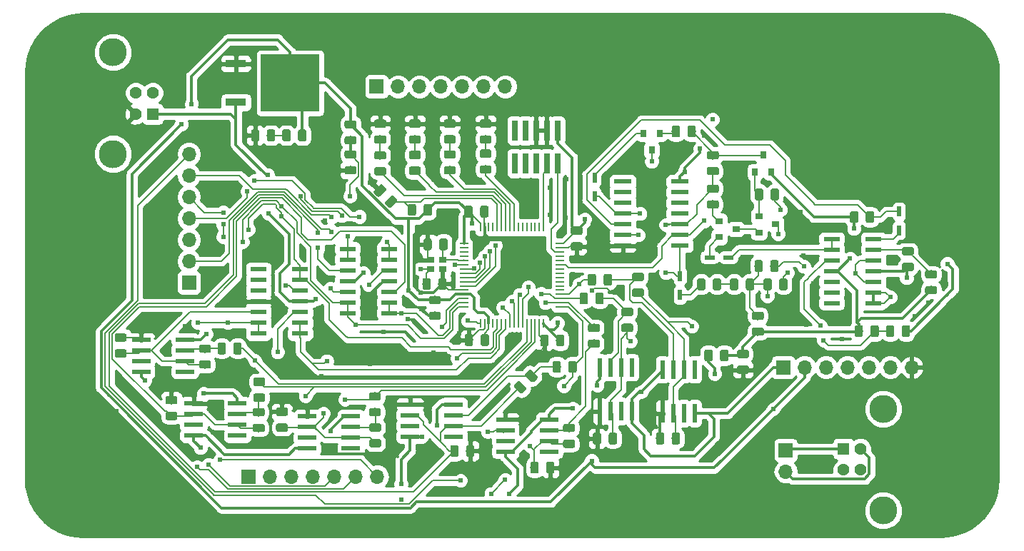
<source format=gbr>
%TF.GenerationSoftware,KiCad,Pcbnew,(5.0.1)-4*%
%TF.CreationDate,2019-11-11T16:36:49-05:00*%
%TF.ProjectId,new_synth_transistor,6E65775F73796E74685F7472616E7369,rev?*%
%TF.SameCoordinates,Original*%
%TF.FileFunction,Copper,L1,Top,Signal*%
%TF.FilePolarity,Positive*%
%FSLAX46Y46*%
G04 Gerber Fmt 4.6, Leading zero omitted, Abs format (unit mm)*
G04 Created by KiCad (PCBNEW (5.0.1)-4) date 11/11/2019 4:36:49 PM*
%MOMM*%
%LPD*%
G01*
G04 APERTURE LIST*
%ADD10R,1.000000X0.250000*%
%ADD11R,0.250000X1.000000*%
%ADD12C,0.100000*%
%ADD13C,0.975000*%
%ADD14R,0.482600X1.168400*%
%ADD15R,1.168400X0.482600*%
%ADD16R,1.700000X1.700000*%
%ADD17O,1.700000X1.700000*%
%ADD18R,0.740000X2.400000*%
%ADD19R,1.970000X0.600000*%
%ADD20R,0.880000X0.780000*%
%ADD21R,0.900000X0.800000*%
%ADD22R,0.800000X0.900000*%
%ADD23R,2.489200X0.939800*%
%ADD24R,6.934200X6.781800*%
%ADD25R,2.200000X0.600000*%
%ADD26R,0.600000X2.200000*%
%ADD27R,2.159000X0.558800*%
%ADD28R,1.428000X1.428000*%
%ADD29C,1.428000*%
%ADD30C,3.316000*%
%ADD31C,0.609600*%
%ADD32C,0.152400*%
%ADD33C,0.304800*%
%ADD34C,0.254000*%
G04 APERTURE END LIST*
D10*
X164480000Y-71180000D03*
X164480000Y-71680000D03*
X164480000Y-72180000D03*
X164480000Y-72680000D03*
X164480000Y-73180000D03*
X164480000Y-73680000D03*
X164480000Y-74180000D03*
X164480000Y-74680000D03*
X164480000Y-75180000D03*
X164480000Y-75680000D03*
X164480000Y-76180000D03*
X164480000Y-76680000D03*
X164480000Y-77180000D03*
X164480000Y-77680000D03*
X164480000Y-78180000D03*
X164480000Y-78680000D03*
D11*
X166430000Y-80630000D03*
X166930000Y-80630000D03*
X167430000Y-80630000D03*
X167930000Y-80630000D03*
X168430000Y-80630000D03*
X168930000Y-80630000D03*
X169430000Y-80630000D03*
X169930000Y-80630000D03*
X170430000Y-80630000D03*
X170930000Y-80630000D03*
X171430000Y-80630000D03*
X171930000Y-80630000D03*
X172430000Y-80630000D03*
X172930000Y-80630000D03*
X173430000Y-80630000D03*
X173930000Y-80630000D03*
D10*
X175880000Y-78680000D03*
X175880000Y-78180000D03*
X175880000Y-77680000D03*
X175880000Y-77180000D03*
X175880000Y-76680000D03*
X175880000Y-76180000D03*
X175880000Y-75680000D03*
X175880000Y-75180000D03*
X175880000Y-74680000D03*
X175880000Y-74180000D03*
X175880000Y-73680000D03*
X175880000Y-73180000D03*
X175880000Y-72680000D03*
X175880000Y-72180000D03*
X175880000Y-71680000D03*
X175880000Y-71180000D03*
D11*
X173930000Y-69230000D03*
X173430000Y-69230000D03*
X172930000Y-69230000D03*
X172430000Y-69230000D03*
X171930000Y-69230000D03*
X171430000Y-69230000D03*
X170930000Y-69230000D03*
X170430000Y-69230000D03*
X169930000Y-69230000D03*
X169430000Y-69230000D03*
X168930000Y-69230000D03*
X168430000Y-69230000D03*
X167930000Y-69230000D03*
X167430000Y-69230000D03*
X166930000Y-69230000D03*
X166430000Y-69230000D03*
D12*
G36*
X163617342Y-95059174D02*
X163641003Y-95062684D01*
X163664207Y-95068496D01*
X163686729Y-95076554D01*
X163708353Y-95086782D01*
X163728870Y-95099079D01*
X163748083Y-95113329D01*
X163765807Y-95129393D01*
X163781871Y-95147117D01*
X163796121Y-95166330D01*
X163808418Y-95186847D01*
X163818646Y-95208471D01*
X163826704Y-95230993D01*
X163832516Y-95254197D01*
X163836026Y-95277858D01*
X163837200Y-95301750D01*
X163837200Y-96214250D01*
X163836026Y-96238142D01*
X163832516Y-96261803D01*
X163826704Y-96285007D01*
X163818646Y-96307529D01*
X163808418Y-96329153D01*
X163796121Y-96349670D01*
X163781871Y-96368883D01*
X163765807Y-96386607D01*
X163748083Y-96402671D01*
X163728870Y-96416921D01*
X163708353Y-96429218D01*
X163686729Y-96439446D01*
X163664207Y-96447504D01*
X163641003Y-96453316D01*
X163617342Y-96456826D01*
X163593450Y-96458000D01*
X163105950Y-96458000D01*
X163082058Y-96456826D01*
X163058397Y-96453316D01*
X163035193Y-96447504D01*
X163012671Y-96439446D01*
X162991047Y-96429218D01*
X162970530Y-96416921D01*
X162951317Y-96402671D01*
X162933593Y-96386607D01*
X162917529Y-96368883D01*
X162903279Y-96349670D01*
X162890982Y-96329153D01*
X162880754Y-96307529D01*
X162872696Y-96285007D01*
X162866884Y-96261803D01*
X162863374Y-96238142D01*
X162862200Y-96214250D01*
X162862200Y-95301750D01*
X162863374Y-95277858D01*
X162866884Y-95254197D01*
X162872696Y-95230993D01*
X162880754Y-95208471D01*
X162890982Y-95186847D01*
X162903279Y-95166330D01*
X162917529Y-95147117D01*
X162933593Y-95129393D01*
X162951317Y-95113329D01*
X162970530Y-95099079D01*
X162991047Y-95086782D01*
X163012671Y-95076554D01*
X163035193Y-95068496D01*
X163058397Y-95062684D01*
X163082058Y-95059174D01*
X163105950Y-95058000D01*
X163593450Y-95058000D01*
X163617342Y-95059174D01*
X163617342Y-95059174D01*
G37*
D13*
X163349700Y-95758000D03*
D12*
G36*
X165492342Y-95059174D02*
X165516003Y-95062684D01*
X165539207Y-95068496D01*
X165561729Y-95076554D01*
X165583353Y-95086782D01*
X165603870Y-95099079D01*
X165623083Y-95113329D01*
X165640807Y-95129393D01*
X165656871Y-95147117D01*
X165671121Y-95166330D01*
X165683418Y-95186847D01*
X165693646Y-95208471D01*
X165701704Y-95230993D01*
X165707516Y-95254197D01*
X165711026Y-95277858D01*
X165712200Y-95301750D01*
X165712200Y-96214250D01*
X165711026Y-96238142D01*
X165707516Y-96261803D01*
X165701704Y-96285007D01*
X165693646Y-96307529D01*
X165683418Y-96329153D01*
X165671121Y-96349670D01*
X165656871Y-96368883D01*
X165640807Y-96386607D01*
X165623083Y-96402671D01*
X165603870Y-96416921D01*
X165583353Y-96429218D01*
X165561729Y-96439446D01*
X165539207Y-96447504D01*
X165516003Y-96453316D01*
X165492342Y-96456826D01*
X165468450Y-96458000D01*
X164980950Y-96458000D01*
X164957058Y-96456826D01*
X164933397Y-96453316D01*
X164910193Y-96447504D01*
X164887671Y-96439446D01*
X164866047Y-96429218D01*
X164845530Y-96416921D01*
X164826317Y-96402671D01*
X164808593Y-96386607D01*
X164792529Y-96368883D01*
X164778279Y-96349670D01*
X164765982Y-96329153D01*
X164755754Y-96307529D01*
X164747696Y-96285007D01*
X164741884Y-96261803D01*
X164738374Y-96238142D01*
X164737200Y-96214250D01*
X164737200Y-95301750D01*
X164738374Y-95277858D01*
X164741884Y-95254197D01*
X164747696Y-95230993D01*
X164755754Y-95208471D01*
X164765982Y-95186847D01*
X164778279Y-95166330D01*
X164792529Y-95147117D01*
X164808593Y-95129393D01*
X164826317Y-95113329D01*
X164845530Y-95099079D01*
X164866047Y-95086782D01*
X164887671Y-95076554D01*
X164910193Y-95068496D01*
X164933397Y-95062684D01*
X164957058Y-95059174D01*
X164980950Y-95058000D01*
X165468450Y-95058000D01*
X165492342Y-95059174D01*
X165492342Y-95059174D01*
G37*
D13*
X165224700Y-95758000D03*
D12*
G36*
X188001342Y-93585974D02*
X188025003Y-93589484D01*
X188048207Y-93595296D01*
X188070729Y-93603354D01*
X188092353Y-93613582D01*
X188112870Y-93625879D01*
X188132083Y-93640129D01*
X188149807Y-93656193D01*
X188165871Y-93673917D01*
X188180121Y-93693130D01*
X188192418Y-93713647D01*
X188202646Y-93735271D01*
X188210704Y-93757793D01*
X188216516Y-93780997D01*
X188220026Y-93804658D01*
X188221200Y-93828550D01*
X188221200Y-94741050D01*
X188220026Y-94764942D01*
X188216516Y-94788603D01*
X188210704Y-94811807D01*
X188202646Y-94834329D01*
X188192418Y-94855953D01*
X188180121Y-94876470D01*
X188165871Y-94895683D01*
X188149807Y-94913407D01*
X188132083Y-94929471D01*
X188112870Y-94943721D01*
X188092353Y-94956018D01*
X188070729Y-94966246D01*
X188048207Y-94974304D01*
X188025003Y-94980116D01*
X188001342Y-94983626D01*
X187977450Y-94984800D01*
X187489950Y-94984800D01*
X187466058Y-94983626D01*
X187442397Y-94980116D01*
X187419193Y-94974304D01*
X187396671Y-94966246D01*
X187375047Y-94956018D01*
X187354530Y-94943721D01*
X187335317Y-94929471D01*
X187317593Y-94913407D01*
X187301529Y-94895683D01*
X187287279Y-94876470D01*
X187274982Y-94855953D01*
X187264754Y-94834329D01*
X187256696Y-94811807D01*
X187250884Y-94788603D01*
X187247374Y-94764942D01*
X187246200Y-94741050D01*
X187246200Y-93828550D01*
X187247374Y-93804658D01*
X187250884Y-93780997D01*
X187256696Y-93757793D01*
X187264754Y-93735271D01*
X187274982Y-93713647D01*
X187287279Y-93693130D01*
X187301529Y-93673917D01*
X187317593Y-93656193D01*
X187335317Y-93640129D01*
X187354530Y-93625879D01*
X187375047Y-93613582D01*
X187396671Y-93603354D01*
X187419193Y-93595296D01*
X187442397Y-93589484D01*
X187466058Y-93585974D01*
X187489950Y-93584800D01*
X187977450Y-93584800D01*
X188001342Y-93585974D01*
X188001342Y-93585974D01*
G37*
D13*
X187733700Y-94284800D03*
D12*
G36*
X189876342Y-93585974D02*
X189900003Y-93589484D01*
X189923207Y-93595296D01*
X189945729Y-93603354D01*
X189967353Y-93613582D01*
X189987870Y-93625879D01*
X190007083Y-93640129D01*
X190024807Y-93656193D01*
X190040871Y-93673917D01*
X190055121Y-93693130D01*
X190067418Y-93713647D01*
X190077646Y-93735271D01*
X190085704Y-93757793D01*
X190091516Y-93780997D01*
X190095026Y-93804658D01*
X190096200Y-93828550D01*
X190096200Y-94741050D01*
X190095026Y-94764942D01*
X190091516Y-94788603D01*
X190085704Y-94811807D01*
X190077646Y-94834329D01*
X190067418Y-94855953D01*
X190055121Y-94876470D01*
X190040871Y-94895683D01*
X190024807Y-94913407D01*
X190007083Y-94929471D01*
X189987870Y-94943721D01*
X189967353Y-94956018D01*
X189945729Y-94966246D01*
X189923207Y-94974304D01*
X189900003Y-94980116D01*
X189876342Y-94983626D01*
X189852450Y-94984800D01*
X189364950Y-94984800D01*
X189341058Y-94983626D01*
X189317397Y-94980116D01*
X189294193Y-94974304D01*
X189271671Y-94966246D01*
X189250047Y-94956018D01*
X189229530Y-94943721D01*
X189210317Y-94929471D01*
X189192593Y-94913407D01*
X189176529Y-94895683D01*
X189162279Y-94876470D01*
X189149982Y-94855953D01*
X189139754Y-94834329D01*
X189131696Y-94811807D01*
X189125884Y-94788603D01*
X189122374Y-94764942D01*
X189121200Y-94741050D01*
X189121200Y-93828550D01*
X189122374Y-93804658D01*
X189125884Y-93780997D01*
X189131696Y-93757793D01*
X189139754Y-93735271D01*
X189149982Y-93713647D01*
X189162279Y-93693130D01*
X189176529Y-93673917D01*
X189192593Y-93656193D01*
X189210317Y-93640129D01*
X189229530Y-93625879D01*
X189250047Y-93613582D01*
X189271671Y-93603354D01*
X189294193Y-93595296D01*
X189317397Y-93589484D01*
X189341058Y-93585974D01*
X189364950Y-93584800D01*
X189852450Y-93584800D01*
X189876342Y-93585974D01*
X189876342Y-93585974D01*
G37*
D13*
X189608700Y-94284800D03*
D12*
G36*
X143380542Y-90625774D02*
X143404203Y-90629284D01*
X143427407Y-90635096D01*
X143449929Y-90643154D01*
X143471553Y-90653382D01*
X143492070Y-90665679D01*
X143511283Y-90679929D01*
X143529007Y-90695993D01*
X143545071Y-90713717D01*
X143559321Y-90732930D01*
X143571618Y-90753447D01*
X143581846Y-90775071D01*
X143589904Y-90797593D01*
X143595716Y-90820797D01*
X143599226Y-90844458D01*
X143600400Y-90868350D01*
X143600400Y-91355850D01*
X143599226Y-91379742D01*
X143595716Y-91403403D01*
X143589904Y-91426607D01*
X143581846Y-91449129D01*
X143571618Y-91470753D01*
X143559321Y-91491270D01*
X143545071Y-91510483D01*
X143529007Y-91528207D01*
X143511283Y-91544271D01*
X143492070Y-91558521D01*
X143471553Y-91570818D01*
X143449929Y-91581046D01*
X143427407Y-91589104D01*
X143404203Y-91594916D01*
X143380542Y-91598426D01*
X143356650Y-91599600D01*
X142444150Y-91599600D01*
X142420258Y-91598426D01*
X142396597Y-91594916D01*
X142373393Y-91589104D01*
X142350871Y-91581046D01*
X142329247Y-91570818D01*
X142308730Y-91558521D01*
X142289517Y-91544271D01*
X142271793Y-91528207D01*
X142255729Y-91510483D01*
X142241479Y-91491270D01*
X142229182Y-91470753D01*
X142218954Y-91449129D01*
X142210896Y-91426607D01*
X142205084Y-91403403D01*
X142201574Y-91379742D01*
X142200400Y-91355850D01*
X142200400Y-90868350D01*
X142201574Y-90844458D01*
X142205084Y-90820797D01*
X142210896Y-90797593D01*
X142218954Y-90775071D01*
X142229182Y-90753447D01*
X142241479Y-90732930D01*
X142255729Y-90713717D01*
X142271793Y-90695993D01*
X142289517Y-90679929D01*
X142308730Y-90665679D01*
X142329247Y-90653382D01*
X142350871Y-90643154D01*
X142373393Y-90635096D01*
X142396597Y-90629284D01*
X142420258Y-90625774D01*
X142444150Y-90624600D01*
X143356650Y-90624600D01*
X143380542Y-90625774D01*
X143380542Y-90625774D01*
G37*
D13*
X142900400Y-91112100D03*
D12*
G36*
X143380542Y-92500774D02*
X143404203Y-92504284D01*
X143427407Y-92510096D01*
X143449929Y-92518154D01*
X143471553Y-92528382D01*
X143492070Y-92540679D01*
X143511283Y-92554929D01*
X143529007Y-92570993D01*
X143545071Y-92588717D01*
X143559321Y-92607930D01*
X143571618Y-92628447D01*
X143581846Y-92650071D01*
X143589904Y-92672593D01*
X143595716Y-92695797D01*
X143599226Y-92719458D01*
X143600400Y-92743350D01*
X143600400Y-93230850D01*
X143599226Y-93254742D01*
X143595716Y-93278403D01*
X143589904Y-93301607D01*
X143581846Y-93324129D01*
X143571618Y-93345753D01*
X143559321Y-93366270D01*
X143545071Y-93385483D01*
X143529007Y-93403207D01*
X143511283Y-93419271D01*
X143492070Y-93433521D01*
X143471553Y-93445818D01*
X143449929Y-93456046D01*
X143427407Y-93464104D01*
X143404203Y-93469916D01*
X143380542Y-93473426D01*
X143356650Y-93474600D01*
X142444150Y-93474600D01*
X142420258Y-93473426D01*
X142396597Y-93469916D01*
X142373393Y-93464104D01*
X142350871Y-93456046D01*
X142329247Y-93445818D01*
X142308730Y-93433521D01*
X142289517Y-93419271D01*
X142271793Y-93403207D01*
X142255729Y-93385483D01*
X142241479Y-93366270D01*
X142229182Y-93345753D01*
X142218954Y-93324129D01*
X142210896Y-93301607D01*
X142205084Y-93278403D01*
X142201574Y-93254742D01*
X142200400Y-93230850D01*
X142200400Y-92743350D01*
X142201574Y-92719458D01*
X142205084Y-92695797D01*
X142210896Y-92672593D01*
X142218954Y-92650071D01*
X142229182Y-92628447D01*
X142241479Y-92607930D01*
X142255729Y-92588717D01*
X142271793Y-92570993D01*
X142289517Y-92554929D01*
X142308730Y-92540679D01*
X142329247Y-92528382D01*
X142350871Y-92518154D01*
X142373393Y-92510096D01*
X142396597Y-92504284D01*
X142420258Y-92500774D01*
X142444150Y-92499600D01*
X143356650Y-92499600D01*
X143380542Y-92500774D01*
X143380542Y-92500774D01*
G37*
D13*
X142900400Y-92987100D03*
D12*
G36*
X182408742Y-93585974D02*
X182432403Y-93589484D01*
X182455607Y-93595296D01*
X182478129Y-93603354D01*
X182499753Y-93613582D01*
X182520270Y-93625879D01*
X182539483Y-93640129D01*
X182557207Y-93656193D01*
X182573271Y-93673917D01*
X182587521Y-93693130D01*
X182599818Y-93713647D01*
X182610046Y-93735271D01*
X182618104Y-93757793D01*
X182623916Y-93780997D01*
X182627426Y-93804658D01*
X182628600Y-93828550D01*
X182628600Y-94741050D01*
X182627426Y-94764942D01*
X182623916Y-94788603D01*
X182618104Y-94811807D01*
X182610046Y-94834329D01*
X182599818Y-94855953D01*
X182587521Y-94876470D01*
X182573271Y-94895683D01*
X182557207Y-94913407D01*
X182539483Y-94929471D01*
X182520270Y-94943721D01*
X182499753Y-94956018D01*
X182478129Y-94966246D01*
X182455607Y-94974304D01*
X182432403Y-94980116D01*
X182408742Y-94983626D01*
X182384850Y-94984800D01*
X181897350Y-94984800D01*
X181873458Y-94983626D01*
X181849797Y-94980116D01*
X181826593Y-94974304D01*
X181804071Y-94966246D01*
X181782447Y-94956018D01*
X181761930Y-94943721D01*
X181742717Y-94929471D01*
X181724993Y-94913407D01*
X181708929Y-94895683D01*
X181694679Y-94876470D01*
X181682382Y-94855953D01*
X181672154Y-94834329D01*
X181664096Y-94811807D01*
X181658284Y-94788603D01*
X181654774Y-94764942D01*
X181653600Y-94741050D01*
X181653600Y-93828550D01*
X181654774Y-93804658D01*
X181658284Y-93780997D01*
X181664096Y-93757793D01*
X181672154Y-93735271D01*
X181682382Y-93713647D01*
X181694679Y-93693130D01*
X181708929Y-93673917D01*
X181724993Y-93656193D01*
X181742717Y-93640129D01*
X181761930Y-93625879D01*
X181782447Y-93613582D01*
X181804071Y-93603354D01*
X181826593Y-93595296D01*
X181849797Y-93589484D01*
X181873458Y-93585974D01*
X181897350Y-93584800D01*
X182384850Y-93584800D01*
X182408742Y-93585974D01*
X182408742Y-93585974D01*
G37*
D13*
X182141100Y-94284800D03*
D12*
G36*
X180533742Y-93585974D02*
X180557403Y-93589484D01*
X180580607Y-93595296D01*
X180603129Y-93603354D01*
X180624753Y-93613582D01*
X180645270Y-93625879D01*
X180664483Y-93640129D01*
X180682207Y-93656193D01*
X180698271Y-93673917D01*
X180712521Y-93693130D01*
X180724818Y-93713647D01*
X180735046Y-93735271D01*
X180743104Y-93757793D01*
X180748916Y-93780997D01*
X180752426Y-93804658D01*
X180753600Y-93828550D01*
X180753600Y-94741050D01*
X180752426Y-94764942D01*
X180748916Y-94788603D01*
X180743104Y-94811807D01*
X180735046Y-94834329D01*
X180724818Y-94855953D01*
X180712521Y-94876470D01*
X180698271Y-94895683D01*
X180682207Y-94913407D01*
X180664483Y-94929471D01*
X180645270Y-94943721D01*
X180624753Y-94956018D01*
X180603129Y-94966246D01*
X180580607Y-94974304D01*
X180557403Y-94980116D01*
X180533742Y-94983626D01*
X180509850Y-94984800D01*
X180022350Y-94984800D01*
X179998458Y-94983626D01*
X179974797Y-94980116D01*
X179951593Y-94974304D01*
X179929071Y-94966246D01*
X179907447Y-94956018D01*
X179886930Y-94943721D01*
X179867717Y-94929471D01*
X179849993Y-94913407D01*
X179833929Y-94895683D01*
X179819679Y-94876470D01*
X179807382Y-94855953D01*
X179797154Y-94834329D01*
X179789096Y-94811807D01*
X179783284Y-94788603D01*
X179779774Y-94764942D01*
X179778600Y-94741050D01*
X179778600Y-93828550D01*
X179779774Y-93804658D01*
X179783284Y-93780997D01*
X179789096Y-93757793D01*
X179797154Y-93735271D01*
X179807382Y-93713647D01*
X179819679Y-93693130D01*
X179833929Y-93673917D01*
X179849993Y-93656193D01*
X179867717Y-93640129D01*
X179886930Y-93625879D01*
X179907447Y-93613582D01*
X179929071Y-93603354D01*
X179951593Y-93595296D01*
X179974797Y-93589484D01*
X179998458Y-93585974D01*
X180022350Y-93584800D01*
X180509850Y-93584800D01*
X180533742Y-93585974D01*
X180533742Y-93585974D01*
G37*
D13*
X180266100Y-94284800D03*
D12*
G36*
X130274142Y-89254174D02*
X130297803Y-89257684D01*
X130321007Y-89263496D01*
X130343529Y-89271554D01*
X130365153Y-89281782D01*
X130385670Y-89294079D01*
X130404883Y-89308329D01*
X130422607Y-89324393D01*
X130438671Y-89342117D01*
X130452921Y-89361330D01*
X130465218Y-89381847D01*
X130475446Y-89403471D01*
X130483504Y-89425993D01*
X130489316Y-89449197D01*
X130492826Y-89472858D01*
X130494000Y-89496750D01*
X130494000Y-89984250D01*
X130492826Y-90008142D01*
X130489316Y-90031803D01*
X130483504Y-90055007D01*
X130475446Y-90077529D01*
X130465218Y-90099153D01*
X130452921Y-90119670D01*
X130438671Y-90138883D01*
X130422607Y-90156607D01*
X130404883Y-90172671D01*
X130385670Y-90186921D01*
X130365153Y-90199218D01*
X130343529Y-90209446D01*
X130321007Y-90217504D01*
X130297803Y-90223316D01*
X130274142Y-90226826D01*
X130250250Y-90228000D01*
X129337750Y-90228000D01*
X129313858Y-90226826D01*
X129290197Y-90223316D01*
X129266993Y-90217504D01*
X129244471Y-90209446D01*
X129222847Y-90199218D01*
X129202330Y-90186921D01*
X129183117Y-90172671D01*
X129165393Y-90156607D01*
X129149329Y-90138883D01*
X129135079Y-90119670D01*
X129122782Y-90099153D01*
X129112554Y-90077529D01*
X129104496Y-90055007D01*
X129098684Y-90031803D01*
X129095174Y-90008142D01*
X129094000Y-89984250D01*
X129094000Y-89496750D01*
X129095174Y-89472858D01*
X129098684Y-89449197D01*
X129104496Y-89425993D01*
X129112554Y-89403471D01*
X129122782Y-89381847D01*
X129135079Y-89361330D01*
X129149329Y-89342117D01*
X129165393Y-89324393D01*
X129183117Y-89308329D01*
X129202330Y-89294079D01*
X129222847Y-89281782D01*
X129244471Y-89271554D01*
X129266993Y-89263496D01*
X129290197Y-89257684D01*
X129313858Y-89254174D01*
X129337750Y-89253000D01*
X130250250Y-89253000D01*
X130274142Y-89254174D01*
X130274142Y-89254174D01*
G37*
D13*
X129794000Y-89740500D03*
D12*
G36*
X130274142Y-91129174D02*
X130297803Y-91132684D01*
X130321007Y-91138496D01*
X130343529Y-91146554D01*
X130365153Y-91156782D01*
X130385670Y-91169079D01*
X130404883Y-91183329D01*
X130422607Y-91199393D01*
X130438671Y-91217117D01*
X130452921Y-91236330D01*
X130465218Y-91256847D01*
X130475446Y-91278471D01*
X130483504Y-91300993D01*
X130489316Y-91324197D01*
X130492826Y-91347858D01*
X130494000Y-91371750D01*
X130494000Y-91859250D01*
X130492826Y-91883142D01*
X130489316Y-91906803D01*
X130483504Y-91930007D01*
X130475446Y-91952529D01*
X130465218Y-91974153D01*
X130452921Y-91994670D01*
X130438671Y-92013883D01*
X130422607Y-92031607D01*
X130404883Y-92047671D01*
X130385670Y-92061921D01*
X130365153Y-92074218D01*
X130343529Y-92084446D01*
X130321007Y-92092504D01*
X130297803Y-92098316D01*
X130274142Y-92101826D01*
X130250250Y-92103000D01*
X129337750Y-92103000D01*
X129313858Y-92101826D01*
X129290197Y-92098316D01*
X129266993Y-92092504D01*
X129244471Y-92084446D01*
X129222847Y-92074218D01*
X129202330Y-92061921D01*
X129183117Y-92047671D01*
X129165393Y-92031607D01*
X129149329Y-92013883D01*
X129135079Y-91994670D01*
X129122782Y-91974153D01*
X129112554Y-91952529D01*
X129104496Y-91930007D01*
X129098684Y-91906803D01*
X129095174Y-91883142D01*
X129094000Y-91859250D01*
X129094000Y-91371750D01*
X129095174Y-91347858D01*
X129098684Y-91324197D01*
X129104496Y-91300993D01*
X129112554Y-91278471D01*
X129122782Y-91256847D01*
X129135079Y-91236330D01*
X129149329Y-91217117D01*
X129165393Y-91199393D01*
X129183117Y-91183329D01*
X129202330Y-91169079D01*
X129222847Y-91156782D01*
X129244471Y-91146554D01*
X129266993Y-91138496D01*
X129290197Y-91132684D01*
X129313858Y-91129174D01*
X129337750Y-91128000D01*
X130250250Y-91128000D01*
X130274142Y-91129174D01*
X130274142Y-91129174D01*
G37*
D13*
X129794000Y-91615500D03*
D12*
G36*
X178330942Y-71012374D02*
X178354603Y-71015884D01*
X178377807Y-71021696D01*
X178400329Y-71029754D01*
X178421953Y-71039982D01*
X178442470Y-71052279D01*
X178461683Y-71066529D01*
X178479407Y-71082593D01*
X178495471Y-71100317D01*
X178509721Y-71119530D01*
X178522018Y-71140047D01*
X178532246Y-71161671D01*
X178540304Y-71184193D01*
X178546116Y-71207397D01*
X178549626Y-71231058D01*
X178550800Y-71254950D01*
X178550800Y-71742450D01*
X178549626Y-71766342D01*
X178546116Y-71790003D01*
X178540304Y-71813207D01*
X178532246Y-71835729D01*
X178522018Y-71857353D01*
X178509721Y-71877870D01*
X178495471Y-71897083D01*
X178479407Y-71914807D01*
X178461683Y-71930871D01*
X178442470Y-71945121D01*
X178421953Y-71957418D01*
X178400329Y-71967646D01*
X178377807Y-71975704D01*
X178354603Y-71981516D01*
X178330942Y-71985026D01*
X178307050Y-71986200D01*
X177394550Y-71986200D01*
X177370658Y-71985026D01*
X177346997Y-71981516D01*
X177323793Y-71975704D01*
X177301271Y-71967646D01*
X177279647Y-71957418D01*
X177259130Y-71945121D01*
X177239917Y-71930871D01*
X177222193Y-71914807D01*
X177206129Y-71897083D01*
X177191879Y-71877870D01*
X177179582Y-71857353D01*
X177169354Y-71835729D01*
X177161296Y-71813207D01*
X177155484Y-71790003D01*
X177151974Y-71766342D01*
X177150800Y-71742450D01*
X177150800Y-71254950D01*
X177151974Y-71231058D01*
X177155484Y-71207397D01*
X177161296Y-71184193D01*
X177169354Y-71161671D01*
X177179582Y-71140047D01*
X177191879Y-71119530D01*
X177206129Y-71100317D01*
X177222193Y-71082593D01*
X177239917Y-71066529D01*
X177259130Y-71052279D01*
X177279647Y-71039982D01*
X177301271Y-71029754D01*
X177323793Y-71021696D01*
X177346997Y-71015884D01*
X177370658Y-71012374D01*
X177394550Y-71011200D01*
X178307050Y-71011200D01*
X178330942Y-71012374D01*
X178330942Y-71012374D01*
G37*
D13*
X177850800Y-71498700D03*
D12*
G36*
X178330942Y-69137374D02*
X178354603Y-69140884D01*
X178377807Y-69146696D01*
X178400329Y-69154754D01*
X178421953Y-69164982D01*
X178442470Y-69177279D01*
X178461683Y-69191529D01*
X178479407Y-69207593D01*
X178495471Y-69225317D01*
X178509721Y-69244530D01*
X178522018Y-69265047D01*
X178532246Y-69286671D01*
X178540304Y-69309193D01*
X178546116Y-69332397D01*
X178549626Y-69356058D01*
X178550800Y-69379950D01*
X178550800Y-69867450D01*
X178549626Y-69891342D01*
X178546116Y-69915003D01*
X178540304Y-69938207D01*
X178532246Y-69960729D01*
X178522018Y-69982353D01*
X178509721Y-70002870D01*
X178495471Y-70022083D01*
X178479407Y-70039807D01*
X178461683Y-70055871D01*
X178442470Y-70070121D01*
X178421953Y-70082418D01*
X178400329Y-70092646D01*
X178377807Y-70100704D01*
X178354603Y-70106516D01*
X178330942Y-70110026D01*
X178307050Y-70111200D01*
X177394550Y-70111200D01*
X177370658Y-70110026D01*
X177346997Y-70106516D01*
X177323793Y-70100704D01*
X177301271Y-70092646D01*
X177279647Y-70082418D01*
X177259130Y-70070121D01*
X177239917Y-70055871D01*
X177222193Y-70039807D01*
X177206129Y-70022083D01*
X177191879Y-70002870D01*
X177179582Y-69982353D01*
X177169354Y-69960729D01*
X177161296Y-69938207D01*
X177155484Y-69915003D01*
X177151974Y-69891342D01*
X177150800Y-69867450D01*
X177150800Y-69379950D01*
X177151974Y-69356058D01*
X177155484Y-69332397D01*
X177161296Y-69309193D01*
X177169354Y-69286671D01*
X177179582Y-69265047D01*
X177191879Y-69244530D01*
X177206129Y-69225317D01*
X177222193Y-69207593D01*
X177239917Y-69191529D01*
X177259130Y-69177279D01*
X177279647Y-69164982D01*
X177301271Y-69154754D01*
X177323793Y-69146696D01*
X177346997Y-69140884D01*
X177370658Y-69137374D01*
X177394550Y-69136200D01*
X178307050Y-69136200D01*
X178330942Y-69137374D01*
X178330942Y-69137374D01*
G37*
D13*
X177850800Y-69623700D03*
D12*
G36*
X160442342Y-70548174D02*
X160466003Y-70551684D01*
X160489207Y-70557496D01*
X160511729Y-70565554D01*
X160533353Y-70575782D01*
X160553870Y-70588079D01*
X160573083Y-70602329D01*
X160590807Y-70618393D01*
X160606871Y-70636117D01*
X160621121Y-70655330D01*
X160633418Y-70675847D01*
X160643646Y-70697471D01*
X160651704Y-70719993D01*
X160657516Y-70743197D01*
X160661026Y-70766858D01*
X160662200Y-70790750D01*
X160662200Y-71703250D01*
X160661026Y-71727142D01*
X160657516Y-71750803D01*
X160651704Y-71774007D01*
X160643646Y-71796529D01*
X160633418Y-71818153D01*
X160621121Y-71838670D01*
X160606871Y-71857883D01*
X160590807Y-71875607D01*
X160573083Y-71891671D01*
X160553870Y-71905921D01*
X160533353Y-71918218D01*
X160511729Y-71928446D01*
X160489207Y-71936504D01*
X160466003Y-71942316D01*
X160442342Y-71945826D01*
X160418450Y-71947000D01*
X159930950Y-71947000D01*
X159907058Y-71945826D01*
X159883397Y-71942316D01*
X159860193Y-71936504D01*
X159837671Y-71928446D01*
X159816047Y-71918218D01*
X159795530Y-71905921D01*
X159776317Y-71891671D01*
X159758593Y-71875607D01*
X159742529Y-71857883D01*
X159728279Y-71838670D01*
X159715982Y-71818153D01*
X159705754Y-71796529D01*
X159697696Y-71774007D01*
X159691884Y-71750803D01*
X159688374Y-71727142D01*
X159687200Y-71703250D01*
X159687200Y-70790750D01*
X159688374Y-70766858D01*
X159691884Y-70743197D01*
X159697696Y-70719993D01*
X159705754Y-70697471D01*
X159715982Y-70675847D01*
X159728279Y-70655330D01*
X159742529Y-70636117D01*
X159758593Y-70618393D01*
X159776317Y-70602329D01*
X159795530Y-70588079D01*
X159816047Y-70575782D01*
X159837671Y-70565554D01*
X159860193Y-70557496D01*
X159883397Y-70551684D01*
X159907058Y-70548174D01*
X159930950Y-70547000D01*
X160418450Y-70547000D01*
X160442342Y-70548174D01*
X160442342Y-70548174D01*
G37*
D13*
X160174700Y-71247000D03*
D12*
G36*
X162317342Y-70548174D02*
X162341003Y-70551684D01*
X162364207Y-70557496D01*
X162386729Y-70565554D01*
X162408353Y-70575782D01*
X162428870Y-70588079D01*
X162448083Y-70602329D01*
X162465807Y-70618393D01*
X162481871Y-70636117D01*
X162496121Y-70655330D01*
X162508418Y-70675847D01*
X162518646Y-70697471D01*
X162526704Y-70719993D01*
X162532516Y-70743197D01*
X162536026Y-70766858D01*
X162537200Y-70790750D01*
X162537200Y-71703250D01*
X162536026Y-71727142D01*
X162532516Y-71750803D01*
X162526704Y-71774007D01*
X162518646Y-71796529D01*
X162508418Y-71818153D01*
X162496121Y-71838670D01*
X162481871Y-71857883D01*
X162465807Y-71875607D01*
X162448083Y-71891671D01*
X162428870Y-71905921D01*
X162408353Y-71918218D01*
X162386729Y-71928446D01*
X162364207Y-71936504D01*
X162341003Y-71942316D01*
X162317342Y-71945826D01*
X162293450Y-71947000D01*
X161805950Y-71947000D01*
X161782058Y-71945826D01*
X161758397Y-71942316D01*
X161735193Y-71936504D01*
X161712671Y-71928446D01*
X161691047Y-71918218D01*
X161670530Y-71905921D01*
X161651317Y-71891671D01*
X161633593Y-71875607D01*
X161617529Y-71857883D01*
X161603279Y-71838670D01*
X161590982Y-71818153D01*
X161580754Y-71796529D01*
X161572696Y-71774007D01*
X161566884Y-71750803D01*
X161563374Y-71727142D01*
X161562200Y-71703250D01*
X161562200Y-70790750D01*
X161563374Y-70766858D01*
X161566884Y-70743197D01*
X161572696Y-70719993D01*
X161580754Y-70697471D01*
X161590982Y-70675847D01*
X161603279Y-70655330D01*
X161617529Y-70636117D01*
X161633593Y-70618393D01*
X161651317Y-70602329D01*
X161670530Y-70588079D01*
X161691047Y-70575782D01*
X161712671Y-70565554D01*
X161735193Y-70557496D01*
X161758397Y-70551684D01*
X161782058Y-70548174D01*
X161805950Y-70547000D01*
X162293450Y-70547000D01*
X162317342Y-70548174D01*
X162317342Y-70548174D01*
G37*
D13*
X162049700Y-71247000D03*
D12*
G36*
X161516142Y-79241974D02*
X161539803Y-79245484D01*
X161563007Y-79251296D01*
X161585529Y-79259354D01*
X161607153Y-79269582D01*
X161627670Y-79281879D01*
X161646883Y-79296129D01*
X161664607Y-79312193D01*
X161680671Y-79329917D01*
X161694921Y-79349130D01*
X161707218Y-79369647D01*
X161717446Y-79391271D01*
X161725504Y-79413793D01*
X161731316Y-79436997D01*
X161734826Y-79460658D01*
X161736000Y-79484550D01*
X161736000Y-79972050D01*
X161734826Y-79995942D01*
X161731316Y-80019603D01*
X161725504Y-80042807D01*
X161717446Y-80065329D01*
X161707218Y-80086953D01*
X161694921Y-80107470D01*
X161680671Y-80126683D01*
X161664607Y-80144407D01*
X161646883Y-80160471D01*
X161627670Y-80174721D01*
X161607153Y-80187018D01*
X161585529Y-80197246D01*
X161563007Y-80205304D01*
X161539803Y-80211116D01*
X161516142Y-80214626D01*
X161492250Y-80215800D01*
X160579750Y-80215800D01*
X160555858Y-80214626D01*
X160532197Y-80211116D01*
X160508993Y-80205304D01*
X160486471Y-80197246D01*
X160464847Y-80187018D01*
X160444330Y-80174721D01*
X160425117Y-80160471D01*
X160407393Y-80144407D01*
X160391329Y-80126683D01*
X160377079Y-80107470D01*
X160364782Y-80086953D01*
X160354554Y-80065329D01*
X160346496Y-80042807D01*
X160340684Y-80019603D01*
X160337174Y-79995942D01*
X160336000Y-79972050D01*
X160336000Y-79484550D01*
X160337174Y-79460658D01*
X160340684Y-79436997D01*
X160346496Y-79413793D01*
X160354554Y-79391271D01*
X160364782Y-79369647D01*
X160377079Y-79349130D01*
X160391329Y-79329917D01*
X160407393Y-79312193D01*
X160425117Y-79296129D01*
X160444330Y-79281879D01*
X160464847Y-79269582D01*
X160486471Y-79259354D01*
X160508993Y-79251296D01*
X160532197Y-79245484D01*
X160555858Y-79241974D01*
X160579750Y-79240800D01*
X161492250Y-79240800D01*
X161516142Y-79241974D01*
X161516142Y-79241974D01*
G37*
D13*
X161036000Y-79728300D03*
D12*
G36*
X161516142Y-77366974D02*
X161539803Y-77370484D01*
X161563007Y-77376296D01*
X161585529Y-77384354D01*
X161607153Y-77394582D01*
X161627670Y-77406879D01*
X161646883Y-77421129D01*
X161664607Y-77437193D01*
X161680671Y-77454917D01*
X161694921Y-77474130D01*
X161707218Y-77494647D01*
X161717446Y-77516271D01*
X161725504Y-77538793D01*
X161731316Y-77561997D01*
X161734826Y-77585658D01*
X161736000Y-77609550D01*
X161736000Y-78097050D01*
X161734826Y-78120942D01*
X161731316Y-78144603D01*
X161725504Y-78167807D01*
X161717446Y-78190329D01*
X161707218Y-78211953D01*
X161694921Y-78232470D01*
X161680671Y-78251683D01*
X161664607Y-78269407D01*
X161646883Y-78285471D01*
X161627670Y-78299721D01*
X161607153Y-78312018D01*
X161585529Y-78322246D01*
X161563007Y-78330304D01*
X161539803Y-78336116D01*
X161516142Y-78339626D01*
X161492250Y-78340800D01*
X160579750Y-78340800D01*
X160555858Y-78339626D01*
X160532197Y-78336116D01*
X160508993Y-78330304D01*
X160486471Y-78322246D01*
X160464847Y-78312018D01*
X160444330Y-78299721D01*
X160425117Y-78285471D01*
X160407393Y-78269407D01*
X160391329Y-78251683D01*
X160377079Y-78232470D01*
X160364782Y-78211953D01*
X160354554Y-78190329D01*
X160346496Y-78167807D01*
X160340684Y-78144603D01*
X160337174Y-78120942D01*
X160336000Y-78097050D01*
X160336000Y-77609550D01*
X160337174Y-77585658D01*
X160340684Y-77561997D01*
X160346496Y-77538793D01*
X160354554Y-77516271D01*
X160364782Y-77494647D01*
X160377079Y-77474130D01*
X160391329Y-77454917D01*
X160407393Y-77437193D01*
X160425117Y-77421129D01*
X160444330Y-77406879D01*
X160464847Y-77394582D01*
X160486471Y-77384354D01*
X160508993Y-77376296D01*
X160532197Y-77370484D01*
X160555858Y-77366974D01*
X160579750Y-77365800D01*
X161492250Y-77365800D01*
X161516142Y-77366974D01*
X161516142Y-77366974D01*
G37*
D13*
X161036000Y-77853300D03*
D12*
G36*
X165293742Y-66661974D02*
X165317403Y-66665484D01*
X165340607Y-66671296D01*
X165363129Y-66679354D01*
X165384753Y-66689582D01*
X165405270Y-66701879D01*
X165424483Y-66716129D01*
X165442207Y-66732193D01*
X165458271Y-66749917D01*
X165472521Y-66769130D01*
X165484818Y-66789647D01*
X165495046Y-66811271D01*
X165503104Y-66833793D01*
X165508916Y-66856997D01*
X165512426Y-66880658D01*
X165513600Y-66904550D01*
X165513600Y-67817050D01*
X165512426Y-67840942D01*
X165508916Y-67864603D01*
X165503104Y-67887807D01*
X165495046Y-67910329D01*
X165484818Y-67931953D01*
X165472521Y-67952470D01*
X165458271Y-67971683D01*
X165442207Y-67989407D01*
X165424483Y-68005471D01*
X165405270Y-68019721D01*
X165384753Y-68032018D01*
X165363129Y-68042246D01*
X165340607Y-68050304D01*
X165317403Y-68056116D01*
X165293742Y-68059626D01*
X165269850Y-68060800D01*
X164782350Y-68060800D01*
X164758458Y-68059626D01*
X164734797Y-68056116D01*
X164711593Y-68050304D01*
X164689071Y-68042246D01*
X164667447Y-68032018D01*
X164646930Y-68019721D01*
X164627717Y-68005471D01*
X164609993Y-67989407D01*
X164593929Y-67971683D01*
X164579679Y-67952470D01*
X164567382Y-67931953D01*
X164557154Y-67910329D01*
X164549096Y-67887807D01*
X164543284Y-67864603D01*
X164539774Y-67840942D01*
X164538600Y-67817050D01*
X164538600Y-66904550D01*
X164539774Y-66880658D01*
X164543284Y-66856997D01*
X164549096Y-66833793D01*
X164557154Y-66811271D01*
X164567382Y-66789647D01*
X164579679Y-66769130D01*
X164593929Y-66749917D01*
X164609993Y-66732193D01*
X164627717Y-66716129D01*
X164646930Y-66701879D01*
X164667447Y-66689582D01*
X164689071Y-66679354D01*
X164711593Y-66671296D01*
X164734797Y-66665484D01*
X164758458Y-66661974D01*
X164782350Y-66660800D01*
X165269850Y-66660800D01*
X165293742Y-66661974D01*
X165293742Y-66661974D01*
G37*
D13*
X165026100Y-67360800D03*
D12*
G36*
X167168742Y-66661974D02*
X167192403Y-66665484D01*
X167215607Y-66671296D01*
X167238129Y-66679354D01*
X167259753Y-66689582D01*
X167280270Y-66701879D01*
X167299483Y-66716129D01*
X167317207Y-66732193D01*
X167333271Y-66749917D01*
X167347521Y-66769130D01*
X167359818Y-66789647D01*
X167370046Y-66811271D01*
X167378104Y-66833793D01*
X167383916Y-66856997D01*
X167387426Y-66880658D01*
X167388600Y-66904550D01*
X167388600Y-67817050D01*
X167387426Y-67840942D01*
X167383916Y-67864603D01*
X167378104Y-67887807D01*
X167370046Y-67910329D01*
X167359818Y-67931953D01*
X167347521Y-67952470D01*
X167333271Y-67971683D01*
X167317207Y-67989407D01*
X167299483Y-68005471D01*
X167280270Y-68019721D01*
X167259753Y-68032018D01*
X167238129Y-68042246D01*
X167215607Y-68050304D01*
X167192403Y-68056116D01*
X167168742Y-68059626D01*
X167144850Y-68060800D01*
X166657350Y-68060800D01*
X166633458Y-68059626D01*
X166609797Y-68056116D01*
X166586593Y-68050304D01*
X166564071Y-68042246D01*
X166542447Y-68032018D01*
X166521930Y-68019721D01*
X166502717Y-68005471D01*
X166484993Y-67989407D01*
X166468929Y-67971683D01*
X166454679Y-67952470D01*
X166442382Y-67931953D01*
X166432154Y-67910329D01*
X166424096Y-67887807D01*
X166418284Y-67864603D01*
X166414774Y-67840942D01*
X166413600Y-67817050D01*
X166413600Y-66904550D01*
X166414774Y-66880658D01*
X166418284Y-66856997D01*
X166424096Y-66833793D01*
X166432154Y-66811271D01*
X166442382Y-66789647D01*
X166454679Y-66769130D01*
X166468929Y-66749917D01*
X166484993Y-66732193D01*
X166502717Y-66716129D01*
X166521930Y-66701879D01*
X166542447Y-66689582D01*
X166564071Y-66679354D01*
X166586593Y-66671296D01*
X166609797Y-66665484D01*
X166633458Y-66661974D01*
X166657350Y-66660800D01*
X167144850Y-66660800D01*
X167168742Y-66661974D01*
X167168742Y-66661974D01*
G37*
D13*
X166901100Y-67360800D03*
D12*
G36*
X160315342Y-75247174D02*
X160339003Y-75250684D01*
X160362207Y-75256496D01*
X160384729Y-75264554D01*
X160406353Y-75274782D01*
X160426870Y-75287079D01*
X160446083Y-75301329D01*
X160463807Y-75317393D01*
X160479871Y-75335117D01*
X160494121Y-75354330D01*
X160506418Y-75374847D01*
X160516646Y-75396471D01*
X160524704Y-75418993D01*
X160530516Y-75442197D01*
X160534026Y-75465858D01*
X160535200Y-75489750D01*
X160535200Y-76402250D01*
X160534026Y-76426142D01*
X160530516Y-76449803D01*
X160524704Y-76473007D01*
X160516646Y-76495529D01*
X160506418Y-76517153D01*
X160494121Y-76537670D01*
X160479871Y-76556883D01*
X160463807Y-76574607D01*
X160446083Y-76590671D01*
X160426870Y-76604921D01*
X160406353Y-76617218D01*
X160384729Y-76627446D01*
X160362207Y-76635504D01*
X160339003Y-76641316D01*
X160315342Y-76644826D01*
X160291450Y-76646000D01*
X159803950Y-76646000D01*
X159780058Y-76644826D01*
X159756397Y-76641316D01*
X159733193Y-76635504D01*
X159710671Y-76627446D01*
X159689047Y-76617218D01*
X159668530Y-76604921D01*
X159649317Y-76590671D01*
X159631593Y-76574607D01*
X159615529Y-76556883D01*
X159601279Y-76537670D01*
X159588982Y-76517153D01*
X159578754Y-76495529D01*
X159570696Y-76473007D01*
X159564884Y-76449803D01*
X159561374Y-76426142D01*
X159560200Y-76402250D01*
X159560200Y-75489750D01*
X159561374Y-75465858D01*
X159564884Y-75442197D01*
X159570696Y-75418993D01*
X159578754Y-75396471D01*
X159588982Y-75374847D01*
X159601279Y-75354330D01*
X159615529Y-75335117D01*
X159631593Y-75317393D01*
X159649317Y-75301329D01*
X159668530Y-75287079D01*
X159689047Y-75274782D01*
X159710671Y-75264554D01*
X159733193Y-75256496D01*
X159756397Y-75250684D01*
X159780058Y-75247174D01*
X159803950Y-75246000D01*
X160291450Y-75246000D01*
X160315342Y-75247174D01*
X160315342Y-75247174D01*
G37*
D13*
X160047700Y-75946000D03*
D12*
G36*
X162190342Y-75247174D02*
X162214003Y-75250684D01*
X162237207Y-75256496D01*
X162259729Y-75264554D01*
X162281353Y-75274782D01*
X162301870Y-75287079D01*
X162321083Y-75301329D01*
X162338807Y-75317393D01*
X162354871Y-75335117D01*
X162369121Y-75354330D01*
X162381418Y-75374847D01*
X162391646Y-75396471D01*
X162399704Y-75418993D01*
X162405516Y-75442197D01*
X162409026Y-75465858D01*
X162410200Y-75489750D01*
X162410200Y-76402250D01*
X162409026Y-76426142D01*
X162405516Y-76449803D01*
X162399704Y-76473007D01*
X162391646Y-76495529D01*
X162381418Y-76517153D01*
X162369121Y-76537670D01*
X162354871Y-76556883D01*
X162338807Y-76574607D01*
X162321083Y-76590671D01*
X162301870Y-76604921D01*
X162281353Y-76617218D01*
X162259729Y-76627446D01*
X162237207Y-76635504D01*
X162214003Y-76641316D01*
X162190342Y-76644826D01*
X162166450Y-76646000D01*
X161678950Y-76646000D01*
X161655058Y-76644826D01*
X161631397Y-76641316D01*
X161608193Y-76635504D01*
X161585671Y-76627446D01*
X161564047Y-76617218D01*
X161543530Y-76604921D01*
X161524317Y-76590671D01*
X161506593Y-76574607D01*
X161490529Y-76556883D01*
X161476279Y-76537670D01*
X161463982Y-76517153D01*
X161453754Y-76495529D01*
X161445696Y-76473007D01*
X161439884Y-76449803D01*
X161436374Y-76426142D01*
X161435200Y-76402250D01*
X161435200Y-75489750D01*
X161436374Y-75465858D01*
X161439884Y-75442197D01*
X161445696Y-75418993D01*
X161453754Y-75396471D01*
X161463982Y-75374847D01*
X161476279Y-75354330D01*
X161490529Y-75335117D01*
X161506593Y-75317393D01*
X161524317Y-75301329D01*
X161543530Y-75287079D01*
X161564047Y-75274782D01*
X161585671Y-75264554D01*
X161608193Y-75256496D01*
X161631397Y-75250684D01*
X161655058Y-75247174D01*
X161678950Y-75246000D01*
X162166450Y-75246000D01*
X162190342Y-75247174D01*
X162190342Y-75247174D01*
G37*
D13*
X161922700Y-75946000D03*
D12*
G36*
X174285342Y-81952774D02*
X174309003Y-81956284D01*
X174332207Y-81962096D01*
X174354729Y-81970154D01*
X174376353Y-81980382D01*
X174396870Y-81992679D01*
X174416083Y-82006929D01*
X174433807Y-82022993D01*
X174449871Y-82040717D01*
X174464121Y-82059930D01*
X174476418Y-82080447D01*
X174486646Y-82102071D01*
X174494704Y-82124593D01*
X174500516Y-82147797D01*
X174504026Y-82171458D01*
X174505200Y-82195350D01*
X174505200Y-83107850D01*
X174504026Y-83131742D01*
X174500516Y-83155403D01*
X174494704Y-83178607D01*
X174486646Y-83201129D01*
X174476418Y-83222753D01*
X174464121Y-83243270D01*
X174449871Y-83262483D01*
X174433807Y-83280207D01*
X174416083Y-83296271D01*
X174396870Y-83310521D01*
X174376353Y-83322818D01*
X174354729Y-83333046D01*
X174332207Y-83341104D01*
X174309003Y-83346916D01*
X174285342Y-83350426D01*
X174261450Y-83351600D01*
X173773950Y-83351600D01*
X173750058Y-83350426D01*
X173726397Y-83346916D01*
X173703193Y-83341104D01*
X173680671Y-83333046D01*
X173659047Y-83322818D01*
X173638530Y-83310521D01*
X173619317Y-83296271D01*
X173601593Y-83280207D01*
X173585529Y-83262483D01*
X173571279Y-83243270D01*
X173558982Y-83222753D01*
X173548754Y-83201129D01*
X173540696Y-83178607D01*
X173534884Y-83155403D01*
X173531374Y-83131742D01*
X173530200Y-83107850D01*
X173530200Y-82195350D01*
X173531374Y-82171458D01*
X173534884Y-82147797D01*
X173540696Y-82124593D01*
X173548754Y-82102071D01*
X173558982Y-82080447D01*
X173571279Y-82059930D01*
X173585529Y-82040717D01*
X173601593Y-82022993D01*
X173619317Y-82006929D01*
X173638530Y-81992679D01*
X173659047Y-81980382D01*
X173680671Y-81970154D01*
X173703193Y-81962096D01*
X173726397Y-81956284D01*
X173750058Y-81952774D01*
X173773950Y-81951600D01*
X174261450Y-81951600D01*
X174285342Y-81952774D01*
X174285342Y-81952774D01*
G37*
D13*
X174017700Y-82651600D03*
D12*
G36*
X176160342Y-81952774D02*
X176184003Y-81956284D01*
X176207207Y-81962096D01*
X176229729Y-81970154D01*
X176251353Y-81980382D01*
X176271870Y-81992679D01*
X176291083Y-82006929D01*
X176308807Y-82022993D01*
X176324871Y-82040717D01*
X176339121Y-82059930D01*
X176351418Y-82080447D01*
X176361646Y-82102071D01*
X176369704Y-82124593D01*
X176375516Y-82147797D01*
X176379026Y-82171458D01*
X176380200Y-82195350D01*
X176380200Y-83107850D01*
X176379026Y-83131742D01*
X176375516Y-83155403D01*
X176369704Y-83178607D01*
X176361646Y-83201129D01*
X176351418Y-83222753D01*
X176339121Y-83243270D01*
X176324871Y-83262483D01*
X176308807Y-83280207D01*
X176291083Y-83296271D01*
X176271870Y-83310521D01*
X176251353Y-83322818D01*
X176229729Y-83333046D01*
X176207207Y-83341104D01*
X176184003Y-83346916D01*
X176160342Y-83350426D01*
X176136450Y-83351600D01*
X175648950Y-83351600D01*
X175625058Y-83350426D01*
X175601397Y-83346916D01*
X175578193Y-83341104D01*
X175555671Y-83333046D01*
X175534047Y-83322818D01*
X175513530Y-83310521D01*
X175494317Y-83296271D01*
X175476593Y-83280207D01*
X175460529Y-83262483D01*
X175446279Y-83243270D01*
X175433982Y-83222753D01*
X175423754Y-83201129D01*
X175415696Y-83178607D01*
X175409884Y-83155403D01*
X175406374Y-83131742D01*
X175405200Y-83107850D01*
X175405200Y-82195350D01*
X175406374Y-82171458D01*
X175409884Y-82147797D01*
X175415696Y-82124593D01*
X175423754Y-82102071D01*
X175433982Y-82080447D01*
X175446279Y-82059930D01*
X175460529Y-82040717D01*
X175476593Y-82022993D01*
X175494317Y-82006929D01*
X175513530Y-81992679D01*
X175534047Y-81980382D01*
X175555671Y-81970154D01*
X175578193Y-81962096D01*
X175601397Y-81956284D01*
X175625058Y-81952774D01*
X175648950Y-81951600D01*
X176136450Y-81951600D01*
X176160342Y-81952774D01*
X176160342Y-81952774D01*
G37*
D13*
X175892700Y-82651600D03*
D12*
G36*
X174991942Y-97040374D02*
X175015603Y-97043884D01*
X175038807Y-97049696D01*
X175061329Y-97057754D01*
X175082953Y-97067982D01*
X175103470Y-97080279D01*
X175122683Y-97094529D01*
X175140407Y-97110593D01*
X175156471Y-97128317D01*
X175170721Y-97147530D01*
X175183018Y-97168047D01*
X175193246Y-97189671D01*
X175201304Y-97212193D01*
X175207116Y-97235397D01*
X175210626Y-97259058D01*
X175211800Y-97282950D01*
X175211800Y-98195450D01*
X175210626Y-98219342D01*
X175207116Y-98243003D01*
X175201304Y-98266207D01*
X175193246Y-98288729D01*
X175183018Y-98310353D01*
X175170721Y-98330870D01*
X175156471Y-98350083D01*
X175140407Y-98367807D01*
X175122683Y-98383871D01*
X175103470Y-98398121D01*
X175082953Y-98410418D01*
X175061329Y-98420646D01*
X175038807Y-98428704D01*
X175015603Y-98434516D01*
X174991942Y-98438026D01*
X174968050Y-98439200D01*
X174480550Y-98439200D01*
X174456658Y-98438026D01*
X174432997Y-98434516D01*
X174409793Y-98428704D01*
X174387271Y-98420646D01*
X174365647Y-98410418D01*
X174345130Y-98398121D01*
X174325917Y-98383871D01*
X174308193Y-98367807D01*
X174292129Y-98350083D01*
X174277879Y-98330870D01*
X174265582Y-98310353D01*
X174255354Y-98288729D01*
X174247296Y-98266207D01*
X174241484Y-98243003D01*
X174237974Y-98219342D01*
X174236800Y-98195450D01*
X174236800Y-97282950D01*
X174237974Y-97259058D01*
X174241484Y-97235397D01*
X174247296Y-97212193D01*
X174255354Y-97189671D01*
X174265582Y-97168047D01*
X174277879Y-97147530D01*
X174292129Y-97128317D01*
X174308193Y-97110593D01*
X174325917Y-97094529D01*
X174345130Y-97080279D01*
X174365647Y-97067982D01*
X174387271Y-97057754D01*
X174409793Y-97049696D01*
X174432997Y-97043884D01*
X174456658Y-97040374D01*
X174480550Y-97039200D01*
X174968050Y-97039200D01*
X174991942Y-97040374D01*
X174991942Y-97040374D01*
G37*
D13*
X174724300Y-97739200D03*
D12*
G36*
X173116942Y-97040374D02*
X173140603Y-97043884D01*
X173163807Y-97049696D01*
X173186329Y-97057754D01*
X173207953Y-97067982D01*
X173228470Y-97080279D01*
X173247683Y-97094529D01*
X173265407Y-97110593D01*
X173281471Y-97128317D01*
X173295721Y-97147530D01*
X173308018Y-97168047D01*
X173318246Y-97189671D01*
X173326304Y-97212193D01*
X173332116Y-97235397D01*
X173335626Y-97259058D01*
X173336800Y-97282950D01*
X173336800Y-98195450D01*
X173335626Y-98219342D01*
X173332116Y-98243003D01*
X173326304Y-98266207D01*
X173318246Y-98288729D01*
X173308018Y-98310353D01*
X173295721Y-98330870D01*
X173281471Y-98350083D01*
X173265407Y-98367807D01*
X173247683Y-98383871D01*
X173228470Y-98398121D01*
X173207953Y-98410418D01*
X173186329Y-98420646D01*
X173163807Y-98428704D01*
X173140603Y-98434516D01*
X173116942Y-98438026D01*
X173093050Y-98439200D01*
X172605550Y-98439200D01*
X172581658Y-98438026D01*
X172557997Y-98434516D01*
X172534793Y-98428704D01*
X172512271Y-98420646D01*
X172490647Y-98410418D01*
X172470130Y-98398121D01*
X172450917Y-98383871D01*
X172433193Y-98367807D01*
X172417129Y-98350083D01*
X172402879Y-98330870D01*
X172390582Y-98310353D01*
X172380354Y-98288729D01*
X172372296Y-98266207D01*
X172366484Y-98243003D01*
X172362974Y-98219342D01*
X172361800Y-98195450D01*
X172361800Y-97282950D01*
X172362974Y-97259058D01*
X172366484Y-97235397D01*
X172372296Y-97212193D01*
X172380354Y-97189671D01*
X172390582Y-97168047D01*
X172402879Y-97147530D01*
X172417129Y-97128317D01*
X172433193Y-97110593D01*
X172450917Y-97094529D01*
X172470130Y-97080279D01*
X172490647Y-97067982D01*
X172512271Y-97057754D01*
X172534793Y-97049696D01*
X172557997Y-97043884D01*
X172581658Y-97040374D01*
X172605550Y-97039200D01*
X173093050Y-97039200D01*
X173116942Y-97040374D01*
X173116942Y-97040374D01*
G37*
D13*
X172849300Y-97739200D03*
D12*
G36*
X167219542Y-81901974D02*
X167243203Y-81905484D01*
X167266407Y-81911296D01*
X167288929Y-81919354D01*
X167310553Y-81929582D01*
X167331070Y-81941879D01*
X167350283Y-81956129D01*
X167368007Y-81972193D01*
X167384071Y-81989917D01*
X167398321Y-82009130D01*
X167410618Y-82029647D01*
X167420846Y-82051271D01*
X167428904Y-82073793D01*
X167434716Y-82096997D01*
X167438226Y-82120658D01*
X167439400Y-82144550D01*
X167439400Y-83057050D01*
X167438226Y-83080942D01*
X167434716Y-83104603D01*
X167428904Y-83127807D01*
X167420846Y-83150329D01*
X167410618Y-83171953D01*
X167398321Y-83192470D01*
X167384071Y-83211683D01*
X167368007Y-83229407D01*
X167350283Y-83245471D01*
X167331070Y-83259721D01*
X167310553Y-83272018D01*
X167288929Y-83282246D01*
X167266407Y-83290304D01*
X167243203Y-83296116D01*
X167219542Y-83299626D01*
X167195650Y-83300800D01*
X166708150Y-83300800D01*
X166684258Y-83299626D01*
X166660597Y-83296116D01*
X166637393Y-83290304D01*
X166614871Y-83282246D01*
X166593247Y-83272018D01*
X166572730Y-83259721D01*
X166553517Y-83245471D01*
X166535793Y-83229407D01*
X166519729Y-83211683D01*
X166505479Y-83192470D01*
X166493182Y-83171953D01*
X166482954Y-83150329D01*
X166474896Y-83127807D01*
X166469084Y-83104603D01*
X166465574Y-83080942D01*
X166464400Y-83057050D01*
X166464400Y-82144550D01*
X166465574Y-82120658D01*
X166469084Y-82096997D01*
X166474896Y-82073793D01*
X166482954Y-82051271D01*
X166493182Y-82029647D01*
X166505479Y-82009130D01*
X166519729Y-81989917D01*
X166535793Y-81972193D01*
X166553517Y-81956129D01*
X166572730Y-81941879D01*
X166593247Y-81929582D01*
X166614871Y-81919354D01*
X166637393Y-81911296D01*
X166660597Y-81905484D01*
X166684258Y-81901974D01*
X166708150Y-81900800D01*
X167195650Y-81900800D01*
X167219542Y-81901974D01*
X167219542Y-81901974D01*
G37*
D13*
X166951900Y-82600800D03*
D12*
G36*
X165344542Y-81901974D02*
X165368203Y-81905484D01*
X165391407Y-81911296D01*
X165413929Y-81919354D01*
X165435553Y-81929582D01*
X165456070Y-81941879D01*
X165475283Y-81956129D01*
X165493007Y-81972193D01*
X165509071Y-81989917D01*
X165523321Y-82009130D01*
X165535618Y-82029647D01*
X165545846Y-82051271D01*
X165553904Y-82073793D01*
X165559716Y-82096997D01*
X165563226Y-82120658D01*
X165564400Y-82144550D01*
X165564400Y-83057050D01*
X165563226Y-83080942D01*
X165559716Y-83104603D01*
X165553904Y-83127807D01*
X165545846Y-83150329D01*
X165535618Y-83171953D01*
X165523321Y-83192470D01*
X165509071Y-83211683D01*
X165493007Y-83229407D01*
X165475283Y-83245471D01*
X165456070Y-83259721D01*
X165435553Y-83272018D01*
X165413929Y-83282246D01*
X165391407Y-83290304D01*
X165368203Y-83296116D01*
X165344542Y-83299626D01*
X165320650Y-83300800D01*
X164833150Y-83300800D01*
X164809258Y-83299626D01*
X164785597Y-83296116D01*
X164762393Y-83290304D01*
X164739871Y-83282246D01*
X164718247Y-83272018D01*
X164697730Y-83259721D01*
X164678517Y-83245471D01*
X164660793Y-83229407D01*
X164644729Y-83211683D01*
X164630479Y-83192470D01*
X164618182Y-83171953D01*
X164607954Y-83150329D01*
X164599896Y-83127807D01*
X164594084Y-83104603D01*
X164590574Y-83080942D01*
X164589400Y-83057050D01*
X164589400Y-82144550D01*
X164590574Y-82120658D01*
X164594084Y-82096997D01*
X164599896Y-82073793D01*
X164607954Y-82051271D01*
X164618182Y-82029647D01*
X164630479Y-82009130D01*
X164644729Y-81989917D01*
X164660793Y-81972193D01*
X164678517Y-81956129D01*
X164697730Y-81941879D01*
X164718247Y-81929582D01*
X164739871Y-81919354D01*
X164762393Y-81911296D01*
X164785597Y-81905484D01*
X164809258Y-81901974D01*
X164833150Y-81900800D01*
X165320650Y-81900800D01*
X165344542Y-81901974D01*
X165344542Y-81901974D01*
G37*
D13*
X165076900Y-82600800D03*
D12*
G36*
X124264263Y-83699098D02*
X124287924Y-83702608D01*
X124311128Y-83708420D01*
X124333650Y-83716478D01*
X124355274Y-83726706D01*
X124375791Y-83739003D01*
X124395004Y-83753253D01*
X124412728Y-83769317D01*
X124428792Y-83787041D01*
X124443042Y-83806254D01*
X124455339Y-83826771D01*
X124465567Y-83848395D01*
X124473625Y-83870917D01*
X124479437Y-83894121D01*
X124482947Y-83917782D01*
X124484121Y-83941674D01*
X124484121Y-84429174D01*
X124482947Y-84453066D01*
X124479437Y-84476727D01*
X124473625Y-84499931D01*
X124465567Y-84522453D01*
X124455339Y-84544077D01*
X124443042Y-84564594D01*
X124428792Y-84583807D01*
X124412728Y-84601531D01*
X124395004Y-84617595D01*
X124375791Y-84631845D01*
X124355274Y-84644142D01*
X124333650Y-84654370D01*
X124311128Y-84662428D01*
X124287924Y-84668240D01*
X124264263Y-84671750D01*
X124240371Y-84672924D01*
X123327871Y-84672924D01*
X123303979Y-84671750D01*
X123280318Y-84668240D01*
X123257114Y-84662428D01*
X123234592Y-84654370D01*
X123212968Y-84644142D01*
X123192451Y-84631845D01*
X123173238Y-84617595D01*
X123155514Y-84601531D01*
X123139450Y-84583807D01*
X123125200Y-84564594D01*
X123112903Y-84544077D01*
X123102675Y-84522453D01*
X123094617Y-84499931D01*
X123088805Y-84476727D01*
X123085295Y-84453066D01*
X123084121Y-84429174D01*
X123084121Y-83941674D01*
X123085295Y-83917782D01*
X123088805Y-83894121D01*
X123094617Y-83870917D01*
X123102675Y-83848395D01*
X123112903Y-83826771D01*
X123125200Y-83806254D01*
X123139450Y-83787041D01*
X123155514Y-83769317D01*
X123173238Y-83753253D01*
X123192451Y-83739003D01*
X123212968Y-83726706D01*
X123234592Y-83716478D01*
X123257114Y-83708420D01*
X123280318Y-83702608D01*
X123303979Y-83699098D01*
X123327871Y-83697924D01*
X124240371Y-83697924D01*
X124264263Y-83699098D01*
X124264263Y-83699098D01*
G37*
D13*
X123784121Y-84185424D03*
D12*
G36*
X124264263Y-81824098D02*
X124287924Y-81827608D01*
X124311128Y-81833420D01*
X124333650Y-81841478D01*
X124355274Y-81851706D01*
X124375791Y-81864003D01*
X124395004Y-81878253D01*
X124412728Y-81894317D01*
X124428792Y-81912041D01*
X124443042Y-81931254D01*
X124455339Y-81951771D01*
X124465567Y-81973395D01*
X124473625Y-81995917D01*
X124479437Y-82019121D01*
X124482947Y-82042782D01*
X124484121Y-82066674D01*
X124484121Y-82554174D01*
X124482947Y-82578066D01*
X124479437Y-82601727D01*
X124473625Y-82624931D01*
X124465567Y-82647453D01*
X124455339Y-82669077D01*
X124443042Y-82689594D01*
X124428792Y-82708807D01*
X124412728Y-82726531D01*
X124395004Y-82742595D01*
X124375791Y-82756845D01*
X124355274Y-82769142D01*
X124333650Y-82779370D01*
X124311128Y-82787428D01*
X124287924Y-82793240D01*
X124264263Y-82796750D01*
X124240371Y-82797924D01*
X123327871Y-82797924D01*
X123303979Y-82796750D01*
X123280318Y-82793240D01*
X123257114Y-82787428D01*
X123234592Y-82779370D01*
X123212968Y-82769142D01*
X123192451Y-82756845D01*
X123173238Y-82742595D01*
X123155514Y-82726531D01*
X123139450Y-82708807D01*
X123125200Y-82689594D01*
X123112903Y-82669077D01*
X123102675Y-82647453D01*
X123094617Y-82624931D01*
X123088805Y-82601727D01*
X123085295Y-82578066D01*
X123084121Y-82554174D01*
X123084121Y-82066674D01*
X123085295Y-82042782D01*
X123088805Y-82019121D01*
X123094617Y-81995917D01*
X123102675Y-81973395D01*
X123112903Y-81951771D01*
X123125200Y-81931254D01*
X123139450Y-81912041D01*
X123155514Y-81894317D01*
X123173238Y-81878253D01*
X123192451Y-81864003D01*
X123212968Y-81851706D01*
X123234592Y-81841478D01*
X123257114Y-81833420D01*
X123280318Y-81827608D01*
X123303979Y-81824098D01*
X123327871Y-81822924D01*
X124240371Y-81822924D01*
X124264263Y-81824098D01*
X124264263Y-81824098D01*
G37*
D13*
X123784121Y-82310424D03*
D12*
G36*
X199819342Y-81121574D02*
X199843003Y-81125084D01*
X199866207Y-81130896D01*
X199888729Y-81138954D01*
X199910353Y-81149182D01*
X199930870Y-81161479D01*
X199950083Y-81175729D01*
X199967807Y-81191793D01*
X199983871Y-81209517D01*
X199998121Y-81228730D01*
X200010418Y-81249247D01*
X200020646Y-81270871D01*
X200028704Y-81293393D01*
X200034516Y-81316597D01*
X200038026Y-81340258D01*
X200039200Y-81364150D01*
X200039200Y-81851650D01*
X200038026Y-81875542D01*
X200034516Y-81899203D01*
X200028704Y-81922407D01*
X200020646Y-81944929D01*
X200010418Y-81966553D01*
X199998121Y-81987070D01*
X199983871Y-82006283D01*
X199967807Y-82024007D01*
X199950083Y-82040071D01*
X199930870Y-82054321D01*
X199910353Y-82066618D01*
X199888729Y-82076846D01*
X199866207Y-82084904D01*
X199843003Y-82090716D01*
X199819342Y-82094226D01*
X199795450Y-82095400D01*
X198882950Y-82095400D01*
X198859058Y-82094226D01*
X198835397Y-82090716D01*
X198812193Y-82084904D01*
X198789671Y-82076846D01*
X198768047Y-82066618D01*
X198747530Y-82054321D01*
X198728317Y-82040071D01*
X198710593Y-82024007D01*
X198694529Y-82006283D01*
X198680279Y-81987070D01*
X198667982Y-81966553D01*
X198657754Y-81944929D01*
X198649696Y-81922407D01*
X198643884Y-81899203D01*
X198640374Y-81875542D01*
X198639200Y-81851650D01*
X198639200Y-81364150D01*
X198640374Y-81340258D01*
X198643884Y-81316597D01*
X198649696Y-81293393D01*
X198657754Y-81270871D01*
X198667982Y-81249247D01*
X198680279Y-81228730D01*
X198694529Y-81209517D01*
X198710593Y-81191793D01*
X198728317Y-81175729D01*
X198747530Y-81161479D01*
X198768047Y-81149182D01*
X198789671Y-81138954D01*
X198812193Y-81130896D01*
X198835397Y-81125084D01*
X198859058Y-81121574D01*
X198882950Y-81120400D01*
X199795450Y-81120400D01*
X199819342Y-81121574D01*
X199819342Y-81121574D01*
G37*
D13*
X199339200Y-81607900D03*
D12*
G36*
X199819342Y-79246574D02*
X199843003Y-79250084D01*
X199866207Y-79255896D01*
X199888729Y-79263954D01*
X199910353Y-79274182D01*
X199930870Y-79286479D01*
X199950083Y-79300729D01*
X199967807Y-79316793D01*
X199983871Y-79334517D01*
X199998121Y-79353730D01*
X200010418Y-79374247D01*
X200020646Y-79395871D01*
X200028704Y-79418393D01*
X200034516Y-79441597D01*
X200038026Y-79465258D01*
X200039200Y-79489150D01*
X200039200Y-79976650D01*
X200038026Y-80000542D01*
X200034516Y-80024203D01*
X200028704Y-80047407D01*
X200020646Y-80069929D01*
X200010418Y-80091553D01*
X199998121Y-80112070D01*
X199983871Y-80131283D01*
X199967807Y-80149007D01*
X199950083Y-80165071D01*
X199930870Y-80179321D01*
X199910353Y-80191618D01*
X199888729Y-80201846D01*
X199866207Y-80209904D01*
X199843003Y-80215716D01*
X199819342Y-80219226D01*
X199795450Y-80220400D01*
X198882950Y-80220400D01*
X198859058Y-80219226D01*
X198835397Y-80215716D01*
X198812193Y-80209904D01*
X198789671Y-80201846D01*
X198768047Y-80191618D01*
X198747530Y-80179321D01*
X198728317Y-80165071D01*
X198710593Y-80149007D01*
X198694529Y-80131283D01*
X198680279Y-80112070D01*
X198667982Y-80091553D01*
X198657754Y-80069929D01*
X198649696Y-80047407D01*
X198643884Y-80024203D01*
X198640374Y-80000542D01*
X198639200Y-79976650D01*
X198639200Y-79489150D01*
X198640374Y-79465258D01*
X198643884Y-79441597D01*
X198649696Y-79418393D01*
X198657754Y-79395871D01*
X198667982Y-79374247D01*
X198680279Y-79353730D01*
X198694529Y-79334517D01*
X198710593Y-79316793D01*
X198728317Y-79300729D01*
X198747530Y-79286479D01*
X198768047Y-79274182D01*
X198789671Y-79263954D01*
X198812193Y-79255896D01*
X198835397Y-79250084D01*
X198859058Y-79246574D01*
X198882950Y-79245400D01*
X199795450Y-79245400D01*
X199819342Y-79246574D01*
X199819342Y-79246574D01*
G37*
D13*
X199339200Y-79732900D03*
D14*
X190093600Y-75031600D03*
X190093600Y-77266800D03*
X179984400Y-65582800D03*
X179984400Y-63347600D03*
X216052400Y-67360800D03*
X216052400Y-69596000D03*
D15*
X193598800Y-72796400D03*
X195834000Y-72796400D03*
D12*
G36*
X139995342Y-57619574D02*
X140019003Y-57623084D01*
X140042207Y-57628896D01*
X140064729Y-57636954D01*
X140086353Y-57647182D01*
X140106870Y-57659479D01*
X140126083Y-57673729D01*
X140143807Y-57689793D01*
X140159871Y-57707517D01*
X140174121Y-57726730D01*
X140186418Y-57747247D01*
X140196646Y-57768871D01*
X140204704Y-57791393D01*
X140210516Y-57814597D01*
X140214026Y-57838258D01*
X140215200Y-57862150D01*
X140215200Y-58774650D01*
X140214026Y-58798542D01*
X140210516Y-58822203D01*
X140204704Y-58845407D01*
X140196646Y-58867929D01*
X140186418Y-58889553D01*
X140174121Y-58910070D01*
X140159871Y-58929283D01*
X140143807Y-58947007D01*
X140126083Y-58963071D01*
X140106870Y-58977321D01*
X140086353Y-58989618D01*
X140064729Y-58999846D01*
X140042207Y-59007904D01*
X140019003Y-59013716D01*
X139995342Y-59017226D01*
X139971450Y-59018400D01*
X139483950Y-59018400D01*
X139460058Y-59017226D01*
X139436397Y-59013716D01*
X139413193Y-59007904D01*
X139390671Y-58999846D01*
X139369047Y-58989618D01*
X139348530Y-58977321D01*
X139329317Y-58963071D01*
X139311593Y-58947007D01*
X139295529Y-58929283D01*
X139281279Y-58910070D01*
X139268982Y-58889553D01*
X139258754Y-58867929D01*
X139250696Y-58845407D01*
X139244884Y-58822203D01*
X139241374Y-58798542D01*
X139240200Y-58774650D01*
X139240200Y-57862150D01*
X139241374Y-57838258D01*
X139244884Y-57814597D01*
X139250696Y-57791393D01*
X139258754Y-57768871D01*
X139268982Y-57747247D01*
X139281279Y-57726730D01*
X139295529Y-57707517D01*
X139311593Y-57689793D01*
X139329317Y-57673729D01*
X139348530Y-57659479D01*
X139369047Y-57647182D01*
X139390671Y-57636954D01*
X139413193Y-57628896D01*
X139436397Y-57623084D01*
X139460058Y-57619574D01*
X139483950Y-57618400D01*
X139971450Y-57618400D01*
X139995342Y-57619574D01*
X139995342Y-57619574D01*
G37*
D13*
X139727700Y-58318400D03*
D12*
G36*
X141870342Y-57619574D02*
X141894003Y-57623084D01*
X141917207Y-57628896D01*
X141939729Y-57636954D01*
X141961353Y-57647182D01*
X141981870Y-57659479D01*
X142001083Y-57673729D01*
X142018807Y-57689793D01*
X142034871Y-57707517D01*
X142049121Y-57726730D01*
X142061418Y-57747247D01*
X142071646Y-57768871D01*
X142079704Y-57791393D01*
X142085516Y-57814597D01*
X142089026Y-57838258D01*
X142090200Y-57862150D01*
X142090200Y-58774650D01*
X142089026Y-58798542D01*
X142085516Y-58822203D01*
X142079704Y-58845407D01*
X142071646Y-58867929D01*
X142061418Y-58889553D01*
X142049121Y-58910070D01*
X142034871Y-58929283D01*
X142018807Y-58947007D01*
X142001083Y-58963071D01*
X141981870Y-58977321D01*
X141961353Y-58989618D01*
X141939729Y-58999846D01*
X141917207Y-59007904D01*
X141894003Y-59013716D01*
X141870342Y-59017226D01*
X141846450Y-59018400D01*
X141358950Y-59018400D01*
X141335058Y-59017226D01*
X141311397Y-59013716D01*
X141288193Y-59007904D01*
X141265671Y-58999846D01*
X141244047Y-58989618D01*
X141223530Y-58977321D01*
X141204317Y-58963071D01*
X141186593Y-58947007D01*
X141170529Y-58929283D01*
X141156279Y-58910070D01*
X141143982Y-58889553D01*
X141133754Y-58867929D01*
X141125696Y-58845407D01*
X141119884Y-58822203D01*
X141116374Y-58798542D01*
X141115200Y-58774650D01*
X141115200Y-57862150D01*
X141116374Y-57838258D01*
X141119884Y-57814597D01*
X141125696Y-57791393D01*
X141133754Y-57768871D01*
X141143982Y-57747247D01*
X141156279Y-57726730D01*
X141170529Y-57707517D01*
X141186593Y-57689793D01*
X141204317Y-57673729D01*
X141223530Y-57659479D01*
X141244047Y-57647182D01*
X141265671Y-57636954D01*
X141288193Y-57628896D01*
X141311397Y-57623084D01*
X141335058Y-57619574D01*
X141358950Y-57618400D01*
X141846450Y-57618400D01*
X141870342Y-57619574D01*
X141870342Y-57619574D01*
G37*
D13*
X141602700Y-58318400D03*
D12*
G36*
X167536198Y-56448195D02*
X167559859Y-56451705D01*
X167583063Y-56457517D01*
X167605585Y-56465575D01*
X167627209Y-56475803D01*
X167647726Y-56488100D01*
X167666939Y-56502350D01*
X167684663Y-56518414D01*
X167700727Y-56536138D01*
X167714977Y-56555351D01*
X167727274Y-56575868D01*
X167737502Y-56597492D01*
X167745560Y-56620014D01*
X167751372Y-56643218D01*
X167754882Y-56666879D01*
X167756056Y-56690771D01*
X167756056Y-57178271D01*
X167754882Y-57202163D01*
X167751372Y-57225824D01*
X167745560Y-57249028D01*
X167737502Y-57271550D01*
X167727274Y-57293174D01*
X167714977Y-57313691D01*
X167700727Y-57332904D01*
X167684663Y-57350628D01*
X167666939Y-57366692D01*
X167647726Y-57380942D01*
X167627209Y-57393239D01*
X167605585Y-57403467D01*
X167583063Y-57411525D01*
X167559859Y-57417337D01*
X167536198Y-57420847D01*
X167512306Y-57422021D01*
X166599806Y-57422021D01*
X166575914Y-57420847D01*
X166552253Y-57417337D01*
X166529049Y-57411525D01*
X166506527Y-57403467D01*
X166484903Y-57393239D01*
X166464386Y-57380942D01*
X166445173Y-57366692D01*
X166427449Y-57350628D01*
X166411385Y-57332904D01*
X166397135Y-57313691D01*
X166384838Y-57293174D01*
X166374610Y-57271550D01*
X166366552Y-57249028D01*
X166360740Y-57225824D01*
X166357230Y-57202163D01*
X166356056Y-57178271D01*
X166356056Y-56690771D01*
X166357230Y-56666879D01*
X166360740Y-56643218D01*
X166366552Y-56620014D01*
X166374610Y-56597492D01*
X166384838Y-56575868D01*
X166397135Y-56555351D01*
X166411385Y-56536138D01*
X166427449Y-56518414D01*
X166445173Y-56502350D01*
X166464386Y-56488100D01*
X166484903Y-56475803D01*
X166506527Y-56465575D01*
X166529049Y-56457517D01*
X166552253Y-56451705D01*
X166575914Y-56448195D01*
X166599806Y-56447021D01*
X167512306Y-56447021D01*
X167536198Y-56448195D01*
X167536198Y-56448195D01*
G37*
D13*
X167056056Y-56934521D03*
D12*
G36*
X167536198Y-58323195D02*
X167559859Y-58326705D01*
X167583063Y-58332517D01*
X167605585Y-58340575D01*
X167627209Y-58350803D01*
X167647726Y-58363100D01*
X167666939Y-58377350D01*
X167684663Y-58393414D01*
X167700727Y-58411138D01*
X167714977Y-58430351D01*
X167727274Y-58450868D01*
X167737502Y-58472492D01*
X167745560Y-58495014D01*
X167751372Y-58518218D01*
X167754882Y-58541879D01*
X167756056Y-58565771D01*
X167756056Y-59053271D01*
X167754882Y-59077163D01*
X167751372Y-59100824D01*
X167745560Y-59124028D01*
X167737502Y-59146550D01*
X167727274Y-59168174D01*
X167714977Y-59188691D01*
X167700727Y-59207904D01*
X167684663Y-59225628D01*
X167666939Y-59241692D01*
X167647726Y-59255942D01*
X167627209Y-59268239D01*
X167605585Y-59278467D01*
X167583063Y-59286525D01*
X167559859Y-59292337D01*
X167536198Y-59295847D01*
X167512306Y-59297021D01*
X166599806Y-59297021D01*
X166575914Y-59295847D01*
X166552253Y-59292337D01*
X166529049Y-59286525D01*
X166506527Y-59278467D01*
X166484903Y-59268239D01*
X166464386Y-59255942D01*
X166445173Y-59241692D01*
X166427449Y-59225628D01*
X166411385Y-59207904D01*
X166397135Y-59188691D01*
X166384838Y-59168174D01*
X166374610Y-59146550D01*
X166366552Y-59124028D01*
X166360740Y-59100824D01*
X166357230Y-59077163D01*
X166356056Y-59053271D01*
X166356056Y-58565771D01*
X166357230Y-58541879D01*
X166360740Y-58518218D01*
X166366552Y-58495014D01*
X166374610Y-58472492D01*
X166384838Y-58450868D01*
X166397135Y-58430351D01*
X166411385Y-58411138D01*
X166427449Y-58393414D01*
X166445173Y-58377350D01*
X166464386Y-58363100D01*
X166484903Y-58350803D01*
X166506527Y-58340575D01*
X166529049Y-58332517D01*
X166552253Y-58326705D01*
X166575914Y-58323195D01*
X166599806Y-58322021D01*
X167512306Y-58322021D01*
X167536198Y-58323195D01*
X167536198Y-58323195D01*
G37*
D13*
X167056056Y-58809521D03*
D12*
G36*
X163280767Y-58310750D02*
X163304428Y-58314260D01*
X163327632Y-58320072D01*
X163350154Y-58328130D01*
X163371778Y-58338358D01*
X163392295Y-58350655D01*
X163411508Y-58364905D01*
X163429232Y-58380969D01*
X163445296Y-58398693D01*
X163459546Y-58417906D01*
X163471843Y-58438423D01*
X163482071Y-58460047D01*
X163490129Y-58482569D01*
X163495941Y-58505773D01*
X163499451Y-58529434D01*
X163500625Y-58553326D01*
X163500625Y-59040826D01*
X163499451Y-59064718D01*
X163495941Y-59088379D01*
X163490129Y-59111583D01*
X163482071Y-59134105D01*
X163471843Y-59155729D01*
X163459546Y-59176246D01*
X163445296Y-59195459D01*
X163429232Y-59213183D01*
X163411508Y-59229247D01*
X163392295Y-59243497D01*
X163371778Y-59255794D01*
X163350154Y-59266022D01*
X163327632Y-59274080D01*
X163304428Y-59279892D01*
X163280767Y-59283402D01*
X163256875Y-59284576D01*
X162344375Y-59284576D01*
X162320483Y-59283402D01*
X162296822Y-59279892D01*
X162273618Y-59274080D01*
X162251096Y-59266022D01*
X162229472Y-59255794D01*
X162208955Y-59243497D01*
X162189742Y-59229247D01*
X162172018Y-59213183D01*
X162155954Y-59195459D01*
X162141704Y-59176246D01*
X162129407Y-59155729D01*
X162119179Y-59134105D01*
X162111121Y-59111583D01*
X162105309Y-59088379D01*
X162101799Y-59064718D01*
X162100625Y-59040826D01*
X162100625Y-58553326D01*
X162101799Y-58529434D01*
X162105309Y-58505773D01*
X162111121Y-58482569D01*
X162119179Y-58460047D01*
X162129407Y-58438423D01*
X162141704Y-58417906D01*
X162155954Y-58398693D01*
X162172018Y-58380969D01*
X162189742Y-58364905D01*
X162208955Y-58350655D01*
X162229472Y-58338358D01*
X162251096Y-58328130D01*
X162273618Y-58320072D01*
X162296822Y-58314260D01*
X162320483Y-58310750D01*
X162344375Y-58309576D01*
X163256875Y-58309576D01*
X163280767Y-58310750D01*
X163280767Y-58310750D01*
G37*
D13*
X162800625Y-58797076D03*
D12*
G36*
X163280767Y-56435750D02*
X163304428Y-56439260D01*
X163327632Y-56445072D01*
X163350154Y-56453130D01*
X163371778Y-56463358D01*
X163392295Y-56475655D01*
X163411508Y-56489905D01*
X163429232Y-56505969D01*
X163445296Y-56523693D01*
X163459546Y-56542906D01*
X163471843Y-56563423D01*
X163482071Y-56585047D01*
X163490129Y-56607569D01*
X163495941Y-56630773D01*
X163499451Y-56654434D01*
X163500625Y-56678326D01*
X163500625Y-57165826D01*
X163499451Y-57189718D01*
X163495941Y-57213379D01*
X163490129Y-57236583D01*
X163482071Y-57259105D01*
X163471843Y-57280729D01*
X163459546Y-57301246D01*
X163445296Y-57320459D01*
X163429232Y-57338183D01*
X163411508Y-57354247D01*
X163392295Y-57368497D01*
X163371778Y-57380794D01*
X163350154Y-57391022D01*
X163327632Y-57399080D01*
X163304428Y-57404892D01*
X163280767Y-57408402D01*
X163256875Y-57409576D01*
X162344375Y-57409576D01*
X162320483Y-57408402D01*
X162296822Y-57404892D01*
X162273618Y-57399080D01*
X162251096Y-57391022D01*
X162229472Y-57380794D01*
X162208955Y-57368497D01*
X162189742Y-57354247D01*
X162172018Y-57338183D01*
X162155954Y-57320459D01*
X162141704Y-57301246D01*
X162129407Y-57280729D01*
X162119179Y-57259105D01*
X162111121Y-57236583D01*
X162105309Y-57213379D01*
X162101799Y-57189718D01*
X162100625Y-57165826D01*
X162100625Y-56678326D01*
X162101799Y-56654434D01*
X162105309Y-56630773D01*
X162111121Y-56607569D01*
X162119179Y-56585047D01*
X162129407Y-56563423D01*
X162141704Y-56542906D01*
X162155954Y-56523693D01*
X162172018Y-56505969D01*
X162189742Y-56489905D01*
X162208955Y-56475655D01*
X162229472Y-56463358D01*
X162251096Y-56453130D01*
X162273618Y-56445072D01*
X162296822Y-56439260D01*
X162320483Y-56435750D01*
X162344375Y-56434576D01*
X163256875Y-56434576D01*
X163280767Y-56435750D01*
X163280767Y-56435750D01*
G37*
D13*
X162800625Y-56922076D03*
D12*
G36*
X159154198Y-56448195D02*
X159177859Y-56451705D01*
X159201063Y-56457517D01*
X159223585Y-56465575D01*
X159245209Y-56475803D01*
X159265726Y-56488100D01*
X159284939Y-56502350D01*
X159302663Y-56518414D01*
X159318727Y-56536138D01*
X159332977Y-56555351D01*
X159345274Y-56575868D01*
X159355502Y-56597492D01*
X159363560Y-56620014D01*
X159369372Y-56643218D01*
X159372882Y-56666879D01*
X159374056Y-56690771D01*
X159374056Y-57178271D01*
X159372882Y-57202163D01*
X159369372Y-57225824D01*
X159363560Y-57249028D01*
X159355502Y-57271550D01*
X159345274Y-57293174D01*
X159332977Y-57313691D01*
X159318727Y-57332904D01*
X159302663Y-57350628D01*
X159284939Y-57366692D01*
X159265726Y-57380942D01*
X159245209Y-57393239D01*
X159223585Y-57403467D01*
X159201063Y-57411525D01*
X159177859Y-57417337D01*
X159154198Y-57420847D01*
X159130306Y-57422021D01*
X158217806Y-57422021D01*
X158193914Y-57420847D01*
X158170253Y-57417337D01*
X158147049Y-57411525D01*
X158124527Y-57403467D01*
X158102903Y-57393239D01*
X158082386Y-57380942D01*
X158063173Y-57366692D01*
X158045449Y-57350628D01*
X158029385Y-57332904D01*
X158015135Y-57313691D01*
X158002838Y-57293174D01*
X157992610Y-57271550D01*
X157984552Y-57249028D01*
X157978740Y-57225824D01*
X157975230Y-57202163D01*
X157974056Y-57178271D01*
X157974056Y-56690771D01*
X157975230Y-56666879D01*
X157978740Y-56643218D01*
X157984552Y-56620014D01*
X157992610Y-56597492D01*
X158002838Y-56575868D01*
X158015135Y-56555351D01*
X158029385Y-56536138D01*
X158045449Y-56518414D01*
X158063173Y-56502350D01*
X158082386Y-56488100D01*
X158102903Y-56475803D01*
X158124527Y-56465575D01*
X158147049Y-56457517D01*
X158170253Y-56451705D01*
X158193914Y-56448195D01*
X158217806Y-56447021D01*
X159130306Y-56447021D01*
X159154198Y-56448195D01*
X159154198Y-56448195D01*
G37*
D13*
X158674056Y-56934521D03*
D12*
G36*
X159154198Y-58323195D02*
X159177859Y-58326705D01*
X159201063Y-58332517D01*
X159223585Y-58340575D01*
X159245209Y-58350803D01*
X159265726Y-58363100D01*
X159284939Y-58377350D01*
X159302663Y-58393414D01*
X159318727Y-58411138D01*
X159332977Y-58430351D01*
X159345274Y-58450868D01*
X159355502Y-58472492D01*
X159363560Y-58495014D01*
X159369372Y-58518218D01*
X159372882Y-58541879D01*
X159374056Y-58565771D01*
X159374056Y-59053271D01*
X159372882Y-59077163D01*
X159369372Y-59100824D01*
X159363560Y-59124028D01*
X159355502Y-59146550D01*
X159345274Y-59168174D01*
X159332977Y-59188691D01*
X159318727Y-59207904D01*
X159302663Y-59225628D01*
X159284939Y-59241692D01*
X159265726Y-59255942D01*
X159245209Y-59268239D01*
X159223585Y-59278467D01*
X159201063Y-59286525D01*
X159177859Y-59292337D01*
X159154198Y-59295847D01*
X159130306Y-59297021D01*
X158217806Y-59297021D01*
X158193914Y-59295847D01*
X158170253Y-59292337D01*
X158147049Y-59286525D01*
X158124527Y-59278467D01*
X158102903Y-59268239D01*
X158082386Y-59255942D01*
X158063173Y-59241692D01*
X158045449Y-59225628D01*
X158029385Y-59207904D01*
X158015135Y-59188691D01*
X158002838Y-59168174D01*
X157992610Y-59146550D01*
X157984552Y-59124028D01*
X157978740Y-59100824D01*
X157975230Y-59077163D01*
X157974056Y-59053271D01*
X157974056Y-58565771D01*
X157975230Y-58541879D01*
X157978740Y-58518218D01*
X157984552Y-58495014D01*
X157992610Y-58472492D01*
X158002838Y-58450868D01*
X158015135Y-58430351D01*
X158029385Y-58411138D01*
X158045449Y-58393414D01*
X158063173Y-58377350D01*
X158082386Y-58363100D01*
X158102903Y-58350803D01*
X158124527Y-58340575D01*
X158147049Y-58332517D01*
X158170253Y-58326705D01*
X158193914Y-58323195D01*
X158217806Y-58322021D01*
X159130306Y-58322021D01*
X159154198Y-58323195D01*
X159154198Y-58323195D01*
G37*
D13*
X158674056Y-58809521D03*
D12*
G36*
X155039398Y-58323195D02*
X155063059Y-58326705D01*
X155086263Y-58332517D01*
X155108785Y-58340575D01*
X155130409Y-58350803D01*
X155150926Y-58363100D01*
X155170139Y-58377350D01*
X155187863Y-58393414D01*
X155203927Y-58411138D01*
X155218177Y-58430351D01*
X155230474Y-58450868D01*
X155240702Y-58472492D01*
X155248760Y-58495014D01*
X155254572Y-58518218D01*
X155258082Y-58541879D01*
X155259256Y-58565771D01*
X155259256Y-59053271D01*
X155258082Y-59077163D01*
X155254572Y-59100824D01*
X155248760Y-59124028D01*
X155240702Y-59146550D01*
X155230474Y-59168174D01*
X155218177Y-59188691D01*
X155203927Y-59207904D01*
X155187863Y-59225628D01*
X155170139Y-59241692D01*
X155150926Y-59255942D01*
X155130409Y-59268239D01*
X155108785Y-59278467D01*
X155086263Y-59286525D01*
X155063059Y-59292337D01*
X155039398Y-59295847D01*
X155015506Y-59297021D01*
X154103006Y-59297021D01*
X154079114Y-59295847D01*
X154055453Y-59292337D01*
X154032249Y-59286525D01*
X154009727Y-59278467D01*
X153988103Y-59268239D01*
X153967586Y-59255942D01*
X153948373Y-59241692D01*
X153930649Y-59225628D01*
X153914585Y-59207904D01*
X153900335Y-59188691D01*
X153888038Y-59168174D01*
X153877810Y-59146550D01*
X153869752Y-59124028D01*
X153863940Y-59100824D01*
X153860430Y-59077163D01*
X153859256Y-59053271D01*
X153859256Y-58565771D01*
X153860430Y-58541879D01*
X153863940Y-58518218D01*
X153869752Y-58495014D01*
X153877810Y-58472492D01*
X153888038Y-58450868D01*
X153900335Y-58430351D01*
X153914585Y-58411138D01*
X153930649Y-58393414D01*
X153948373Y-58377350D01*
X153967586Y-58363100D01*
X153988103Y-58350803D01*
X154009727Y-58340575D01*
X154032249Y-58332517D01*
X154055453Y-58326705D01*
X154079114Y-58323195D01*
X154103006Y-58322021D01*
X155015506Y-58322021D01*
X155039398Y-58323195D01*
X155039398Y-58323195D01*
G37*
D13*
X154559256Y-58809521D03*
D12*
G36*
X155039398Y-56448195D02*
X155063059Y-56451705D01*
X155086263Y-56457517D01*
X155108785Y-56465575D01*
X155130409Y-56475803D01*
X155150926Y-56488100D01*
X155170139Y-56502350D01*
X155187863Y-56518414D01*
X155203927Y-56536138D01*
X155218177Y-56555351D01*
X155230474Y-56575868D01*
X155240702Y-56597492D01*
X155248760Y-56620014D01*
X155254572Y-56643218D01*
X155258082Y-56666879D01*
X155259256Y-56690771D01*
X155259256Y-57178271D01*
X155258082Y-57202163D01*
X155254572Y-57225824D01*
X155248760Y-57249028D01*
X155240702Y-57271550D01*
X155230474Y-57293174D01*
X155218177Y-57313691D01*
X155203927Y-57332904D01*
X155187863Y-57350628D01*
X155170139Y-57366692D01*
X155150926Y-57380942D01*
X155130409Y-57393239D01*
X155108785Y-57403467D01*
X155086263Y-57411525D01*
X155063059Y-57417337D01*
X155039398Y-57420847D01*
X155015506Y-57422021D01*
X154103006Y-57422021D01*
X154079114Y-57420847D01*
X154055453Y-57417337D01*
X154032249Y-57411525D01*
X154009727Y-57403467D01*
X153988103Y-57393239D01*
X153967586Y-57380942D01*
X153948373Y-57366692D01*
X153930649Y-57350628D01*
X153914585Y-57332904D01*
X153900335Y-57313691D01*
X153888038Y-57293174D01*
X153877810Y-57271550D01*
X153869752Y-57249028D01*
X153863940Y-57225824D01*
X153860430Y-57202163D01*
X153859256Y-57178271D01*
X153859256Y-56690771D01*
X153860430Y-56666879D01*
X153863940Y-56643218D01*
X153869752Y-56620014D01*
X153877810Y-56597492D01*
X153888038Y-56575868D01*
X153900335Y-56555351D01*
X153914585Y-56536138D01*
X153930649Y-56518414D01*
X153948373Y-56502350D01*
X153967586Y-56488100D01*
X153988103Y-56475803D01*
X154009727Y-56465575D01*
X154032249Y-56457517D01*
X154055453Y-56451705D01*
X154079114Y-56448195D01*
X154103006Y-56447021D01*
X155015506Y-56447021D01*
X155039398Y-56448195D01*
X155039398Y-56448195D01*
G37*
D13*
X154559256Y-56934521D03*
D16*
X202336400Y-85852000D03*
D17*
X204876400Y-85852000D03*
X207416400Y-85852000D03*
X209956400Y-85852000D03*
X212496400Y-85852000D03*
X215036400Y-85852000D03*
X217576400Y-85852000D03*
D16*
X154127200Y-52527200D03*
D17*
X156667200Y-52527200D03*
X159207200Y-52527200D03*
X161747200Y-52527200D03*
X164287200Y-52527200D03*
X166827200Y-52527200D03*
X169367200Y-52527200D03*
X154178000Y-98806000D03*
X151638000Y-98806000D03*
X149098000Y-98806000D03*
X146558000Y-98806000D03*
X144018000Y-98806000D03*
X141478000Y-98806000D03*
D16*
X138938000Y-98806000D03*
D18*
X175564800Y-57740000D03*
X175564800Y-61640000D03*
X174294800Y-57740000D03*
X174294800Y-61640000D03*
X173024800Y-57740000D03*
X173024800Y-61640000D03*
X171754800Y-57740000D03*
X171754800Y-61640000D03*
X170484800Y-57740000D03*
X170484800Y-61640000D03*
D12*
G36*
X143703742Y-57619574D02*
X143727403Y-57623084D01*
X143750607Y-57628896D01*
X143773129Y-57636954D01*
X143794753Y-57647182D01*
X143815270Y-57659479D01*
X143834483Y-57673729D01*
X143852207Y-57689793D01*
X143868271Y-57707517D01*
X143882521Y-57726730D01*
X143894818Y-57747247D01*
X143905046Y-57768871D01*
X143913104Y-57791393D01*
X143918916Y-57814597D01*
X143922426Y-57838258D01*
X143923600Y-57862150D01*
X143923600Y-58774650D01*
X143922426Y-58798542D01*
X143918916Y-58822203D01*
X143913104Y-58845407D01*
X143905046Y-58867929D01*
X143894818Y-58889553D01*
X143882521Y-58910070D01*
X143868271Y-58929283D01*
X143852207Y-58947007D01*
X143834483Y-58963071D01*
X143815270Y-58977321D01*
X143794753Y-58989618D01*
X143773129Y-58999846D01*
X143750607Y-59007904D01*
X143727403Y-59013716D01*
X143703742Y-59017226D01*
X143679850Y-59018400D01*
X143192350Y-59018400D01*
X143168458Y-59017226D01*
X143144797Y-59013716D01*
X143121593Y-59007904D01*
X143099071Y-58999846D01*
X143077447Y-58989618D01*
X143056930Y-58977321D01*
X143037717Y-58963071D01*
X143019993Y-58947007D01*
X143003929Y-58929283D01*
X142989679Y-58910070D01*
X142977382Y-58889553D01*
X142967154Y-58867929D01*
X142959096Y-58845407D01*
X142953284Y-58822203D01*
X142949774Y-58798542D01*
X142948600Y-58774650D01*
X142948600Y-57862150D01*
X142949774Y-57838258D01*
X142953284Y-57814597D01*
X142959096Y-57791393D01*
X142967154Y-57768871D01*
X142977382Y-57747247D01*
X142989679Y-57726730D01*
X143003929Y-57707517D01*
X143019993Y-57689793D01*
X143037717Y-57673729D01*
X143056930Y-57659479D01*
X143077447Y-57647182D01*
X143099071Y-57636954D01*
X143121593Y-57628896D01*
X143144797Y-57623084D01*
X143168458Y-57619574D01*
X143192350Y-57618400D01*
X143679850Y-57618400D01*
X143703742Y-57619574D01*
X143703742Y-57619574D01*
G37*
D13*
X143436100Y-58318400D03*
D12*
G36*
X145578742Y-57619574D02*
X145602403Y-57623084D01*
X145625607Y-57628896D01*
X145648129Y-57636954D01*
X145669753Y-57647182D01*
X145690270Y-57659479D01*
X145709483Y-57673729D01*
X145727207Y-57689793D01*
X145743271Y-57707517D01*
X145757521Y-57726730D01*
X145769818Y-57747247D01*
X145780046Y-57768871D01*
X145788104Y-57791393D01*
X145793916Y-57814597D01*
X145797426Y-57838258D01*
X145798600Y-57862150D01*
X145798600Y-58774650D01*
X145797426Y-58798542D01*
X145793916Y-58822203D01*
X145788104Y-58845407D01*
X145780046Y-58867929D01*
X145769818Y-58889553D01*
X145757521Y-58910070D01*
X145743271Y-58929283D01*
X145727207Y-58947007D01*
X145709483Y-58963071D01*
X145690270Y-58977321D01*
X145669753Y-58989618D01*
X145648129Y-58999846D01*
X145625607Y-59007904D01*
X145602403Y-59013716D01*
X145578742Y-59017226D01*
X145554850Y-59018400D01*
X145067350Y-59018400D01*
X145043458Y-59017226D01*
X145019797Y-59013716D01*
X144996593Y-59007904D01*
X144974071Y-58999846D01*
X144952447Y-58989618D01*
X144931930Y-58977321D01*
X144912717Y-58963071D01*
X144894993Y-58947007D01*
X144878929Y-58929283D01*
X144864679Y-58910070D01*
X144852382Y-58889553D01*
X144842154Y-58867929D01*
X144834096Y-58845407D01*
X144828284Y-58822203D01*
X144824774Y-58798542D01*
X144823600Y-58774650D01*
X144823600Y-57862150D01*
X144824774Y-57838258D01*
X144828284Y-57814597D01*
X144834096Y-57791393D01*
X144842154Y-57768871D01*
X144852382Y-57747247D01*
X144864679Y-57726730D01*
X144878929Y-57707517D01*
X144894993Y-57689793D01*
X144912717Y-57673729D01*
X144931930Y-57659479D01*
X144952447Y-57647182D01*
X144974071Y-57636954D01*
X144996593Y-57628896D01*
X145019797Y-57623084D01*
X145043458Y-57619574D01*
X145067350Y-57618400D01*
X145554850Y-57618400D01*
X145578742Y-57619574D01*
X145578742Y-57619574D01*
G37*
D13*
X145311100Y-58318400D03*
D12*
G36*
X167536198Y-61879195D02*
X167559859Y-61882705D01*
X167583063Y-61888517D01*
X167605585Y-61896575D01*
X167627209Y-61906803D01*
X167647726Y-61919100D01*
X167666939Y-61933350D01*
X167684663Y-61949414D01*
X167700727Y-61967138D01*
X167714977Y-61986351D01*
X167727274Y-62006868D01*
X167737502Y-62028492D01*
X167745560Y-62051014D01*
X167751372Y-62074218D01*
X167754882Y-62097879D01*
X167756056Y-62121771D01*
X167756056Y-62609271D01*
X167754882Y-62633163D01*
X167751372Y-62656824D01*
X167745560Y-62680028D01*
X167737502Y-62702550D01*
X167727274Y-62724174D01*
X167714977Y-62744691D01*
X167700727Y-62763904D01*
X167684663Y-62781628D01*
X167666939Y-62797692D01*
X167647726Y-62811942D01*
X167627209Y-62824239D01*
X167605585Y-62834467D01*
X167583063Y-62842525D01*
X167559859Y-62848337D01*
X167536198Y-62851847D01*
X167512306Y-62853021D01*
X166599806Y-62853021D01*
X166575914Y-62851847D01*
X166552253Y-62848337D01*
X166529049Y-62842525D01*
X166506527Y-62834467D01*
X166484903Y-62824239D01*
X166464386Y-62811942D01*
X166445173Y-62797692D01*
X166427449Y-62781628D01*
X166411385Y-62763904D01*
X166397135Y-62744691D01*
X166384838Y-62724174D01*
X166374610Y-62702550D01*
X166366552Y-62680028D01*
X166360740Y-62656824D01*
X166357230Y-62633163D01*
X166356056Y-62609271D01*
X166356056Y-62121771D01*
X166357230Y-62097879D01*
X166360740Y-62074218D01*
X166366552Y-62051014D01*
X166374610Y-62028492D01*
X166384838Y-62006868D01*
X166397135Y-61986351D01*
X166411385Y-61967138D01*
X166427449Y-61949414D01*
X166445173Y-61933350D01*
X166464386Y-61919100D01*
X166484903Y-61906803D01*
X166506527Y-61896575D01*
X166529049Y-61888517D01*
X166552253Y-61882705D01*
X166575914Y-61879195D01*
X166599806Y-61878021D01*
X167512306Y-61878021D01*
X167536198Y-61879195D01*
X167536198Y-61879195D01*
G37*
D13*
X167056056Y-62365521D03*
D12*
G36*
X167536198Y-60004195D02*
X167559859Y-60007705D01*
X167583063Y-60013517D01*
X167605585Y-60021575D01*
X167627209Y-60031803D01*
X167647726Y-60044100D01*
X167666939Y-60058350D01*
X167684663Y-60074414D01*
X167700727Y-60092138D01*
X167714977Y-60111351D01*
X167727274Y-60131868D01*
X167737502Y-60153492D01*
X167745560Y-60176014D01*
X167751372Y-60199218D01*
X167754882Y-60222879D01*
X167756056Y-60246771D01*
X167756056Y-60734271D01*
X167754882Y-60758163D01*
X167751372Y-60781824D01*
X167745560Y-60805028D01*
X167737502Y-60827550D01*
X167727274Y-60849174D01*
X167714977Y-60869691D01*
X167700727Y-60888904D01*
X167684663Y-60906628D01*
X167666939Y-60922692D01*
X167647726Y-60936942D01*
X167627209Y-60949239D01*
X167605585Y-60959467D01*
X167583063Y-60967525D01*
X167559859Y-60973337D01*
X167536198Y-60976847D01*
X167512306Y-60978021D01*
X166599806Y-60978021D01*
X166575914Y-60976847D01*
X166552253Y-60973337D01*
X166529049Y-60967525D01*
X166506527Y-60959467D01*
X166484903Y-60949239D01*
X166464386Y-60936942D01*
X166445173Y-60922692D01*
X166427449Y-60906628D01*
X166411385Y-60888904D01*
X166397135Y-60869691D01*
X166384838Y-60849174D01*
X166374610Y-60827550D01*
X166366552Y-60805028D01*
X166360740Y-60781824D01*
X166357230Y-60758163D01*
X166356056Y-60734271D01*
X166356056Y-60246771D01*
X166357230Y-60222879D01*
X166360740Y-60199218D01*
X166366552Y-60176014D01*
X166374610Y-60153492D01*
X166384838Y-60131868D01*
X166397135Y-60111351D01*
X166411385Y-60092138D01*
X166427449Y-60074414D01*
X166445173Y-60058350D01*
X166464386Y-60044100D01*
X166484903Y-60031803D01*
X166506527Y-60021575D01*
X166529049Y-60013517D01*
X166552253Y-60007705D01*
X166575914Y-60004195D01*
X166599806Y-60003021D01*
X167512306Y-60003021D01*
X167536198Y-60004195D01*
X167536198Y-60004195D01*
G37*
D13*
X167056056Y-60490521D03*
D12*
G36*
X163280767Y-60093350D02*
X163304428Y-60096860D01*
X163327632Y-60102672D01*
X163350154Y-60110730D01*
X163371778Y-60120958D01*
X163392295Y-60133255D01*
X163411508Y-60147505D01*
X163429232Y-60163569D01*
X163445296Y-60181293D01*
X163459546Y-60200506D01*
X163471843Y-60221023D01*
X163482071Y-60242647D01*
X163490129Y-60265169D01*
X163495941Y-60288373D01*
X163499451Y-60312034D01*
X163500625Y-60335926D01*
X163500625Y-60823426D01*
X163499451Y-60847318D01*
X163495941Y-60870979D01*
X163490129Y-60894183D01*
X163482071Y-60916705D01*
X163471843Y-60938329D01*
X163459546Y-60958846D01*
X163445296Y-60978059D01*
X163429232Y-60995783D01*
X163411508Y-61011847D01*
X163392295Y-61026097D01*
X163371778Y-61038394D01*
X163350154Y-61048622D01*
X163327632Y-61056680D01*
X163304428Y-61062492D01*
X163280767Y-61066002D01*
X163256875Y-61067176D01*
X162344375Y-61067176D01*
X162320483Y-61066002D01*
X162296822Y-61062492D01*
X162273618Y-61056680D01*
X162251096Y-61048622D01*
X162229472Y-61038394D01*
X162208955Y-61026097D01*
X162189742Y-61011847D01*
X162172018Y-60995783D01*
X162155954Y-60978059D01*
X162141704Y-60958846D01*
X162129407Y-60938329D01*
X162119179Y-60916705D01*
X162111121Y-60894183D01*
X162105309Y-60870979D01*
X162101799Y-60847318D01*
X162100625Y-60823426D01*
X162100625Y-60335926D01*
X162101799Y-60312034D01*
X162105309Y-60288373D01*
X162111121Y-60265169D01*
X162119179Y-60242647D01*
X162129407Y-60221023D01*
X162141704Y-60200506D01*
X162155954Y-60181293D01*
X162172018Y-60163569D01*
X162189742Y-60147505D01*
X162208955Y-60133255D01*
X162229472Y-60120958D01*
X162251096Y-60110730D01*
X162273618Y-60102672D01*
X162296822Y-60096860D01*
X162320483Y-60093350D01*
X162344375Y-60092176D01*
X163256875Y-60092176D01*
X163280767Y-60093350D01*
X163280767Y-60093350D01*
G37*
D13*
X162800625Y-60579676D03*
D12*
G36*
X163280767Y-61968350D02*
X163304428Y-61971860D01*
X163327632Y-61977672D01*
X163350154Y-61985730D01*
X163371778Y-61995958D01*
X163392295Y-62008255D01*
X163411508Y-62022505D01*
X163429232Y-62038569D01*
X163445296Y-62056293D01*
X163459546Y-62075506D01*
X163471843Y-62096023D01*
X163482071Y-62117647D01*
X163490129Y-62140169D01*
X163495941Y-62163373D01*
X163499451Y-62187034D01*
X163500625Y-62210926D01*
X163500625Y-62698426D01*
X163499451Y-62722318D01*
X163495941Y-62745979D01*
X163490129Y-62769183D01*
X163482071Y-62791705D01*
X163471843Y-62813329D01*
X163459546Y-62833846D01*
X163445296Y-62853059D01*
X163429232Y-62870783D01*
X163411508Y-62886847D01*
X163392295Y-62901097D01*
X163371778Y-62913394D01*
X163350154Y-62923622D01*
X163327632Y-62931680D01*
X163304428Y-62937492D01*
X163280767Y-62941002D01*
X163256875Y-62942176D01*
X162344375Y-62942176D01*
X162320483Y-62941002D01*
X162296822Y-62937492D01*
X162273618Y-62931680D01*
X162251096Y-62923622D01*
X162229472Y-62913394D01*
X162208955Y-62901097D01*
X162189742Y-62886847D01*
X162172018Y-62870783D01*
X162155954Y-62853059D01*
X162141704Y-62833846D01*
X162129407Y-62813329D01*
X162119179Y-62791705D01*
X162111121Y-62769183D01*
X162105309Y-62745979D01*
X162101799Y-62722318D01*
X162100625Y-62698426D01*
X162100625Y-62210926D01*
X162101799Y-62187034D01*
X162105309Y-62163373D01*
X162111121Y-62140169D01*
X162119179Y-62117647D01*
X162129407Y-62096023D01*
X162141704Y-62075506D01*
X162155954Y-62056293D01*
X162172018Y-62038569D01*
X162189742Y-62022505D01*
X162208955Y-62008255D01*
X162229472Y-61995958D01*
X162251096Y-61985730D01*
X162273618Y-61977672D01*
X162296822Y-61971860D01*
X162320483Y-61968350D01*
X162344375Y-61967176D01*
X163256875Y-61967176D01*
X163280767Y-61968350D01*
X163280767Y-61968350D01*
G37*
D13*
X162800625Y-62454676D03*
D12*
G36*
X159154198Y-62031595D02*
X159177859Y-62035105D01*
X159201063Y-62040917D01*
X159223585Y-62048975D01*
X159245209Y-62059203D01*
X159265726Y-62071500D01*
X159284939Y-62085750D01*
X159302663Y-62101814D01*
X159318727Y-62119538D01*
X159332977Y-62138751D01*
X159345274Y-62159268D01*
X159355502Y-62180892D01*
X159363560Y-62203414D01*
X159369372Y-62226618D01*
X159372882Y-62250279D01*
X159374056Y-62274171D01*
X159374056Y-62761671D01*
X159372882Y-62785563D01*
X159369372Y-62809224D01*
X159363560Y-62832428D01*
X159355502Y-62854950D01*
X159345274Y-62876574D01*
X159332977Y-62897091D01*
X159318727Y-62916304D01*
X159302663Y-62934028D01*
X159284939Y-62950092D01*
X159265726Y-62964342D01*
X159245209Y-62976639D01*
X159223585Y-62986867D01*
X159201063Y-62994925D01*
X159177859Y-63000737D01*
X159154198Y-63004247D01*
X159130306Y-63005421D01*
X158217806Y-63005421D01*
X158193914Y-63004247D01*
X158170253Y-63000737D01*
X158147049Y-62994925D01*
X158124527Y-62986867D01*
X158102903Y-62976639D01*
X158082386Y-62964342D01*
X158063173Y-62950092D01*
X158045449Y-62934028D01*
X158029385Y-62916304D01*
X158015135Y-62897091D01*
X158002838Y-62876574D01*
X157992610Y-62854950D01*
X157984552Y-62832428D01*
X157978740Y-62809224D01*
X157975230Y-62785563D01*
X157974056Y-62761671D01*
X157974056Y-62274171D01*
X157975230Y-62250279D01*
X157978740Y-62226618D01*
X157984552Y-62203414D01*
X157992610Y-62180892D01*
X158002838Y-62159268D01*
X158015135Y-62138751D01*
X158029385Y-62119538D01*
X158045449Y-62101814D01*
X158063173Y-62085750D01*
X158082386Y-62071500D01*
X158102903Y-62059203D01*
X158124527Y-62048975D01*
X158147049Y-62040917D01*
X158170253Y-62035105D01*
X158193914Y-62031595D01*
X158217806Y-62030421D01*
X159130306Y-62030421D01*
X159154198Y-62031595D01*
X159154198Y-62031595D01*
G37*
D13*
X158674056Y-62517921D03*
D12*
G36*
X159154198Y-60156595D02*
X159177859Y-60160105D01*
X159201063Y-60165917D01*
X159223585Y-60173975D01*
X159245209Y-60184203D01*
X159265726Y-60196500D01*
X159284939Y-60210750D01*
X159302663Y-60226814D01*
X159318727Y-60244538D01*
X159332977Y-60263751D01*
X159345274Y-60284268D01*
X159355502Y-60305892D01*
X159363560Y-60328414D01*
X159369372Y-60351618D01*
X159372882Y-60375279D01*
X159374056Y-60399171D01*
X159374056Y-60886671D01*
X159372882Y-60910563D01*
X159369372Y-60934224D01*
X159363560Y-60957428D01*
X159355502Y-60979950D01*
X159345274Y-61001574D01*
X159332977Y-61022091D01*
X159318727Y-61041304D01*
X159302663Y-61059028D01*
X159284939Y-61075092D01*
X159265726Y-61089342D01*
X159245209Y-61101639D01*
X159223585Y-61111867D01*
X159201063Y-61119925D01*
X159177859Y-61125737D01*
X159154198Y-61129247D01*
X159130306Y-61130421D01*
X158217806Y-61130421D01*
X158193914Y-61129247D01*
X158170253Y-61125737D01*
X158147049Y-61119925D01*
X158124527Y-61111867D01*
X158102903Y-61101639D01*
X158082386Y-61089342D01*
X158063173Y-61075092D01*
X158045449Y-61059028D01*
X158029385Y-61041304D01*
X158015135Y-61022091D01*
X158002838Y-61001574D01*
X157992610Y-60979950D01*
X157984552Y-60957428D01*
X157978740Y-60934224D01*
X157975230Y-60910563D01*
X157974056Y-60886671D01*
X157974056Y-60399171D01*
X157975230Y-60375279D01*
X157978740Y-60351618D01*
X157984552Y-60328414D01*
X157992610Y-60305892D01*
X158002838Y-60284268D01*
X158015135Y-60263751D01*
X158029385Y-60244538D01*
X158045449Y-60226814D01*
X158063173Y-60210750D01*
X158082386Y-60196500D01*
X158102903Y-60184203D01*
X158124527Y-60173975D01*
X158147049Y-60165917D01*
X158170253Y-60160105D01*
X158193914Y-60156595D01*
X158217806Y-60155421D01*
X159130306Y-60155421D01*
X159154198Y-60156595D01*
X159154198Y-60156595D01*
G37*
D13*
X158674056Y-60642921D03*
D12*
G36*
X155038218Y-60208851D02*
X155061879Y-60212361D01*
X155085083Y-60218173D01*
X155107605Y-60226231D01*
X155129229Y-60236459D01*
X155149746Y-60248756D01*
X155168959Y-60263006D01*
X155186683Y-60279070D01*
X155202747Y-60296794D01*
X155216997Y-60316007D01*
X155229294Y-60336524D01*
X155239522Y-60358148D01*
X155247580Y-60380670D01*
X155253392Y-60403874D01*
X155256902Y-60427535D01*
X155258076Y-60451427D01*
X155258076Y-60938927D01*
X155256902Y-60962819D01*
X155253392Y-60986480D01*
X155247580Y-61009684D01*
X155239522Y-61032206D01*
X155229294Y-61053830D01*
X155216997Y-61074347D01*
X155202747Y-61093560D01*
X155186683Y-61111284D01*
X155168959Y-61127348D01*
X155149746Y-61141598D01*
X155129229Y-61153895D01*
X155107605Y-61164123D01*
X155085083Y-61172181D01*
X155061879Y-61177993D01*
X155038218Y-61181503D01*
X155014326Y-61182677D01*
X154101826Y-61182677D01*
X154077934Y-61181503D01*
X154054273Y-61177993D01*
X154031069Y-61172181D01*
X154008547Y-61164123D01*
X153986923Y-61153895D01*
X153966406Y-61141598D01*
X153947193Y-61127348D01*
X153929469Y-61111284D01*
X153913405Y-61093560D01*
X153899155Y-61074347D01*
X153886858Y-61053830D01*
X153876630Y-61032206D01*
X153868572Y-61009684D01*
X153862760Y-60986480D01*
X153859250Y-60962819D01*
X153858076Y-60938927D01*
X153858076Y-60451427D01*
X153859250Y-60427535D01*
X153862760Y-60403874D01*
X153868572Y-60380670D01*
X153876630Y-60358148D01*
X153886858Y-60336524D01*
X153899155Y-60316007D01*
X153913405Y-60296794D01*
X153929469Y-60279070D01*
X153947193Y-60263006D01*
X153966406Y-60248756D01*
X153986923Y-60236459D01*
X154008547Y-60226231D01*
X154031069Y-60218173D01*
X154054273Y-60212361D01*
X154077934Y-60208851D01*
X154101826Y-60207677D01*
X155014326Y-60207677D01*
X155038218Y-60208851D01*
X155038218Y-60208851D01*
G37*
D13*
X154558076Y-60695177D03*
D12*
G36*
X155038218Y-62083851D02*
X155061879Y-62087361D01*
X155085083Y-62093173D01*
X155107605Y-62101231D01*
X155129229Y-62111459D01*
X155149746Y-62123756D01*
X155168959Y-62138006D01*
X155186683Y-62154070D01*
X155202747Y-62171794D01*
X155216997Y-62191007D01*
X155229294Y-62211524D01*
X155239522Y-62233148D01*
X155247580Y-62255670D01*
X155253392Y-62278874D01*
X155256902Y-62302535D01*
X155258076Y-62326427D01*
X155258076Y-62813927D01*
X155256902Y-62837819D01*
X155253392Y-62861480D01*
X155247580Y-62884684D01*
X155239522Y-62907206D01*
X155229294Y-62928830D01*
X155216997Y-62949347D01*
X155202747Y-62968560D01*
X155186683Y-62986284D01*
X155168959Y-63002348D01*
X155149746Y-63016598D01*
X155129229Y-63028895D01*
X155107605Y-63039123D01*
X155085083Y-63047181D01*
X155061879Y-63052993D01*
X155038218Y-63056503D01*
X155014326Y-63057677D01*
X154101826Y-63057677D01*
X154077934Y-63056503D01*
X154054273Y-63052993D01*
X154031069Y-63047181D01*
X154008547Y-63039123D01*
X153986923Y-63028895D01*
X153966406Y-63016598D01*
X153947193Y-63002348D01*
X153929469Y-62986284D01*
X153913405Y-62968560D01*
X153899155Y-62949347D01*
X153886858Y-62928830D01*
X153876630Y-62907206D01*
X153868572Y-62884684D01*
X153862760Y-62861480D01*
X153859250Y-62837819D01*
X153858076Y-62813927D01*
X153858076Y-62326427D01*
X153859250Y-62302535D01*
X153862760Y-62278874D01*
X153868572Y-62255670D01*
X153876630Y-62233148D01*
X153886858Y-62211524D01*
X153899155Y-62191007D01*
X153913405Y-62171794D01*
X153929469Y-62154070D01*
X153947193Y-62138006D01*
X153966406Y-62123756D01*
X153986923Y-62111459D01*
X154008547Y-62101231D01*
X154031069Y-62093173D01*
X154054273Y-62087361D01*
X154077934Y-62083851D01*
X154101826Y-62082677D01*
X155014326Y-62082677D01*
X155038218Y-62083851D01*
X155038218Y-62083851D01*
G37*
D13*
X154558076Y-62570177D03*
D12*
G36*
X160463142Y-66458774D02*
X160486803Y-66462284D01*
X160510007Y-66468096D01*
X160532529Y-66476154D01*
X160554153Y-66486382D01*
X160574670Y-66498679D01*
X160593883Y-66512929D01*
X160611607Y-66528993D01*
X160627671Y-66546717D01*
X160641921Y-66565930D01*
X160654218Y-66586447D01*
X160664446Y-66608071D01*
X160672504Y-66630593D01*
X160678316Y-66653797D01*
X160681826Y-66677458D01*
X160683000Y-66701350D01*
X160683000Y-67613850D01*
X160681826Y-67637742D01*
X160678316Y-67661403D01*
X160672504Y-67684607D01*
X160664446Y-67707129D01*
X160654218Y-67728753D01*
X160641921Y-67749270D01*
X160627671Y-67768483D01*
X160611607Y-67786207D01*
X160593883Y-67802271D01*
X160574670Y-67816521D01*
X160554153Y-67828818D01*
X160532529Y-67839046D01*
X160510007Y-67847104D01*
X160486803Y-67852916D01*
X160463142Y-67856426D01*
X160439250Y-67857600D01*
X159951750Y-67857600D01*
X159927858Y-67856426D01*
X159904197Y-67852916D01*
X159880993Y-67847104D01*
X159858471Y-67839046D01*
X159836847Y-67828818D01*
X159816330Y-67816521D01*
X159797117Y-67802271D01*
X159779393Y-67786207D01*
X159763329Y-67768483D01*
X159749079Y-67749270D01*
X159736782Y-67728753D01*
X159726554Y-67707129D01*
X159718496Y-67684607D01*
X159712684Y-67661403D01*
X159709174Y-67637742D01*
X159708000Y-67613850D01*
X159708000Y-66701350D01*
X159709174Y-66677458D01*
X159712684Y-66653797D01*
X159718496Y-66630593D01*
X159726554Y-66608071D01*
X159736782Y-66586447D01*
X159749079Y-66565930D01*
X159763329Y-66546717D01*
X159779393Y-66528993D01*
X159797117Y-66512929D01*
X159816330Y-66498679D01*
X159836847Y-66486382D01*
X159858471Y-66476154D01*
X159880993Y-66468096D01*
X159904197Y-66462284D01*
X159927858Y-66458774D01*
X159951750Y-66457600D01*
X160439250Y-66457600D01*
X160463142Y-66458774D01*
X160463142Y-66458774D01*
G37*
D13*
X160195500Y-67157600D03*
D12*
G36*
X158588142Y-66458774D02*
X158611803Y-66462284D01*
X158635007Y-66468096D01*
X158657529Y-66476154D01*
X158679153Y-66486382D01*
X158699670Y-66498679D01*
X158718883Y-66512929D01*
X158736607Y-66528993D01*
X158752671Y-66546717D01*
X158766921Y-66565930D01*
X158779218Y-66586447D01*
X158789446Y-66608071D01*
X158797504Y-66630593D01*
X158803316Y-66653797D01*
X158806826Y-66677458D01*
X158808000Y-66701350D01*
X158808000Y-67613850D01*
X158806826Y-67637742D01*
X158803316Y-67661403D01*
X158797504Y-67684607D01*
X158789446Y-67707129D01*
X158779218Y-67728753D01*
X158766921Y-67749270D01*
X158752671Y-67768483D01*
X158736607Y-67786207D01*
X158718883Y-67802271D01*
X158699670Y-67816521D01*
X158679153Y-67828818D01*
X158657529Y-67839046D01*
X158635007Y-67847104D01*
X158611803Y-67852916D01*
X158588142Y-67856426D01*
X158564250Y-67857600D01*
X158076750Y-67857600D01*
X158052858Y-67856426D01*
X158029197Y-67852916D01*
X158005993Y-67847104D01*
X157983471Y-67839046D01*
X157961847Y-67828818D01*
X157941330Y-67816521D01*
X157922117Y-67802271D01*
X157904393Y-67786207D01*
X157888329Y-67768483D01*
X157874079Y-67749270D01*
X157861782Y-67728753D01*
X157851554Y-67707129D01*
X157843496Y-67684607D01*
X157837684Y-67661403D01*
X157834174Y-67637742D01*
X157833000Y-67613850D01*
X157833000Y-66701350D01*
X157834174Y-66677458D01*
X157837684Y-66653797D01*
X157843496Y-66630593D01*
X157851554Y-66608071D01*
X157861782Y-66586447D01*
X157874079Y-66565930D01*
X157888329Y-66546717D01*
X157904393Y-66528993D01*
X157922117Y-66512929D01*
X157941330Y-66498679D01*
X157961847Y-66486382D01*
X157983471Y-66476154D01*
X158005993Y-66468096D01*
X158029197Y-66462284D01*
X158052858Y-66458774D01*
X158076750Y-66457600D01*
X158564250Y-66457600D01*
X158588142Y-66458774D01*
X158588142Y-66458774D01*
G37*
D13*
X158320500Y-67157600D03*
D12*
G36*
X154705239Y-64131536D02*
X154728900Y-64135046D01*
X154752104Y-64140858D01*
X154774626Y-64148916D01*
X154796250Y-64159144D01*
X154816767Y-64171441D01*
X154835980Y-64185691D01*
X154853704Y-64201755D01*
X155198419Y-64546470D01*
X155214483Y-64564194D01*
X155228733Y-64583407D01*
X155241030Y-64603924D01*
X155251258Y-64625548D01*
X155259316Y-64648070D01*
X155265128Y-64671274D01*
X155268638Y-64694935D01*
X155269812Y-64718827D01*
X155268638Y-64742719D01*
X155265128Y-64766380D01*
X155259316Y-64789584D01*
X155251258Y-64812106D01*
X155241030Y-64833730D01*
X155228733Y-64854247D01*
X155214483Y-64873460D01*
X155198419Y-64891184D01*
X154553184Y-65536419D01*
X154535460Y-65552483D01*
X154516247Y-65566733D01*
X154495730Y-65579030D01*
X154474106Y-65589258D01*
X154451584Y-65597316D01*
X154428380Y-65603128D01*
X154404719Y-65606638D01*
X154380827Y-65607812D01*
X154356935Y-65606638D01*
X154333274Y-65603128D01*
X154310070Y-65597316D01*
X154287548Y-65589258D01*
X154265924Y-65579030D01*
X154245407Y-65566733D01*
X154226194Y-65552483D01*
X154208470Y-65536419D01*
X153863755Y-65191704D01*
X153847691Y-65173980D01*
X153833441Y-65154767D01*
X153821144Y-65134250D01*
X153810916Y-65112626D01*
X153802858Y-65090104D01*
X153797046Y-65066900D01*
X153793536Y-65043239D01*
X153792362Y-65019347D01*
X153793536Y-64995455D01*
X153797046Y-64971794D01*
X153802858Y-64948590D01*
X153810916Y-64926068D01*
X153821144Y-64904444D01*
X153833441Y-64883927D01*
X153847691Y-64864714D01*
X153863755Y-64846990D01*
X154508990Y-64201755D01*
X154526714Y-64185691D01*
X154545927Y-64171441D01*
X154566444Y-64159144D01*
X154588068Y-64148916D01*
X154610590Y-64140858D01*
X154633794Y-64135046D01*
X154657455Y-64131536D01*
X154681347Y-64130362D01*
X154705239Y-64131536D01*
X154705239Y-64131536D01*
G37*
D13*
X154531087Y-64869087D03*
D12*
G36*
X156031065Y-65457362D02*
X156054726Y-65460872D01*
X156077930Y-65466684D01*
X156100452Y-65474742D01*
X156122076Y-65484970D01*
X156142593Y-65497267D01*
X156161806Y-65511517D01*
X156179530Y-65527581D01*
X156524245Y-65872296D01*
X156540309Y-65890020D01*
X156554559Y-65909233D01*
X156566856Y-65929750D01*
X156577084Y-65951374D01*
X156585142Y-65973896D01*
X156590954Y-65997100D01*
X156594464Y-66020761D01*
X156595638Y-66044653D01*
X156594464Y-66068545D01*
X156590954Y-66092206D01*
X156585142Y-66115410D01*
X156577084Y-66137932D01*
X156566856Y-66159556D01*
X156554559Y-66180073D01*
X156540309Y-66199286D01*
X156524245Y-66217010D01*
X155879010Y-66862245D01*
X155861286Y-66878309D01*
X155842073Y-66892559D01*
X155821556Y-66904856D01*
X155799932Y-66915084D01*
X155777410Y-66923142D01*
X155754206Y-66928954D01*
X155730545Y-66932464D01*
X155706653Y-66933638D01*
X155682761Y-66932464D01*
X155659100Y-66928954D01*
X155635896Y-66923142D01*
X155613374Y-66915084D01*
X155591750Y-66904856D01*
X155571233Y-66892559D01*
X155552020Y-66878309D01*
X155534296Y-66862245D01*
X155189581Y-66517530D01*
X155173517Y-66499806D01*
X155159267Y-66480593D01*
X155146970Y-66460076D01*
X155136742Y-66438452D01*
X155128684Y-66415930D01*
X155122872Y-66392726D01*
X155119362Y-66369065D01*
X155118188Y-66345173D01*
X155119362Y-66321281D01*
X155122872Y-66297620D01*
X155128684Y-66274416D01*
X155136742Y-66251894D01*
X155146970Y-66230270D01*
X155159267Y-66209753D01*
X155173517Y-66190540D01*
X155189581Y-66172816D01*
X155834816Y-65527581D01*
X155852540Y-65511517D01*
X155871753Y-65497267D01*
X155892270Y-65484970D01*
X155913894Y-65474742D01*
X155936416Y-65466684D01*
X155959620Y-65460872D01*
X155983281Y-65457362D01*
X156007173Y-65456188D01*
X156031065Y-65457362D01*
X156031065Y-65457362D01*
G37*
D13*
X155856913Y-66194913D03*
D12*
G36*
X151508542Y-56538974D02*
X151532203Y-56542484D01*
X151555407Y-56548296D01*
X151577929Y-56556354D01*
X151599553Y-56566582D01*
X151620070Y-56578879D01*
X151639283Y-56593129D01*
X151657007Y-56609193D01*
X151673071Y-56626917D01*
X151687321Y-56646130D01*
X151699618Y-56666647D01*
X151709846Y-56688271D01*
X151717904Y-56710793D01*
X151723716Y-56733997D01*
X151727226Y-56757658D01*
X151728400Y-56781550D01*
X151728400Y-57269050D01*
X151727226Y-57292942D01*
X151723716Y-57316603D01*
X151717904Y-57339807D01*
X151709846Y-57362329D01*
X151699618Y-57383953D01*
X151687321Y-57404470D01*
X151673071Y-57423683D01*
X151657007Y-57441407D01*
X151639283Y-57457471D01*
X151620070Y-57471721D01*
X151599553Y-57484018D01*
X151577929Y-57494246D01*
X151555407Y-57502304D01*
X151532203Y-57508116D01*
X151508542Y-57511626D01*
X151484650Y-57512800D01*
X150572150Y-57512800D01*
X150548258Y-57511626D01*
X150524597Y-57508116D01*
X150501393Y-57502304D01*
X150478871Y-57494246D01*
X150457247Y-57484018D01*
X150436730Y-57471721D01*
X150417517Y-57457471D01*
X150399793Y-57441407D01*
X150383729Y-57423683D01*
X150369479Y-57404470D01*
X150357182Y-57383953D01*
X150346954Y-57362329D01*
X150338896Y-57339807D01*
X150333084Y-57316603D01*
X150329574Y-57292942D01*
X150328400Y-57269050D01*
X150328400Y-56781550D01*
X150329574Y-56757658D01*
X150333084Y-56733997D01*
X150338896Y-56710793D01*
X150346954Y-56688271D01*
X150357182Y-56666647D01*
X150369479Y-56646130D01*
X150383729Y-56626917D01*
X150399793Y-56609193D01*
X150417517Y-56593129D01*
X150436730Y-56578879D01*
X150457247Y-56566582D01*
X150478871Y-56556354D01*
X150501393Y-56548296D01*
X150524597Y-56542484D01*
X150548258Y-56538974D01*
X150572150Y-56537800D01*
X151484650Y-56537800D01*
X151508542Y-56538974D01*
X151508542Y-56538974D01*
G37*
D13*
X151028400Y-57025300D03*
D12*
G36*
X151508542Y-58413974D02*
X151532203Y-58417484D01*
X151555407Y-58423296D01*
X151577929Y-58431354D01*
X151599553Y-58441582D01*
X151620070Y-58453879D01*
X151639283Y-58468129D01*
X151657007Y-58484193D01*
X151673071Y-58501917D01*
X151687321Y-58521130D01*
X151699618Y-58541647D01*
X151709846Y-58563271D01*
X151717904Y-58585793D01*
X151723716Y-58608997D01*
X151727226Y-58632658D01*
X151728400Y-58656550D01*
X151728400Y-59144050D01*
X151727226Y-59167942D01*
X151723716Y-59191603D01*
X151717904Y-59214807D01*
X151709846Y-59237329D01*
X151699618Y-59258953D01*
X151687321Y-59279470D01*
X151673071Y-59298683D01*
X151657007Y-59316407D01*
X151639283Y-59332471D01*
X151620070Y-59346721D01*
X151599553Y-59359018D01*
X151577929Y-59369246D01*
X151555407Y-59377304D01*
X151532203Y-59383116D01*
X151508542Y-59386626D01*
X151484650Y-59387800D01*
X150572150Y-59387800D01*
X150548258Y-59386626D01*
X150524597Y-59383116D01*
X150501393Y-59377304D01*
X150478871Y-59369246D01*
X150457247Y-59359018D01*
X150436730Y-59346721D01*
X150417517Y-59332471D01*
X150399793Y-59316407D01*
X150383729Y-59298683D01*
X150369479Y-59279470D01*
X150357182Y-59258953D01*
X150346954Y-59237329D01*
X150338896Y-59214807D01*
X150333084Y-59191603D01*
X150329574Y-59167942D01*
X150328400Y-59144050D01*
X150328400Y-58656550D01*
X150329574Y-58632658D01*
X150333084Y-58608997D01*
X150338896Y-58585793D01*
X150346954Y-58563271D01*
X150357182Y-58541647D01*
X150369479Y-58521130D01*
X150383729Y-58501917D01*
X150399793Y-58484193D01*
X150417517Y-58468129D01*
X150436730Y-58453879D01*
X150457247Y-58441582D01*
X150478871Y-58431354D01*
X150501393Y-58423296D01*
X150524597Y-58417484D01*
X150548258Y-58413974D01*
X150572150Y-58412800D01*
X151484650Y-58412800D01*
X151508542Y-58413974D01*
X151508542Y-58413974D01*
G37*
D13*
X151028400Y-58900300D03*
D12*
G36*
X151508542Y-61969974D02*
X151532203Y-61973484D01*
X151555407Y-61979296D01*
X151577929Y-61987354D01*
X151599553Y-61997582D01*
X151620070Y-62009879D01*
X151639283Y-62024129D01*
X151657007Y-62040193D01*
X151673071Y-62057917D01*
X151687321Y-62077130D01*
X151699618Y-62097647D01*
X151709846Y-62119271D01*
X151717904Y-62141793D01*
X151723716Y-62164997D01*
X151727226Y-62188658D01*
X151728400Y-62212550D01*
X151728400Y-62700050D01*
X151727226Y-62723942D01*
X151723716Y-62747603D01*
X151717904Y-62770807D01*
X151709846Y-62793329D01*
X151699618Y-62814953D01*
X151687321Y-62835470D01*
X151673071Y-62854683D01*
X151657007Y-62872407D01*
X151639283Y-62888471D01*
X151620070Y-62902721D01*
X151599553Y-62915018D01*
X151577929Y-62925246D01*
X151555407Y-62933304D01*
X151532203Y-62939116D01*
X151508542Y-62942626D01*
X151484650Y-62943800D01*
X150572150Y-62943800D01*
X150548258Y-62942626D01*
X150524597Y-62939116D01*
X150501393Y-62933304D01*
X150478871Y-62925246D01*
X150457247Y-62915018D01*
X150436730Y-62902721D01*
X150417517Y-62888471D01*
X150399793Y-62872407D01*
X150383729Y-62854683D01*
X150369479Y-62835470D01*
X150357182Y-62814953D01*
X150346954Y-62793329D01*
X150338896Y-62770807D01*
X150333084Y-62747603D01*
X150329574Y-62723942D01*
X150328400Y-62700050D01*
X150328400Y-62212550D01*
X150329574Y-62188658D01*
X150333084Y-62164997D01*
X150338896Y-62141793D01*
X150346954Y-62119271D01*
X150357182Y-62097647D01*
X150369479Y-62077130D01*
X150383729Y-62057917D01*
X150399793Y-62040193D01*
X150417517Y-62024129D01*
X150436730Y-62009879D01*
X150457247Y-61997582D01*
X150478871Y-61987354D01*
X150501393Y-61979296D01*
X150524597Y-61973484D01*
X150548258Y-61969974D01*
X150572150Y-61968800D01*
X151484650Y-61968800D01*
X151508542Y-61969974D01*
X151508542Y-61969974D01*
G37*
D13*
X151028400Y-62456300D03*
D12*
G36*
X151508542Y-60094974D02*
X151532203Y-60098484D01*
X151555407Y-60104296D01*
X151577929Y-60112354D01*
X151599553Y-60122582D01*
X151620070Y-60134879D01*
X151639283Y-60149129D01*
X151657007Y-60165193D01*
X151673071Y-60182917D01*
X151687321Y-60202130D01*
X151699618Y-60222647D01*
X151709846Y-60244271D01*
X151717904Y-60266793D01*
X151723716Y-60289997D01*
X151727226Y-60313658D01*
X151728400Y-60337550D01*
X151728400Y-60825050D01*
X151727226Y-60848942D01*
X151723716Y-60872603D01*
X151717904Y-60895807D01*
X151709846Y-60918329D01*
X151699618Y-60939953D01*
X151687321Y-60960470D01*
X151673071Y-60979683D01*
X151657007Y-60997407D01*
X151639283Y-61013471D01*
X151620070Y-61027721D01*
X151599553Y-61040018D01*
X151577929Y-61050246D01*
X151555407Y-61058304D01*
X151532203Y-61064116D01*
X151508542Y-61067626D01*
X151484650Y-61068800D01*
X150572150Y-61068800D01*
X150548258Y-61067626D01*
X150524597Y-61064116D01*
X150501393Y-61058304D01*
X150478871Y-61050246D01*
X150457247Y-61040018D01*
X150436730Y-61027721D01*
X150417517Y-61013471D01*
X150399793Y-60997407D01*
X150383729Y-60979683D01*
X150369479Y-60960470D01*
X150357182Y-60939953D01*
X150346954Y-60918329D01*
X150338896Y-60895807D01*
X150333084Y-60872603D01*
X150329574Y-60848942D01*
X150328400Y-60825050D01*
X150328400Y-60337550D01*
X150329574Y-60313658D01*
X150333084Y-60289997D01*
X150338896Y-60266793D01*
X150346954Y-60244271D01*
X150357182Y-60222647D01*
X150369479Y-60202130D01*
X150383729Y-60182917D01*
X150399793Y-60165193D01*
X150417517Y-60149129D01*
X150436730Y-60134879D01*
X150457247Y-60122582D01*
X150478871Y-60112354D01*
X150501393Y-60104296D01*
X150524597Y-60098484D01*
X150548258Y-60094974D01*
X150572150Y-60093800D01*
X151484650Y-60093800D01*
X151508542Y-60094974D01*
X151508542Y-60094974D01*
G37*
D13*
X151028400Y-60581300D03*
D12*
G36*
X217599342Y-73450774D02*
X217623003Y-73454284D01*
X217646207Y-73460096D01*
X217668729Y-73468154D01*
X217690353Y-73478382D01*
X217710870Y-73490679D01*
X217730083Y-73504929D01*
X217747807Y-73520993D01*
X217763871Y-73538717D01*
X217778121Y-73557930D01*
X217790418Y-73578447D01*
X217800646Y-73600071D01*
X217808704Y-73622593D01*
X217814516Y-73645797D01*
X217818026Y-73669458D01*
X217819200Y-73693350D01*
X217819200Y-74180850D01*
X217818026Y-74204742D01*
X217814516Y-74228403D01*
X217808704Y-74251607D01*
X217800646Y-74274129D01*
X217790418Y-74295753D01*
X217778121Y-74316270D01*
X217763871Y-74335483D01*
X217747807Y-74353207D01*
X217730083Y-74369271D01*
X217710870Y-74383521D01*
X217690353Y-74395818D01*
X217668729Y-74406046D01*
X217646207Y-74414104D01*
X217623003Y-74419916D01*
X217599342Y-74423426D01*
X217575450Y-74424600D01*
X216662950Y-74424600D01*
X216639058Y-74423426D01*
X216615397Y-74419916D01*
X216592193Y-74414104D01*
X216569671Y-74406046D01*
X216548047Y-74395818D01*
X216527530Y-74383521D01*
X216508317Y-74369271D01*
X216490593Y-74353207D01*
X216474529Y-74335483D01*
X216460279Y-74316270D01*
X216447982Y-74295753D01*
X216437754Y-74274129D01*
X216429696Y-74251607D01*
X216423884Y-74228403D01*
X216420374Y-74204742D01*
X216419200Y-74180850D01*
X216419200Y-73693350D01*
X216420374Y-73669458D01*
X216423884Y-73645797D01*
X216429696Y-73622593D01*
X216437754Y-73600071D01*
X216447982Y-73578447D01*
X216460279Y-73557930D01*
X216474529Y-73538717D01*
X216490593Y-73520993D01*
X216508317Y-73504929D01*
X216527530Y-73490679D01*
X216548047Y-73478382D01*
X216569671Y-73468154D01*
X216592193Y-73460096D01*
X216615397Y-73454284D01*
X216639058Y-73450774D01*
X216662950Y-73449600D01*
X217575450Y-73449600D01*
X217599342Y-73450774D01*
X217599342Y-73450774D01*
G37*
D13*
X217119200Y-73937100D03*
D12*
G36*
X217599342Y-71575774D02*
X217623003Y-71579284D01*
X217646207Y-71585096D01*
X217668729Y-71593154D01*
X217690353Y-71603382D01*
X217710870Y-71615679D01*
X217730083Y-71629929D01*
X217747807Y-71645993D01*
X217763871Y-71663717D01*
X217778121Y-71682930D01*
X217790418Y-71703447D01*
X217800646Y-71725071D01*
X217808704Y-71747593D01*
X217814516Y-71770797D01*
X217818026Y-71794458D01*
X217819200Y-71818350D01*
X217819200Y-72305850D01*
X217818026Y-72329742D01*
X217814516Y-72353403D01*
X217808704Y-72376607D01*
X217800646Y-72399129D01*
X217790418Y-72420753D01*
X217778121Y-72441270D01*
X217763871Y-72460483D01*
X217747807Y-72478207D01*
X217730083Y-72494271D01*
X217710870Y-72508521D01*
X217690353Y-72520818D01*
X217668729Y-72531046D01*
X217646207Y-72539104D01*
X217623003Y-72544916D01*
X217599342Y-72548426D01*
X217575450Y-72549600D01*
X216662950Y-72549600D01*
X216639058Y-72548426D01*
X216615397Y-72544916D01*
X216592193Y-72539104D01*
X216569671Y-72531046D01*
X216548047Y-72520818D01*
X216527530Y-72508521D01*
X216508317Y-72494271D01*
X216490593Y-72478207D01*
X216474529Y-72460483D01*
X216460279Y-72441270D01*
X216447982Y-72420753D01*
X216437754Y-72399129D01*
X216429696Y-72376607D01*
X216423884Y-72353403D01*
X216420374Y-72329742D01*
X216419200Y-72305850D01*
X216419200Y-71818350D01*
X216420374Y-71794458D01*
X216423884Y-71770797D01*
X216429696Y-71747593D01*
X216437754Y-71725071D01*
X216447982Y-71703447D01*
X216460279Y-71682930D01*
X216474529Y-71663717D01*
X216490593Y-71645993D01*
X216508317Y-71629929D01*
X216527530Y-71615679D01*
X216548047Y-71603382D01*
X216569671Y-71593154D01*
X216592193Y-71585096D01*
X216615397Y-71579284D01*
X216639058Y-71575774D01*
X216662950Y-71574600D01*
X217575450Y-71574600D01*
X217599342Y-71575774D01*
X217599342Y-71575774D01*
G37*
D13*
X217119200Y-72062100D03*
D12*
G36*
X220342542Y-76193974D02*
X220366203Y-76197484D01*
X220389407Y-76203296D01*
X220411929Y-76211354D01*
X220433553Y-76221582D01*
X220454070Y-76233879D01*
X220473283Y-76248129D01*
X220491007Y-76264193D01*
X220507071Y-76281917D01*
X220521321Y-76301130D01*
X220533618Y-76321647D01*
X220543846Y-76343271D01*
X220551904Y-76365793D01*
X220557716Y-76388997D01*
X220561226Y-76412658D01*
X220562400Y-76436550D01*
X220562400Y-76924050D01*
X220561226Y-76947942D01*
X220557716Y-76971603D01*
X220551904Y-76994807D01*
X220543846Y-77017329D01*
X220533618Y-77038953D01*
X220521321Y-77059470D01*
X220507071Y-77078683D01*
X220491007Y-77096407D01*
X220473283Y-77112471D01*
X220454070Y-77126721D01*
X220433553Y-77139018D01*
X220411929Y-77149246D01*
X220389407Y-77157304D01*
X220366203Y-77163116D01*
X220342542Y-77166626D01*
X220318650Y-77167800D01*
X219406150Y-77167800D01*
X219382258Y-77166626D01*
X219358597Y-77163116D01*
X219335393Y-77157304D01*
X219312871Y-77149246D01*
X219291247Y-77139018D01*
X219270730Y-77126721D01*
X219251517Y-77112471D01*
X219233793Y-77096407D01*
X219217729Y-77078683D01*
X219203479Y-77059470D01*
X219191182Y-77038953D01*
X219180954Y-77017329D01*
X219172896Y-76994807D01*
X219167084Y-76971603D01*
X219163574Y-76947942D01*
X219162400Y-76924050D01*
X219162400Y-76436550D01*
X219163574Y-76412658D01*
X219167084Y-76388997D01*
X219172896Y-76365793D01*
X219180954Y-76343271D01*
X219191182Y-76321647D01*
X219203479Y-76301130D01*
X219217729Y-76281917D01*
X219233793Y-76264193D01*
X219251517Y-76248129D01*
X219270730Y-76233879D01*
X219291247Y-76221582D01*
X219312871Y-76211354D01*
X219335393Y-76203296D01*
X219358597Y-76197484D01*
X219382258Y-76193974D01*
X219406150Y-76192800D01*
X220318650Y-76192800D01*
X220342542Y-76193974D01*
X220342542Y-76193974D01*
G37*
D13*
X219862400Y-76680300D03*
D12*
G36*
X220342542Y-74318974D02*
X220366203Y-74322484D01*
X220389407Y-74328296D01*
X220411929Y-74336354D01*
X220433553Y-74346582D01*
X220454070Y-74358879D01*
X220473283Y-74373129D01*
X220491007Y-74389193D01*
X220507071Y-74406917D01*
X220521321Y-74426130D01*
X220533618Y-74446647D01*
X220543846Y-74468271D01*
X220551904Y-74490793D01*
X220557716Y-74513997D01*
X220561226Y-74537658D01*
X220562400Y-74561550D01*
X220562400Y-75049050D01*
X220561226Y-75072942D01*
X220557716Y-75096603D01*
X220551904Y-75119807D01*
X220543846Y-75142329D01*
X220533618Y-75163953D01*
X220521321Y-75184470D01*
X220507071Y-75203683D01*
X220491007Y-75221407D01*
X220473283Y-75237471D01*
X220454070Y-75251721D01*
X220433553Y-75264018D01*
X220411929Y-75274246D01*
X220389407Y-75282304D01*
X220366203Y-75288116D01*
X220342542Y-75291626D01*
X220318650Y-75292800D01*
X219406150Y-75292800D01*
X219382258Y-75291626D01*
X219358597Y-75288116D01*
X219335393Y-75282304D01*
X219312871Y-75274246D01*
X219291247Y-75264018D01*
X219270730Y-75251721D01*
X219251517Y-75237471D01*
X219233793Y-75221407D01*
X219217729Y-75203683D01*
X219203479Y-75184470D01*
X219191182Y-75163953D01*
X219180954Y-75142329D01*
X219172896Y-75119807D01*
X219167084Y-75096603D01*
X219163574Y-75072942D01*
X219162400Y-75049050D01*
X219162400Y-74561550D01*
X219163574Y-74537658D01*
X219167084Y-74513997D01*
X219172896Y-74490793D01*
X219180954Y-74468271D01*
X219191182Y-74446647D01*
X219203479Y-74426130D01*
X219217729Y-74406917D01*
X219233793Y-74389193D01*
X219251517Y-74373129D01*
X219270730Y-74358879D01*
X219291247Y-74346582D01*
X219312871Y-74336354D01*
X219335393Y-74328296D01*
X219358597Y-74322484D01*
X219382258Y-74318974D01*
X219406150Y-74317800D01*
X220318650Y-74317800D01*
X220342542Y-74318974D01*
X220342542Y-74318974D01*
G37*
D13*
X219862400Y-74805300D03*
D12*
G36*
X194485342Y-64158974D02*
X194509003Y-64162484D01*
X194532207Y-64168296D01*
X194554729Y-64176354D01*
X194576353Y-64186582D01*
X194596870Y-64198879D01*
X194616083Y-64213129D01*
X194633807Y-64229193D01*
X194649871Y-64246917D01*
X194664121Y-64266130D01*
X194676418Y-64286647D01*
X194686646Y-64308271D01*
X194694704Y-64330793D01*
X194700516Y-64353997D01*
X194704026Y-64377658D01*
X194705200Y-64401550D01*
X194705200Y-64889050D01*
X194704026Y-64912942D01*
X194700516Y-64936603D01*
X194694704Y-64959807D01*
X194686646Y-64982329D01*
X194676418Y-65003953D01*
X194664121Y-65024470D01*
X194649871Y-65043683D01*
X194633807Y-65061407D01*
X194616083Y-65077471D01*
X194596870Y-65091721D01*
X194576353Y-65104018D01*
X194554729Y-65114246D01*
X194532207Y-65122304D01*
X194509003Y-65128116D01*
X194485342Y-65131626D01*
X194461450Y-65132800D01*
X193548950Y-65132800D01*
X193525058Y-65131626D01*
X193501397Y-65128116D01*
X193478193Y-65122304D01*
X193455671Y-65114246D01*
X193434047Y-65104018D01*
X193413530Y-65091721D01*
X193394317Y-65077471D01*
X193376593Y-65061407D01*
X193360529Y-65043683D01*
X193346279Y-65024470D01*
X193333982Y-65003953D01*
X193323754Y-64982329D01*
X193315696Y-64959807D01*
X193309884Y-64936603D01*
X193306374Y-64912942D01*
X193305200Y-64889050D01*
X193305200Y-64401550D01*
X193306374Y-64377658D01*
X193309884Y-64353997D01*
X193315696Y-64330793D01*
X193323754Y-64308271D01*
X193333982Y-64286647D01*
X193346279Y-64266130D01*
X193360529Y-64246917D01*
X193376593Y-64229193D01*
X193394317Y-64213129D01*
X193413530Y-64198879D01*
X193434047Y-64186582D01*
X193455671Y-64176354D01*
X193478193Y-64168296D01*
X193501397Y-64162484D01*
X193525058Y-64158974D01*
X193548950Y-64157800D01*
X194461450Y-64157800D01*
X194485342Y-64158974D01*
X194485342Y-64158974D01*
G37*
D13*
X194005200Y-64645300D03*
D12*
G36*
X194485342Y-66033974D02*
X194509003Y-66037484D01*
X194532207Y-66043296D01*
X194554729Y-66051354D01*
X194576353Y-66061582D01*
X194596870Y-66073879D01*
X194616083Y-66088129D01*
X194633807Y-66104193D01*
X194649871Y-66121917D01*
X194664121Y-66141130D01*
X194676418Y-66161647D01*
X194686646Y-66183271D01*
X194694704Y-66205793D01*
X194700516Y-66228997D01*
X194704026Y-66252658D01*
X194705200Y-66276550D01*
X194705200Y-66764050D01*
X194704026Y-66787942D01*
X194700516Y-66811603D01*
X194694704Y-66834807D01*
X194686646Y-66857329D01*
X194676418Y-66878953D01*
X194664121Y-66899470D01*
X194649871Y-66918683D01*
X194633807Y-66936407D01*
X194616083Y-66952471D01*
X194596870Y-66966721D01*
X194576353Y-66979018D01*
X194554729Y-66989246D01*
X194532207Y-66997304D01*
X194509003Y-67003116D01*
X194485342Y-67006626D01*
X194461450Y-67007800D01*
X193548950Y-67007800D01*
X193525058Y-67006626D01*
X193501397Y-67003116D01*
X193478193Y-66997304D01*
X193455671Y-66989246D01*
X193434047Y-66979018D01*
X193413530Y-66966721D01*
X193394317Y-66952471D01*
X193376593Y-66936407D01*
X193360529Y-66918683D01*
X193346279Y-66899470D01*
X193333982Y-66878953D01*
X193323754Y-66857329D01*
X193315696Y-66834807D01*
X193309884Y-66811603D01*
X193306374Y-66787942D01*
X193305200Y-66764050D01*
X193305200Y-66276550D01*
X193306374Y-66252658D01*
X193309884Y-66228997D01*
X193315696Y-66205793D01*
X193323754Y-66183271D01*
X193333982Y-66161647D01*
X193346279Y-66141130D01*
X193360529Y-66121917D01*
X193376593Y-66104193D01*
X193394317Y-66088129D01*
X193413530Y-66073879D01*
X193434047Y-66061582D01*
X193455671Y-66051354D01*
X193478193Y-66043296D01*
X193501397Y-66037484D01*
X193525058Y-66033974D01*
X193548950Y-66032800D01*
X194461450Y-66032800D01*
X194485342Y-66033974D01*
X194485342Y-66033974D01*
G37*
D13*
X194005200Y-66520300D03*
D12*
G36*
X212888742Y-67322374D02*
X212912403Y-67325884D01*
X212935607Y-67331696D01*
X212958129Y-67339754D01*
X212979753Y-67349982D01*
X213000270Y-67362279D01*
X213019483Y-67376529D01*
X213037207Y-67392593D01*
X213053271Y-67410317D01*
X213067521Y-67429530D01*
X213079818Y-67450047D01*
X213090046Y-67471671D01*
X213098104Y-67494193D01*
X213103916Y-67517397D01*
X213107426Y-67541058D01*
X213108600Y-67564950D01*
X213108600Y-68477450D01*
X213107426Y-68501342D01*
X213103916Y-68525003D01*
X213098104Y-68548207D01*
X213090046Y-68570729D01*
X213079818Y-68592353D01*
X213067521Y-68612870D01*
X213053271Y-68632083D01*
X213037207Y-68649807D01*
X213019483Y-68665871D01*
X213000270Y-68680121D01*
X212979753Y-68692418D01*
X212958129Y-68702646D01*
X212935607Y-68710704D01*
X212912403Y-68716516D01*
X212888742Y-68720026D01*
X212864850Y-68721200D01*
X212377350Y-68721200D01*
X212353458Y-68720026D01*
X212329797Y-68716516D01*
X212306593Y-68710704D01*
X212284071Y-68702646D01*
X212262447Y-68692418D01*
X212241930Y-68680121D01*
X212222717Y-68665871D01*
X212204993Y-68649807D01*
X212188929Y-68632083D01*
X212174679Y-68612870D01*
X212162382Y-68592353D01*
X212152154Y-68570729D01*
X212144096Y-68548207D01*
X212138284Y-68525003D01*
X212134774Y-68501342D01*
X212133600Y-68477450D01*
X212133600Y-67564950D01*
X212134774Y-67541058D01*
X212138284Y-67517397D01*
X212144096Y-67494193D01*
X212152154Y-67471671D01*
X212162382Y-67450047D01*
X212174679Y-67429530D01*
X212188929Y-67410317D01*
X212204993Y-67392593D01*
X212222717Y-67376529D01*
X212241930Y-67362279D01*
X212262447Y-67349982D01*
X212284071Y-67339754D01*
X212306593Y-67331696D01*
X212329797Y-67325884D01*
X212353458Y-67322374D01*
X212377350Y-67321200D01*
X212864850Y-67321200D01*
X212888742Y-67322374D01*
X212888742Y-67322374D01*
G37*
D13*
X212621100Y-68021200D03*
D12*
G36*
X211013742Y-67322374D02*
X211037403Y-67325884D01*
X211060607Y-67331696D01*
X211083129Y-67339754D01*
X211104753Y-67349982D01*
X211125270Y-67362279D01*
X211144483Y-67376529D01*
X211162207Y-67392593D01*
X211178271Y-67410317D01*
X211192521Y-67429530D01*
X211204818Y-67450047D01*
X211215046Y-67471671D01*
X211223104Y-67494193D01*
X211228916Y-67517397D01*
X211232426Y-67541058D01*
X211233600Y-67564950D01*
X211233600Y-68477450D01*
X211232426Y-68501342D01*
X211228916Y-68525003D01*
X211223104Y-68548207D01*
X211215046Y-68570729D01*
X211204818Y-68592353D01*
X211192521Y-68612870D01*
X211178271Y-68632083D01*
X211162207Y-68649807D01*
X211144483Y-68665871D01*
X211125270Y-68680121D01*
X211104753Y-68692418D01*
X211083129Y-68702646D01*
X211060607Y-68710704D01*
X211037403Y-68716516D01*
X211013742Y-68720026D01*
X210989850Y-68721200D01*
X210502350Y-68721200D01*
X210478458Y-68720026D01*
X210454797Y-68716516D01*
X210431593Y-68710704D01*
X210409071Y-68702646D01*
X210387447Y-68692418D01*
X210366930Y-68680121D01*
X210347717Y-68665871D01*
X210329993Y-68649807D01*
X210313929Y-68632083D01*
X210299679Y-68612870D01*
X210287382Y-68592353D01*
X210277154Y-68570729D01*
X210269096Y-68548207D01*
X210263284Y-68525003D01*
X210259774Y-68501342D01*
X210258600Y-68477450D01*
X210258600Y-67564950D01*
X210259774Y-67541058D01*
X210263284Y-67517397D01*
X210269096Y-67494193D01*
X210277154Y-67471671D01*
X210287382Y-67450047D01*
X210299679Y-67429530D01*
X210313929Y-67410317D01*
X210329993Y-67392593D01*
X210347717Y-67376529D01*
X210366930Y-67362279D01*
X210387447Y-67349982D01*
X210409071Y-67339754D01*
X210431593Y-67331696D01*
X210454797Y-67325884D01*
X210478458Y-67322374D01*
X210502350Y-67321200D01*
X210989850Y-67321200D01*
X211013742Y-67322374D01*
X211013742Y-67322374D01*
G37*
D13*
X210746100Y-68021200D03*
D12*
G36*
X194753142Y-75297974D02*
X194776803Y-75301484D01*
X194800007Y-75307296D01*
X194822529Y-75315354D01*
X194844153Y-75325582D01*
X194864670Y-75337879D01*
X194883883Y-75352129D01*
X194901607Y-75368193D01*
X194917671Y-75385917D01*
X194931921Y-75405130D01*
X194944218Y-75425647D01*
X194954446Y-75447271D01*
X194962504Y-75469793D01*
X194968316Y-75492997D01*
X194971826Y-75516658D01*
X194973000Y-75540550D01*
X194973000Y-76453050D01*
X194971826Y-76476942D01*
X194968316Y-76500603D01*
X194962504Y-76523807D01*
X194954446Y-76546329D01*
X194944218Y-76567953D01*
X194931921Y-76588470D01*
X194917671Y-76607683D01*
X194901607Y-76625407D01*
X194883883Y-76641471D01*
X194864670Y-76655721D01*
X194844153Y-76668018D01*
X194822529Y-76678246D01*
X194800007Y-76686304D01*
X194776803Y-76692116D01*
X194753142Y-76695626D01*
X194729250Y-76696800D01*
X194241750Y-76696800D01*
X194217858Y-76695626D01*
X194194197Y-76692116D01*
X194170993Y-76686304D01*
X194148471Y-76678246D01*
X194126847Y-76668018D01*
X194106330Y-76655721D01*
X194087117Y-76641471D01*
X194069393Y-76625407D01*
X194053329Y-76607683D01*
X194039079Y-76588470D01*
X194026782Y-76567953D01*
X194016554Y-76546329D01*
X194008496Y-76523807D01*
X194002684Y-76500603D01*
X193999174Y-76476942D01*
X193998000Y-76453050D01*
X193998000Y-75540550D01*
X193999174Y-75516658D01*
X194002684Y-75492997D01*
X194008496Y-75469793D01*
X194016554Y-75447271D01*
X194026782Y-75425647D01*
X194039079Y-75405130D01*
X194053329Y-75385917D01*
X194069393Y-75368193D01*
X194087117Y-75352129D01*
X194106330Y-75337879D01*
X194126847Y-75325582D01*
X194148471Y-75315354D01*
X194170993Y-75307296D01*
X194194197Y-75301484D01*
X194217858Y-75297974D01*
X194241750Y-75296800D01*
X194729250Y-75296800D01*
X194753142Y-75297974D01*
X194753142Y-75297974D01*
G37*
D13*
X194485500Y-75996800D03*
D12*
G36*
X192878142Y-75297974D02*
X192901803Y-75301484D01*
X192925007Y-75307296D01*
X192947529Y-75315354D01*
X192969153Y-75325582D01*
X192989670Y-75337879D01*
X193008883Y-75352129D01*
X193026607Y-75368193D01*
X193042671Y-75385917D01*
X193056921Y-75405130D01*
X193069218Y-75425647D01*
X193079446Y-75447271D01*
X193087504Y-75469793D01*
X193093316Y-75492997D01*
X193096826Y-75516658D01*
X193098000Y-75540550D01*
X193098000Y-76453050D01*
X193096826Y-76476942D01*
X193093316Y-76500603D01*
X193087504Y-76523807D01*
X193079446Y-76546329D01*
X193069218Y-76567953D01*
X193056921Y-76588470D01*
X193042671Y-76607683D01*
X193026607Y-76625407D01*
X193008883Y-76641471D01*
X192989670Y-76655721D01*
X192969153Y-76668018D01*
X192947529Y-76678246D01*
X192925007Y-76686304D01*
X192901803Y-76692116D01*
X192878142Y-76695626D01*
X192854250Y-76696800D01*
X192366750Y-76696800D01*
X192342858Y-76695626D01*
X192319197Y-76692116D01*
X192295993Y-76686304D01*
X192273471Y-76678246D01*
X192251847Y-76668018D01*
X192231330Y-76655721D01*
X192212117Y-76641471D01*
X192194393Y-76625407D01*
X192178329Y-76607683D01*
X192164079Y-76588470D01*
X192151782Y-76567953D01*
X192141554Y-76546329D01*
X192133496Y-76523807D01*
X192127684Y-76500603D01*
X192124174Y-76476942D01*
X192123000Y-76453050D01*
X192123000Y-75540550D01*
X192124174Y-75516658D01*
X192127684Y-75492997D01*
X192133496Y-75469793D01*
X192141554Y-75447271D01*
X192151782Y-75425647D01*
X192164079Y-75405130D01*
X192178329Y-75385917D01*
X192194393Y-75368193D01*
X192212117Y-75352129D01*
X192231330Y-75337879D01*
X192251847Y-75325582D01*
X192273471Y-75315354D01*
X192295993Y-75307296D01*
X192319197Y-75301484D01*
X192342858Y-75297974D01*
X192366750Y-75296800D01*
X192854250Y-75296800D01*
X192878142Y-75297974D01*
X192878142Y-75297974D01*
G37*
D13*
X192610500Y-75996800D03*
D12*
G36*
X201611142Y-64629974D02*
X201634803Y-64633484D01*
X201658007Y-64639296D01*
X201680529Y-64647354D01*
X201702153Y-64657582D01*
X201722670Y-64669879D01*
X201741883Y-64684129D01*
X201759607Y-64700193D01*
X201775671Y-64717917D01*
X201789921Y-64737130D01*
X201802218Y-64757647D01*
X201812446Y-64779271D01*
X201820504Y-64801793D01*
X201826316Y-64824997D01*
X201829826Y-64848658D01*
X201831000Y-64872550D01*
X201831000Y-65785050D01*
X201829826Y-65808942D01*
X201826316Y-65832603D01*
X201820504Y-65855807D01*
X201812446Y-65878329D01*
X201802218Y-65899953D01*
X201789921Y-65920470D01*
X201775671Y-65939683D01*
X201759607Y-65957407D01*
X201741883Y-65973471D01*
X201722670Y-65987721D01*
X201702153Y-66000018D01*
X201680529Y-66010246D01*
X201658007Y-66018304D01*
X201634803Y-66024116D01*
X201611142Y-66027626D01*
X201587250Y-66028800D01*
X201099750Y-66028800D01*
X201075858Y-66027626D01*
X201052197Y-66024116D01*
X201028993Y-66018304D01*
X201006471Y-66010246D01*
X200984847Y-66000018D01*
X200964330Y-65987721D01*
X200945117Y-65973471D01*
X200927393Y-65957407D01*
X200911329Y-65939683D01*
X200897079Y-65920470D01*
X200884782Y-65899953D01*
X200874554Y-65878329D01*
X200866496Y-65855807D01*
X200860684Y-65832603D01*
X200857174Y-65808942D01*
X200856000Y-65785050D01*
X200856000Y-64872550D01*
X200857174Y-64848658D01*
X200860684Y-64824997D01*
X200866496Y-64801793D01*
X200874554Y-64779271D01*
X200884782Y-64757647D01*
X200897079Y-64737130D01*
X200911329Y-64717917D01*
X200927393Y-64700193D01*
X200945117Y-64684129D01*
X200964330Y-64669879D01*
X200984847Y-64657582D01*
X201006471Y-64647354D01*
X201028993Y-64639296D01*
X201052197Y-64633484D01*
X201075858Y-64629974D01*
X201099750Y-64628800D01*
X201587250Y-64628800D01*
X201611142Y-64629974D01*
X201611142Y-64629974D01*
G37*
D13*
X201343500Y-65328800D03*
D12*
G36*
X199736142Y-64629974D02*
X199759803Y-64633484D01*
X199783007Y-64639296D01*
X199805529Y-64647354D01*
X199827153Y-64657582D01*
X199847670Y-64669879D01*
X199866883Y-64684129D01*
X199884607Y-64700193D01*
X199900671Y-64717917D01*
X199914921Y-64737130D01*
X199927218Y-64757647D01*
X199937446Y-64779271D01*
X199945504Y-64801793D01*
X199951316Y-64824997D01*
X199954826Y-64848658D01*
X199956000Y-64872550D01*
X199956000Y-65785050D01*
X199954826Y-65808942D01*
X199951316Y-65832603D01*
X199945504Y-65855807D01*
X199937446Y-65878329D01*
X199927218Y-65899953D01*
X199914921Y-65920470D01*
X199900671Y-65939683D01*
X199884607Y-65957407D01*
X199866883Y-65973471D01*
X199847670Y-65987721D01*
X199827153Y-66000018D01*
X199805529Y-66010246D01*
X199783007Y-66018304D01*
X199759803Y-66024116D01*
X199736142Y-66027626D01*
X199712250Y-66028800D01*
X199224750Y-66028800D01*
X199200858Y-66027626D01*
X199177197Y-66024116D01*
X199153993Y-66018304D01*
X199131471Y-66010246D01*
X199109847Y-66000018D01*
X199089330Y-65987721D01*
X199070117Y-65973471D01*
X199052393Y-65957407D01*
X199036329Y-65939683D01*
X199022079Y-65920470D01*
X199009782Y-65899953D01*
X198999554Y-65878329D01*
X198991496Y-65855807D01*
X198985684Y-65832603D01*
X198982174Y-65808942D01*
X198981000Y-65785050D01*
X198981000Y-64872550D01*
X198982174Y-64848658D01*
X198985684Y-64824997D01*
X198991496Y-64801793D01*
X198999554Y-64779271D01*
X199009782Y-64757647D01*
X199022079Y-64737130D01*
X199036329Y-64717917D01*
X199052393Y-64700193D01*
X199070117Y-64684129D01*
X199089330Y-64669879D01*
X199109847Y-64657582D01*
X199131471Y-64647354D01*
X199153993Y-64639296D01*
X199177197Y-64633484D01*
X199200858Y-64629974D01*
X199224750Y-64628800D01*
X199712250Y-64628800D01*
X199736142Y-64629974D01*
X199736142Y-64629974D01*
G37*
D13*
X199468500Y-65328800D03*
D12*
G36*
X191755942Y-57162374D02*
X191779603Y-57165884D01*
X191802807Y-57171696D01*
X191825329Y-57179754D01*
X191846953Y-57189982D01*
X191867470Y-57202279D01*
X191886683Y-57216529D01*
X191904407Y-57232593D01*
X191920471Y-57250317D01*
X191934721Y-57269530D01*
X191947018Y-57290047D01*
X191957246Y-57311671D01*
X191965304Y-57334193D01*
X191971116Y-57357397D01*
X191974626Y-57381058D01*
X191975800Y-57404950D01*
X191975800Y-58317450D01*
X191974626Y-58341342D01*
X191971116Y-58365003D01*
X191965304Y-58388207D01*
X191957246Y-58410729D01*
X191947018Y-58432353D01*
X191934721Y-58452870D01*
X191920471Y-58472083D01*
X191904407Y-58489807D01*
X191886683Y-58505871D01*
X191867470Y-58520121D01*
X191846953Y-58532418D01*
X191825329Y-58542646D01*
X191802807Y-58550704D01*
X191779603Y-58556516D01*
X191755942Y-58560026D01*
X191732050Y-58561200D01*
X191244550Y-58561200D01*
X191220658Y-58560026D01*
X191196997Y-58556516D01*
X191173793Y-58550704D01*
X191151271Y-58542646D01*
X191129647Y-58532418D01*
X191109130Y-58520121D01*
X191089917Y-58505871D01*
X191072193Y-58489807D01*
X191056129Y-58472083D01*
X191041879Y-58452870D01*
X191029582Y-58432353D01*
X191019354Y-58410729D01*
X191011296Y-58388207D01*
X191005484Y-58365003D01*
X191001974Y-58341342D01*
X191000800Y-58317450D01*
X191000800Y-57404950D01*
X191001974Y-57381058D01*
X191005484Y-57357397D01*
X191011296Y-57334193D01*
X191019354Y-57311671D01*
X191029582Y-57290047D01*
X191041879Y-57269530D01*
X191056129Y-57250317D01*
X191072193Y-57232593D01*
X191089917Y-57216529D01*
X191109130Y-57202279D01*
X191129647Y-57189982D01*
X191151271Y-57179754D01*
X191173793Y-57171696D01*
X191196997Y-57165884D01*
X191220658Y-57162374D01*
X191244550Y-57161200D01*
X191732050Y-57161200D01*
X191755942Y-57162374D01*
X191755942Y-57162374D01*
G37*
D13*
X191488300Y-57861200D03*
D12*
G36*
X189880942Y-57162374D02*
X189904603Y-57165884D01*
X189927807Y-57171696D01*
X189950329Y-57179754D01*
X189971953Y-57189982D01*
X189992470Y-57202279D01*
X190011683Y-57216529D01*
X190029407Y-57232593D01*
X190045471Y-57250317D01*
X190059721Y-57269530D01*
X190072018Y-57290047D01*
X190082246Y-57311671D01*
X190090304Y-57334193D01*
X190096116Y-57357397D01*
X190099626Y-57381058D01*
X190100800Y-57404950D01*
X190100800Y-58317450D01*
X190099626Y-58341342D01*
X190096116Y-58365003D01*
X190090304Y-58388207D01*
X190082246Y-58410729D01*
X190072018Y-58432353D01*
X190059721Y-58452870D01*
X190045471Y-58472083D01*
X190029407Y-58489807D01*
X190011683Y-58505871D01*
X189992470Y-58520121D01*
X189971953Y-58532418D01*
X189950329Y-58542646D01*
X189927807Y-58550704D01*
X189904603Y-58556516D01*
X189880942Y-58560026D01*
X189857050Y-58561200D01*
X189369550Y-58561200D01*
X189345658Y-58560026D01*
X189321997Y-58556516D01*
X189298793Y-58550704D01*
X189276271Y-58542646D01*
X189254647Y-58532418D01*
X189234130Y-58520121D01*
X189214917Y-58505871D01*
X189197193Y-58489807D01*
X189181129Y-58472083D01*
X189166879Y-58452870D01*
X189154582Y-58432353D01*
X189144354Y-58410729D01*
X189136296Y-58388207D01*
X189130484Y-58365003D01*
X189126974Y-58341342D01*
X189125800Y-58317450D01*
X189125800Y-57404950D01*
X189126974Y-57381058D01*
X189130484Y-57357397D01*
X189136296Y-57334193D01*
X189144354Y-57311671D01*
X189154582Y-57290047D01*
X189166879Y-57269530D01*
X189181129Y-57250317D01*
X189197193Y-57232593D01*
X189214917Y-57216529D01*
X189234130Y-57202279D01*
X189254647Y-57189982D01*
X189276271Y-57179754D01*
X189298793Y-57171696D01*
X189321997Y-57165884D01*
X189345658Y-57162374D01*
X189369550Y-57161200D01*
X189857050Y-57161200D01*
X189880942Y-57162374D01*
X189880942Y-57162374D01*
G37*
D13*
X189613300Y-57861200D03*
D12*
G36*
X217155942Y-80835174D02*
X217179603Y-80838684D01*
X217202807Y-80844496D01*
X217225329Y-80852554D01*
X217246953Y-80862782D01*
X217267470Y-80875079D01*
X217286683Y-80889329D01*
X217304407Y-80905393D01*
X217320471Y-80923117D01*
X217334721Y-80942330D01*
X217347018Y-80962847D01*
X217357246Y-80984471D01*
X217365304Y-81006993D01*
X217371116Y-81030197D01*
X217374626Y-81053858D01*
X217375800Y-81077750D01*
X217375800Y-81990250D01*
X217374626Y-82014142D01*
X217371116Y-82037803D01*
X217365304Y-82061007D01*
X217357246Y-82083529D01*
X217347018Y-82105153D01*
X217334721Y-82125670D01*
X217320471Y-82144883D01*
X217304407Y-82162607D01*
X217286683Y-82178671D01*
X217267470Y-82192921D01*
X217246953Y-82205218D01*
X217225329Y-82215446D01*
X217202807Y-82223504D01*
X217179603Y-82229316D01*
X217155942Y-82232826D01*
X217132050Y-82234000D01*
X216644550Y-82234000D01*
X216620658Y-82232826D01*
X216596997Y-82229316D01*
X216573793Y-82223504D01*
X216551271Y-82215446D01*
X216529647Y-82205218D01*
X216509130Y-82192921D01*
X216489917Y-82178671D01*
X216472193Y-82162607D01*
X216456129Y-82144883D01*
X216441879Y-82125670D01*
X216429582Y-82105153D01*
X216419354Y-82083529D01*
X216411296Y-82061007D01*
X216405484Y-82037803D01*
X216401974Y-82014142D01*
X216400800Y-81990250D01*
X216400800Y-81077750D01*
X216401974Y-81053858D01*
X216405484Y-81030197D01*
X216411296Y-81006993D01*
X216419354Y-80984471D01*
X216429582Y-80962847D01*
X216441879Y-80942330D01*
X216456129Y-80923117D01*
X216472193Y-80905393D01*
X216489917Y-80889329D01*
X216509130Y-80875079D01*
X216529647Y-80862782D01*
X216551271Y-80852554D01*
X216573793Y-80844496D01*
X216596997Y-80838684D01*
X216620658Y-80835174D01*
X216644550Y-80834000D01*
X217132050Y-80834000D01*
X217155942Y-80835174D01*
X217155942Y-80835174D01*
G37*
D13*
X216888300Y-81534000D03*
D12*
G36*
X215280942Y-80835174D02*
X215304603Y-80838684D01*
X215327807Y-80844496D01*
X215350329Y-80852554D01*
X215371953Y-80862782D01*
X215392470Y-80875079D01*
X215411683Y-80889329D01*
X215429407Y-80905393D01*
X215445471Y-80923117D01*
X215459721Y-80942330D01*
X215472018Y-80962847D01*
X215482246Y-80984471D01*
X215490304Y-81006993D01*
X215496116Y-81030197D01*
X215499626Y-81053858D01*
X215500800Y-81077750D01*
X215500800Y-81990250D01*
X215499626Y-82014142D01*
X215496116Y-82037803D01*
X215490304Y-82061007D01*
X215482246Y-82083529D01*
X215472018Y-82105153D01*
X215459721Y-82125670D01*
X215445471Y-82144883D01*
X215429407Y-82162607D01*
X215411683Y-82178671D01*
X215392470Y-82192921D01*
X215371953Y-82205218D01*
X215350329Y-82215446D01*
X215327807Y-82223504D01*
X215304603Y-82229316D01*
X215280942Y-82232826D01*
X215257050Y-82234000D01*
X214769550Y-82234000D01*
X214745658Y-82232826D01*
X214721997Y-82229316D01*
X214698793Y-82223504D01*
X214676271Y-82215446D01*
X214654647Y-82205218D01*
X214634130Y-82192921D01*
X214614917Y-82178671D01*
X214597193Y-82162607D01*
X214581129Y-82144883D01*
X214566879Y-82125670D01*
X214554582Y-82105153D01*
X214544354Y-82083529D01*
X214536296Y-82061007D01*
X214530484Y-82037803D01*
X214526974Y-82014142D01*
X214525800Y-81990250D01*
X214525800Y-81077750D01*
X214526974Y-81053858D01*
X214530484Y-81030197D01*
X214536296Y-81006993D01*
X214544354Y-80984471D01*
X214554582Y-80962847D01*
X214566879Y-80942330D01*
X214581129Y-80923117D01*
X214597193Y-80905393D01*
X214614917Y-80889329D01*
X214634130Y-80875079D01*
X214654647Y-80862782D01*
X214676271Y-80852554D01*
X214698793Y-80844496D01*
X214721997Y-80838684D01*
X214745658Y-80835174D01*
X214769550Y-80834000D01*
X215257050Y-80834000D01*
X215280942Y-80835174D01*
X215280942Y-80835174D01*
G37*
D13*
X215013300Y-81534000D03*
D12*
G36*
X211572542Y-80835174D02*
X211596203Y-80838684D01*
X211619407Y-80844496D01*
X211641929Y-80852554D01*
X211663553Y-80862782D01*
X211684070Y-80875079D01*
X211703283Y-80889329D01*
X211721007Y-80905393D01*
X211737071Y-80923117D01*
X211751321Y-80942330D01*
X211763618Y-80962847D01*
X211773846Y-80984471D01*
X211781904Y-81006993D01*
X211787716Y-81030197D01*
X211791226Y-81053858D01*
X211792400Y-81077750D01*
X211792400Y-81990250D01*
X211791226Y-82014142D01*
X211787716Y-82037803D01*
X211781904Y-82061007D01*
X211773846Y-82083529D01*
X211763618Y-82105153D01*
X211751321Y-82125670D01*
X211737071Y-82144883D01*
X211721007Y-82162607D01*
X211703283Y-82178671D01*
X211684070Y-82192921D01*
X211663553Y-82205218D01*
X211641929Y-82215446D01*
X211619407Y-82223504D01*
X211596203Y-82229316D01*
X211572542Y-82232826D01*
X211548650Y-82234000D01*
X211061150Y-82234000D01*
X211037258Y-82232826D01*
X211013597Y-82229316D01*
X210990393Y-82223504D01*
X210967871Y-82215446D01*
X210946247Y-82205218D01*
X210925730Y-82192921D01*
X210906517Y-82178671D01*
X210888793Y-82162607D01*
X210872729Y-82144883D01*
X210858479Y-82125670D01*
X210846182Y-82105153D01*
X210835954Y-82083529D01*
X210827896Y-82061007D01*
X210822084Y-82037803D01*
X210818574Y-82014142D01*
X210817400Y-81990250D01*
X210817400Y-81077750D01*
X210818574Y-81053858D01*
X210822084Y-81030197D01*
X210827896Y-81006993D01*
X210835954Y-80984471D01*
X210846182Y-80962847D01*
X210858479Y-80942330D01*
X210872729Y-80923117D01*
X210888793Y-80905393D01*
X210906517Y-80889329D01*
X210925730Y-80875079D01*
X210946247Y-80862782D01*
X210967871Y-80852554D01*
X210990393Y-80844496D01*
X211013597Y-80838684D01*
X211037258Y-80835174D01*
X211061150Y-80834000D01*
X211548650Y-80834000D01*
X211572542Y-80835174D01*
X211572542Y-80835174D01*
G37*
D13*
X211304900Y-81534000D03*
D12*
G36*
X213447542Y-80835174D02*
X213471203Y-80838684D01*
X213494407Y-80844496D01*
X213516929Y-80852554D01*
X213538553Y-80862782D01*
X213559070Y-80875079D01*
X213578283Y-80889329D01*
X213596007Y-80905393D01*
X213612071Y-80923117D01*
X213626321Y-80942330D01*
X213638618Y-80962847D01*
X213648846Y-80984471D01*
X213656904Y-81006993D01*
X213662716Y-81030197D01*
X213666226Y-81053858D01*
X213667400Y-81077750D01*
X213667400Y-81990250D01*
X213666226Y-82014142D01*
X213662716Y-82037803D01*
X213656904Y-82061007D01*
X213648846Y-82083529D01*
X213638618Y-82105153D01*
X213626321Y-82125670D01*
X213612071Y-82144883D01*
X213596007Y-82162607D01*
X213578283Y-82178671D01*
X213559070Y-82192921D01*
X213538553Y-82205218D01*
X213516929Y-82215446D01*
X213494407Y-82223504D01*
X213471203Y-82229316D01*
X213447542Y-82232826D01*
X213423650Y-82234000D01*
X212936150Y-82234000D01*
X212912258Y-82232826D01*
X212888597Y-82229316D01*
X212865393Y-82223504D01*
X212842871Y-82215446D01*
X212821247Y-82205218D01*
X212800730Y-82192921D01*
X212781517Y-82178671D01*
X212763793Y-82162607D01*
X212747729Y-82144883D01*
X212733479Y-82125670D01*
X212721182Y-82105153D01*
X212710954Y-82083529D01*
X212702896Y-82061007D01*
X212697084Y-82037803D01*
X212693574Y-82014142D01*
X212692400Y-81990250D01*
X212692400Y-81077750D01*
X212693574Y-81053858D01*
X212697084Y-81030197D01*
X212702896Y-81006993D01*
X212710954Y-80984471D01*
X212721182Y-80962847D01*
X212733479Y-80942330D01*
X212747729Y-80923117D01*
X212763793Y-80905393D01*
X212781517Y-80889329D01*
X212800730Y-80875079D01*
X212821247Y-80862782D01*
X212842871Y-80852554D01*
X212865393Y-80844496D01*
X212888597Y-80838684D01*
X212912258Y-80835174D01*
X212936150Y-80834000D01*
X213423650Y-80834000D01*
X213447542Y-80835174D01*
X213447542Y-80835174D01*
G37*
D13*
X213179900Y-81534000D03*
D12*
G36*
X194485342Y-60196574D02*
X194509003Y-60200084D01*
X194532207Y-60205896D01*
X194554729Y-60213954D01*
X194576353Y-60224182D01*
X194596870Y-60236479D01*
X194616083Y-60250729D01*
X194633807Y-60266793D01*
X194649871Y-60284517D01*
X194664121Y-60303730D01*
X194676418Y-60324247D01*
X194686646Y-60345871D01*
X194694704Y-60368393D01*
X194700516Y-60391597D01*
X194704026Y-60415258D01*
X194705200Y-60439150D01*
X194705200Y-60926650D01*
X194704026Y-60950542D01*
X194700516Y-60974203D01*
X194694704Y-60997407D01*
X194686646Y-61019929D01*
X194676418Y-61041553D01*
X194664121Y-61062070D01*
X194649871Y-61081283D01*
X194633807Y-61099007D01*
X194616083Y-61115071D01*
X194596870Y-61129321D01*
X194576353Y-61141618D01*
X194554729Y-61151846D01*
X194532207Y-61159904D01*
X194509003Y-61165716D01*
X194485342Y-61169226D01*
X194461450Y-61170400D01*
X193548950Y-61170400D01*
X193525058Y-61169226D01*
X193501397Y-61165716D01*
X193478193Y-61159904D01*
X193455671Y-61151846D01*
X193434047Y-61141618D01*
X193413530Y-61129321D01*
X193394317Y-61115071D01*
X193376593Y-61099007D01*
X193360529Y-61081283D01*
X193346279Y-61062070D01*
X193333982Y-61041553D01*
X193323754Y-61019929D01*
X193315696Y-60997407D01*
X193309884Y-60974203D01*
X193306374Y-60950542D01*
X193305200Y-60926650D01*
X193305200Y-60439150D01*
X193306374Y-60415258D01*
X193309884Y-60391597D01*
X193315696Y-60368393D01*
X193323754Y-60345871D01*
X193333982Y-60324247D01*
X193346279Y-60303730D01*
X193360529Y-60284517D01*
X193376593Y-60266793D01*
X193394317Y-60250729D01*
X193413530Y-60236479D01*
X193434047Y-60224182D01*
X193455671Y-60213954D01*
X193478193Y-60205896D01*
X193501397Y-60200084D01*
X193525058Y-60196574D01*
X193548950Y-60195400D01*
X194461450Y-60195400D01*
X194485342Y-60196574D01*
X194485342Y-60196574D01*
G37*
D13*
X194005200Y-60682900D03*
D12*
G36*
X194485342Y-62071574D02*
X194509003Y-62075084D01*
X194532207Y-62080896D01*
X194554729Y-62088954D01*
X194576353Y-62099182D01*
X194596870Y-62111479D01*
X194616083Y-62125729D01*
X194633807Y-62141793D01*
X194649871Y-62159517D01*
X194664121Y-62178730D01*
X194676418Y-62199247D01*
X194686646Y-62220871D01*
X194694704Y-62243393D01*
X194700516Y-62266597D01*
X194704026Y-62290258D01*
X194705200Y-62314150D01*
X194705200Y-62801650D01*
X194704026Y-62825542D01*
X194700516Y-62849203D01*
X194694704Y-62872407D01*
X194686646Y-62894929D01*
X194676418Y-62916553D01*
X194664121Y-62937070D01*
X194649871Y-62956283D01*
X194633807Y-62974007D01*
X194616083Y-62990071D01*
X194596870Y-63004321D01*
X194576353Y-63016618D01*
X194554729Y-63026846D01*
X194532207Y-63034904D01*
X194509003Y-63040716D01*
X194485342Y-63044226D01*
X194461450Y-63045400D01*
X193548950Y-63045400D01*
X193525058Y-63044226D01*
X193501397Y-63040716D01*
X193478193Y-63034904D01*
X193455671Y-63026846D01*
X193434047Y-63016618D01*
X193413530Y-63004321D01*
X193394317Y-62990071D01*
X193376593Y-62974007D01*
X193360529Y-62956283D01*
X193346279Y-62937070D01*
X193333982Y-62916553D01*
X193323754Y-62894929D01*
X193315696Y-62872407D01*
X193309884Y-62849203D01*
X193306374Y-62825542D01*
X193305200Y-62801650D01*
X193305200Y-62314150D01*
X193306374Y-62290258D01*
X193309884Y-62266597D01*
X193315696Y-62243393D01*
X193323754Y-62220871D01*
X193333982Y-62199247D01*
X193346279Y-62178730D01*
X193360529Y-62159517D01*
X193376593Y-62141793D01*
X193394317Y-62125729D01*
X193413530Y-62111479D01*
X193434047Y-62099182D01*
X193455671Y-62088954D01*
X193478193Y-62080896D01*
X193501397Y-62075084D01*
X193525058Y-62071574D01*
X193548950Y-62070400D01*
X194461450Y-62070400D01*
X194485342Y-62071574D01*
X194485342Y-62071574D01*
G37*
D13*
X194005200Y-62557900D03*
D12*
G36*
X198664742Y-75297974D02*
X198688403Y-75301484D01*
X198711607Y-75307296D01*
X198734129Y-75315354D01*
X198755753Y-75325582D01*
X198776270Y-75337879D01*
X198795483Y-75352129D01*
X198813207Y-75368193D01*
X198829271Y-75385917D01*
X198843521Y-75405130D01*
X198855818Y-75425647D01*
X198866046Y-75447271D01*
X198874104Y-75469793D01*
X198879916Y-75492997D01*
X198883426Y-75516658D01*
X198884600Y-75540550D01*
X198884600Y-76453050D01*
X198883426Y-76476942D01*
X198879916Y-76500603D01*
X198874104Y-76523807D01*
X198866046Y-76546329D01*
X198855818Y-76567953D01*
X198843521Y-76588470D01*
X198829271Y-76607683D01*
X198813207Y-76625407D01*
X198795483Y-76641471D01*
X198776270Y-76655721D01*
X198755753Y-76668018D01*
X198734129Y-76678246D01*
X198711607Y-76686304D01*
X198688403Y-76692116D01*
X198664742Y-76695626D01*
X198640850Y-76696800D01*
X198153350Y-76696800D01*
X198129458Y-76695626D01*
X198105797Y-76692116D01*
X198082593Y-76686304D01*
X198060071Y-76678246D01*
X198038447Y-76668018D01*
X198017930Y-76655721D01*
X197998717Y-76641471D01*
X197980993Y-76625407D01*
X197964929Y-76607683D01*
X197950679Y-76588470D01*
X197938382Y-76567953D01*
X197928154Y-76546329D01*
X197920096Y-76523807D01*
X197914284Y-76500603D01*
X197910774Y-76476942D01*
X197909600Y-76453050D01*
X197909600Y-75540550D01*
X197910774Y-75516658D01*
X197914284Y-75492997D01*
X197920096Y-75469793D01*
X197928154Y-75447271D01*
X197938382Y-75425647D01*
X197950679Y-75405130D01*
X197964929Y-75385917D01*
X197980993Y-75368193D01*
X197998717Y-75352129D01*
X198017930Y-75337879D01*
X198038447Y-75325582D01*
X198060071Y-75315354D01*
X198082593Y-75307296D01*
X198105797Y-75301484D01*
X198129458Y-75297974D01*
X198153350Y-75296800D01*
X198640850Y-75296800D01*
X198664742Y-75297974D01*
X198664742Y-75297974D01*
G37*
D13*
X198397100Y-75996800D03*
D12*
G36*
X196789742Y-75297974D02*
X196813403Y-75301484D01*
X196836607Y-75307296D01*
X196859129Y-75315354D01*
X196880753Y-75325582D01*
X196901270Y-75337879D01*
X196920483Y-75352129D01*
X196938207Y-75368193D01*
X196954271Y-75385917D01*
X196968521Y-75405130D01*
X196980818Y-75425647D01*
X196991046Y-75447271D01*
X196999104Y-75469793D01*
X197004916Y-75492997D01*
X197008426Y-75516658D01*
X197009600Y-75540550D01*
X197009600Y-76453050D01*
X197008426Y-76476942D01*
X197004916Y-76500603D01*
X196999104Y-76523807D01*
X196991046Y-76546329D01*
X196980818Y-76567953D01*
X196968521Y-76588470D01*
X196954271Y-76607683D01*
X196938207Y-76625407D01*
X196920483Y-76641471D01*
X196901270Y-76655721D01*
X196880753Y-76668018D01*
X196859129Y-76678246D01*
X196836607Y-76686304D01*
X196813403Y-76692116D01*
X196789742Y-76695626D01*
X196765850Y-76696800D01*
X196278350Y-76696800D01*
X196254458Y-76695626D01*
X196230797Y-76692116D01*
X196207593Y-76686304D01*
X196185071Y-76678246D01*
X196163447Y-76668018D01*
X196142930Y-76655721D01*
X196123717Y-76641471D01*
X196105993Y-76625407D01*
X196089929Y-76607683D01*
X196075679Y-76588470D01*
X196063382Y-76567953D01*
X196053154Y-76546329D01*
X196045096Y-76523807D01*
X196039284Y-76500603D01*
X196035774Y-76476942D01*
X196034600Y-76453050D01*
X196034600Y-75540550D01*
X196035774Y-75516658D01*
X196039284Y-75492997D01*
X196045096Y-75469793D01*
X196053154Y-75447271D01*
X196063382Y-75425647D01*
X196075679Y-75405130D01*
X196089929Y-75385917D01*
X196105993Y-75368193D01*
X196123717Y-75352129D01*
X196142930Y-75337879D01*
X196163447Y-75325582D01*
X196185071Y-75315354D01*
X196207593Y-75307296D01*
X196230797Y-75301484D01*
X196254458Y-75297974D01*
X196278350Y-75296800D01*
X196765850Y-75296800D01*
X196789742Y-75297974D01*
X196789742Y-75297974D01*
G37*
D13*
X196522100Y-75996800D03*
D12*
G36*
X199685342Y-73113574D02*
X199709003Y-73117084D01*
X199732207Y-73122896D01*
X199754729Y-73130954D01*
X199776353Y-73141182D01*
X199796870Y-73153479D01*
X199816083Y-73167729D01*
X199833807Y-73183793D01*
X199849871Y-73201517D01*
X199864121Y-73220730D01*
X199876418Y-73241247D01*
X199886646Y-73262871D01*
X199894704Y-73285393D01*
X199900516Y-73308597D01*
X199904026Y-73332258D01*
X199905200Y-73356150D01*
X199905200Y-74268650D01*
X199904026Y-74292542D01*
X199900516Y-74316203D01*
X199894704Y-74339407D01*
X199886646Y-74361929D01*
X199876418Y-74383553D01*
X199864121Y-74404070D01*
X199849871Y-74423283D01*
X199833807Y-74441007D01*
X199816083Y-74457071D01*
X199796870Y-74471321D01*
X199776353Y-74483618D01*
X199754729Y-74493846D01*
X199732207Y-74501904D01*
X199709003Y-74507716D01*
X199685342Y-74511226D01*
X199661450Y-74512400D01*
X199173950Y-74512400D01*
X199150058Y-74511226D01*
X199126397Y-74507716D01*
X199103193Y-74501904D01*
X199080671Y-74493846D01*
X199059047Y-74483618D01*
X199038530Y-74471321D01*
X199019317Y-74457071D01*
X199001593Y-74441007D01*
X198985529Y-74423283D01*
X198971279Y-74404070D01*
X198958982Y-74383553D01*
X198948754Y-74361929D01*
X198940696Y-74339407D01*
X198934884Y-74316203D01*
X198931374Y-74292542D01*
X198930200Y-74268650D01*
X198930200Y-73356150D01*
X198931374Y-73332258D01*
X198934884Y-73308597D01*
X198940696Y-73285393D01*
X198948754Y-73262871D01*
X198958982Y-73241247D01*
X198971279Y-73220730D01*
X198985529Y-73201517D01*
X199001593Y-73183793D01*
X199019317Y-73167729D01*
X199038530Y-73153479D01*
X199059047Y-73141182D01*
X199080671Y-73130954D01*
X199103193Y-73122896D01*
X199126397Y-73117084D01*
X199150058Y-73113574D01*
X199173950Y-73112400D01*
X199661450Y-73112400D01*
X199685342Y-73113574D01*
X199685342Y-73113574D01*
G37*
D13*
X199417700Y-73812400D03*
D12*
G36*
X201560342Y-73113574D02*
X201584003Y-73117084D01*
X201607207Y-73122896D01*
X201629729Y-73130954D01*
X201651353Y-73141182D01*
X201671870Y-73153479D01*
X201691083Y-73167729D01*
X201708807Y-73183793D01*
X201724871Y-73201517D01*
X201739121Y-73220730D01*
X201751418Y-73241247D01*
X201761646Y-73262871D01*
X201769704Y-73285393D01*
X201775516Y-73308597D01*
X201779026Y-73332258D01*
X201780200Y-73356150D01*
X201780200Y-74268650D01*
X201779026Y-74292542D01*
X201775516Y-74316203D01*
X201769704Y-74339407D01*
X201761646Y-74361929D01*
X201751418Y-74383553D01*
X201739121Y-74404070D01*
X201724871Y-74423283D01*
X201708807Y-74441007D01*
X201691083Y-74457071D01*
X201671870Y-74471321D01*
X201651353Y-74483618D01*
X201629729Y-74493846D01*
X201607207Y-74501904D01*
X201584003Y-74507716D01*
X201560342Y-74511226D01*
X201536450Y-74512400D01*
X201048950Y-74512400D01*
X201025058Y-74511226D01*
X201001397Y-74507716D01*
X200978193Y-74501904D01*
X200955671Y-74493846D01*
X200934047Y-74483618D01*
X200913530Y-74471321D01*
X200894317Y-74457071D01*
X200876593Y-74441007D01*
X200860529Y-74423283D01*
X200846279Y-74404070D01*
X200833982Y-74383553D01*
X200823754Y-74361929D01*
X200815696Y-74339407D01*
X200809884Y-74316203D01*
X200806374Y-74292542D01*
X200805200Y-74268650D01*
X200805200Y-73356150D01*
X200806374Y-73332258D01*
X200809884Y-73308597D01*
X200815696Y-73285393D01*
X200823754Y-73262871D01*
X200833982Y-73241247D01*
X200846279Y-73220730D01*
X200860529Y-73201517D01*
X200876593Y-73183793D01*
X200894317Y-73167729D01*
X200913530Y-73153479D01*
X200934047Y-73141182D01*
X200955671Y-73130954D01*
X200978193Y-73122896D01*
X201001397Y-73117084D01*
X201025058Y-73113574D01*
X201048950Y-73112400D01*
X201536450Y-73112400D01*
X201560342Y-73113574D01*
X201560342Y-73113574D01*
G37*
D13*
X201292700Y-73812400D03*
D12*
G36*
X202627142Y-75297974D02*
X202650803Y-75301484D01*
X202674007Y-75307296D01*
X202696529Y-75315354D01*
X202718153Y-75325582D01*
X202738670Y-75337879D01*
X202757883Y-75352129D01*
X202775607Y-75368193D01*
X202791671Y-75385917D01*
X202805921Y-75405130D01*
X202818218Y-75425647D01*
X202828446Y-75447271D01*
X202836504Y-75469793D01*
X202842316Y-75492997D01*
X202845826Y-75516658D01*
X202847000Y-75540550D01*
X202847000Y-76453050D01*
X202845826Y-76476942D01*
X202842316Y-76500603D01*
X202836504Y-76523807D01*
X202828446Y-76546329D01*
X202818218Y-76567953D01*
X202805921Y-76588470D01*
X202791671Y-76607683D01*
X202775607Y-76625407D01*
X202757883Y-76641471D01*
X202738670Y-76655721D01*
X202718153Y-76668018D01*
X202696529Y-76678246D01*
X202674007Y-76686304D01*
X202650803Y-76692116D01*
X202627142Y-76695626D01*
X202603250Y-76696800D01*
X202115750Y-76696800D01*
X202091858Y-76695626D01*
X202068197Y-76692116D01*
X202044993Y-76686304D01*
X202022471Y-76678246D01*
X202000847Y-76668018D01*
X201980330Y-76655721D01*
X201961117Y-76641471D01*
X201943393Y-76625407D01*
X201927329Y-76607683D01*
X201913079Y-76588470D01*
X201900782Y-76567953D01*
X201890554Y-76546329D01*
X201882496Y-76523807D01*
X201876684Y-76500603D01*
X201873174Y-76476942D01*
X201872000Y-76453050D01*
X201872000Y-75540550D01*
X201873174Y-75516658D01*
X201876684Y-75492997D01*
X201882496Y-75469793D01*
X201890554Y-75447271D01*
X201900782Y-75425647D01*
X201913079Y-75405130D01*
X201927329Y-75385917D01*
X201943393Y-75368193D01*
X201961117Y-75352129D01*
X201980330Y-75337879D01*
X202000847Y-75325582D01*
X202022471Y-75315354D01*
X202044993Y-75307296D01*
X202068197Y-75301484D01*
X202091858Y-75297974D01*
X202115750Y-75296800D01*
X202603250Y-75296800D01*
X202627142Y-75297974D01*
X202627142Y-75297974D01*
G37*
D13*
X202359500Y-75996800D03*
D12*
G36*
X200752142Y-75297974D02*
X200775803Y-75301484D01*
X200799007Y-75307296D01*
X200821529Y-75315354D01*
X200843153Y-75325582D01*
X200863670Y-75337879D01*
X200882883Y-75352129D01*
X200900607Y-75368193D01*
X200916671Y-75385917D01*
X200930921Y-75405130D01*
X200943218Y-75425647D01*
X200953446Y-75447271D01*
X200961504Y-75469793D01*
X200967316Y-75492997D01*
X200970826Y-75516658D01*
X200972000Y-75540550D01*
X200972000Y-76453050D01*
X200970826Y-76476942D01*
X200967316Y-76500603D01*
X200961504Y-76523807D01*
X200953446Y-76546329D01*
X200943218Y-76567953D01*
X200930921Y-76588470D01*
X200916671Y-76607683D01*
X200900607Y-76625407D01*
X200882883Y-76641471D01*
X200863670Y-76655721D01*
X200843153Y-76668018D01*
X200821529Y-76678246D01*
X200799007Y-76686304D01*
X200775803Y-76692116D01*
X200752142Y-76695626D01*
X200728250Y-76696800D01*
X200240750Y-76696800D01*
X200216858Y-76695626D01*
X200193197Y-76692116D01*
X200169993Y-76686304D01*
X200147471Y-76678246D01*
X200125847Y-76668018D01*
X200105330Y-76655721D01*
X200086117Y-76641471D01*
X200068393Y-76625407D01*
X200052329Y-76607683D01*
X200038079Y-76588470D01*
X200025782Y-76567953D01*
X200015554Y-76546329D01*
X200007496Y-76523807D01*
X200001684Y-76500603D01*
X199998174Y-76476942D01*
X199997000Y-76453050D01*
X199997000Y-75540550D01*
X199998174Y-75516658D01*
X200001684Y-75492997D01*
X200007496Y-75469793D01*
X200015554Y-75447271D01*
X200025782Y-75425647D01*
X200038079Y-75405130D01*
X200052329Y-75385917D01*
X200068393Y-75368193D01*
X200086117Y-75352129D01*
X200105330Y-75337879D01*
X200125847Y-75325582D01*
X200147471Y-75315354D01*
X200169993Y-75307296D01*
X200193197Y-75301484D01*
X200216858Y-75297974D01*
X200240750Y-75296800D01*
X200728250Y-75296800D01*
X200752142Y-75297974D01*
X200752142Y-75297974D01*
G37*
D13*
X200484500Y-75996800D03*
D12*
G36*
X193741742Y-83730774D02*
X193765403Y-83734284D01*
X193788607Y-83740096D01*
X193811129Y-83748154D01*
X193832753Y-83758382D01*
X193853270Y-83770679D01*
X193872483Y-83784929D01*
X193890207Y-83800993D01*
X193906271Y-83818717D01*
X193920521Y-83837930D01*
X193932818Y-83858447D01*
X193943046Y-83880071D01*
X193951104Y-83902593D01*
X193956916Y-83925797D01*
X193960426Y-83949458D01*
X193961600Y-83973350D01*
X193961600Y-84885850D01*
X193960426Y-84909742D01*
X193956916Y-84933403D01*
X193951104Y-84956607D01*
X193943046Y-84979129D01*
X193932818Y-85000753D01*
X193920521Y-85021270D01*
X193906271Y-85040483D01*
X193890207Y-85058207D01*
X193872483Y-85074271D01*
X193853270Y-85088521D01*
X193832753Y-85100818D01*
X193811129Y-85111046D01*
X193788607Y-85119104D01*
X193765403Y-85124916D01*
X193741742Y-85128426D01*
X193717850Y-85129600D01*
X193230350Y-85129600D01*
X193206458Y-85128426D01*
X193182797Y-85124916D01*
X193159593Y-85119104D01*
X193137071Y-85111046D01*
X193115447Y-85100818D01*
X193094930Y-85088521D01*
X193075717Y-85074271D01*
X193057993Y-85058207D01*
X193041929Y-85040483D01*
X193027679Y-85021270D01*
X193015382Y-85000753D01*
X193005154Y-84979129D01*
X192997096Y-84956607D01*
X192991284Y-84933403D01*
X192987774Y-84909742D01*
X192986600Y-84885850D01*
X192986600Y-83973350D01*
X192987774Y-83949458D01*
X192991284Y-83925797D01*
X192997096Y-83902593D01*
X193005154Y-83880071D01*
X193015382Y-83858447D01*
X193027679Y-83837930D01*
X193041929Y-83818717D01*
X193057993Y-83800993D01*
X193075717Y-83784929D01*
X193094930Y-83770679D01*
X193115447Y-83758382D01*
X193137071Y-83748154D01*
X193159593Y-83740096D01*
X193182797Y-83734284D01*
X193206458Y-83730774D01*
X193230350Y-83729600D01*
X193717850Y-83729600D01*
X193741742Y-83730774D01*
X193741742Y-83730774D01*
G37*
D13*
X193474100Y-84429600D03*
D12*
G36*
X195616742Y-83730774D02*
X195640403Y-83734284D01*
X195663607Y-83740096D01*
X195686129Y-83748154D01*
X195707753Y-83758382D01*
X195728270Y-83770679D01*
X195747483Y-83784929D01*
X195765207Y-83800993D01*
X195781271Y-83818717D01*
X195795521Y-83837930D01*
X195807818Y-83858447D01*
X195818046Y-83880071D01*
X195826104Y-83902593D01*
X195831916Y-83925797D01*
X195835426Y-83949458D01*
X195836600Y-83973350D01*
X195836600Y-84885850D01*
X195835426Y-84909742D01*
X195831916Y-84933403D01*
X195826104Y-84956607D01*
X195818046Y-84979129D01*
X195807818Y-85000753D01*
X195795521Y-85021270D01*
X195781271Y-85040483D01*
X195765207Y-85058207D01*
X195747483Y-85074271D01*
X195728270Y-85088521D01*
X195707753Y-85100818D01*
X195686129Y-85111046D01*
X195663607Y-85119104D01*
X195640403Y-85124916D01*
X195616742Y-85128426D01*
X195592850Y-85129600D01*
X195105350Y-85129600D01*
X195081458Y-85128426D01*
X195057797Y-85124916D01*
X195034593Y-85119104D01*
X195012071Y-85111046D01*
X194990447Y-85100818D01*
X194969930Y-85088521D01*
X194950717Y-85074271D01*
X194932993Y-85058207D01*
X194916929Y-85040483D01*
X194902679Y-85021270D01*
X194890382Y-85000753D01*
X194880154Y-84979129D01*
X194872096Y-84956607D01*
X194866284Y-84933403D01*
X194862774Y-84909742D01*
X194861600Y-84885850D01*
X194861600Y-83973350D01*
X194862774Y-83949458D01*
X194866284Y-83925797D01*
X194872096Y-83902593D01*
X194880154Y-83880071D01*
X194890382Y-83858447D01*
X194902679Y-83837930D01*
X194916929Y-83818717D01*
X194932993Y-83800993D01*
X194950717Y-83784929D01*
X194969930Y-83770679D01*
X194990447Y-83758382D01*
X195012071Y-83748154D01*
X195034593Y-83740096D01*
X195057797Y-83734284D01*
X195081458Y-83730774D01*
X195105350Y-83729600D01*
X195592850Y-83729600D01*
X195616742Y-83730774D01*
X195616742Y-83730774D01*
G37*
D13*
X195349100Y-84429600D03*
D12*
G36*
X198041342Y-85642774D02*
X198065003Y-85646284D01*
X198088207Y-85652096D01*
X198110729Y-85660154D01*
X198132353Y-85670382D01*
X198152870Y-85682679D01*
X198172083Y-85696929D01*
X198189807Y-85712993D01*
X198205871Y-85730717D01*
X198220121Y-85749930D01*
X198232418Y-85770447D01*
X198242646Y-85792071D01*
X198250704Y-85814593D01*
X198256516Y-85837797D01*
X198260026Y-85861458D01*
X198261200Y-85885350D01*
X198261200Y-86372850D01*
X198260026Y-86396742D01*
X198256516Y-86420403D01*
X198250704Y-86443607D01*
X198242646Y-86466129D01*
X198232418Y-86487753D01*
X198220121Y-86508270D01*
X198205871Y-86527483D01*
X198189807Y-86545207D01*
X198172083Y-86561271D01*
X198152870Y-86575521D01*
X198132353Y-86587818D01*
X198110729Y-86598046D01*
X198088207Y-86606104D01*
X198065003Y-86611916D01*
X198041342Y-86615426D01*
X198017450Y-86616600D01*
X197104950Y-86616600D01*
X197081058Y-86615426D01*
X197057397Y-86611916D01*
X197034193Y-86606104D01*
X197011671Y-86598046D01*
X196990047Y-86587818D01*
X196969530Y-86575521D01*
X196950317Y-86561271D01*
X196932593Y-86545207D01*
X196916529Y-86527483D01*
X196902279Y-86508270D01*
X196889982Y-86487753D01*
X196879754Y-86466129D01*
X196871696Y-86443607D01*
X196865884Y-86420403D01*
X196862374Y-86396742D01*
X196861200Y-86372850D01*
X196861200Y-85885350D01*
X196862374Y-85861458D01*
X196865884Y-85837797D01*
X196871696Y-85814593D01*
X196879754Y-85792071D01*
X196889982Y-85770447D01*
X196902279Y-85749930D01*
X196916529Y-85730717D01*
X196932593Y-85712993D01*
X196950317Y-85696929D01*
X196969530Y-85682679D01*
X196990047Y-85670382D01*
X197011671Y-85660154D01*
X197034193Y-85652096D01*
X197057397Y-85646284D01*
X197081058Y-85642774D01*
X197104950Y-85641600D01*
X198017450Y-85641600D01*
X198041342Y-85642774D01*
X198041342Y-85642774D01*
G37*
D13*
X197561200Y-86129100D03*
D12*
G36*
X198041342Y-83767774D02*
X198065003Y-83771284D01*
X198088207Y-83777096D01*
X198110729Y-83785154D01*
X198132353Y-83795382D01*
X198152870Y-83807679D01*
X198172083Y-83821929D01*
X198189807Y-83837993D01*
X198205871Y-83855717D01*
X198220121Y-83874930D01*
X198232418Y-83895447D01*
X198242646Y-83917071D01*
X198250704Y-83939593D01*
X198256516Y-83962797D01*
X198260026Y-83986458D01*
X198261200Y-84010350D01*
X198261200Y-84497850D01*
X198260026Y-84521742D01*
X198256516Y-84545403D01*
X198250704Y-84568607D01*
X198242646Y-84591129D01*
X198232418Y-84612753D01*
X198220121Y-84633270D01*
X198205871Y-84652483D01*
X198189807Y-84670207D01*
X198172083Y-84686271D01*
X198152870Y-84700521D01*
X198132353Y-84712818D01*
X198110729Y-84723046D01*
X198088207Y-84731104D01*
X198065003Y-84736916D01*
X198041342Y-84740426D01*
X198017450Y-84741600D01*
X197104950Y-84741600D01*
X197081058Y-84740426D01*
X197057397Y-84736916D01*
X197034193Y-84731104D01*
X197011671Y-84723046D01*
X196990047Y-84712818D01*
X196969530Y-84700521D01*
X196950317Y-84686271D01*
X196932593Y-84670207D01*
X196916529Y-84652483D01*
X196902279Y-84633270D01*
X196889982Y-84612753D01*
X196879754Y-84591129D01*
X196871696Y-84568607D01*
X196865884Y-84545403D01*
X196862374Y-84521742D01*
X196861200Y-84497850D01*
X196861200Y-84010350D01*
X196862374Y-83986458D01*
X196865884Y-83962797D01*
X196871696Y-83939593D01*
X196879754Y-83917071D01*
X196889982Y-83895447D01*
X196902279Y-83874930D01*
X196916529Y-83855717D01*
X196932593Y-83837993D01*
X196950317Y-83821929D01*
X196969530Y-83807679D01*
X196990047Y-83795382D01*
X197011671Y-83785154D01*
X197034193Y-83777096D01*
X197057397Y-83771284D01*
X197081058Y-83767774D01*
X197104950Y-83766600D01*
X198017450Y-83766600D01*
X198041342Y-83767774D01*
X198041342Y-83767774D01*
G37*
D13*
X197561200Y-84254100D03*
D12*
G36*
X175758542Y-85102374D02*
X175782203Y-85105884D01*
X175805407Y-85111696D01*
X175827929Y-85119754D01*
X175849553Y-85129982D01*
X175870070Y-85142279D01*
X175889283Y-85156529D01*
X175907007Y-85172593D01*
X175923071Y-85190317D01*
X175937321Y-85209530D01*
X175949618Y-85230047D01*
X175959846Y-85251671D01*
X175967904Y-85274193D01*
X175973716Y-85297397D01*
X175977226Y-85321058D01*
X175978400Y-85344950D01*
X175978400Y-86257450D01*
X175977226Y-86281342D01*
X175973716Y-86305003D01*
X175967904Y-86328207D01*
X175959846Y-86350729D01*
X175949618Y-86372353D01*
X175937321Y-86392870D01*
X175923071Y-86412083D01*
X175907007Y-86429807D01*
X175889283Y-86445871D01*
X175870070Y-86460121D01*
X175849553Y-86472418D01*
X175827929Y-86482646D01*
X175805407Y-86490704D01*
X175782203Y-86496516D01*
X175758542Y-86500026D01*
X175734650Y-86501200D01*
X175247150Y-86501200D01*
X175223258Y-86500026D01*
X175199597Y-86496516D01*
X175176393Y-86490704D01*
X175153871Y-86482646D01*
X175132247Y-86472418D01*
X175111730Y-86460121D01*
X175092517Y-86445871D01*
X175074793Y-86429807D01*
X175058729Y-86412083D01*
X175044479Y-86392870D01*
X175032182Y-86372353D01*
X175021954Y-86350729D01*
X175013896Y-86328207D01*
X175008084Y-86305003D01*
X175004574Y-86281342D01*
X175003400Y-86257450D01*
X175003400Y-85344950D01*
X175004574Y-85321058D01*
X175008084Y-85297397D01*
X175013896Y-85274193D01*
X175021954Y-85251671D01*
X175032182Y-85230047D01*
X175044479Y-85209530D01*
X175058729Y-85190317D01*
X175074793Y-85172593D01*
X175092517Y-85156529D01*
X175111730Y-85142279D01*
X175132247Y-85129982D01*
X175153871Y-85119754D01*
X175176393Y-85111696D01*
X175199597Y-85105884D01*
X175223258Y-85102374D01*
X175247150Y-85101200D01*
X175734650Y-85101200D01*
X175758542Y-85102374D01*
X175758542Y-85102374D01*
G37*
D13*
X175490900Y-85801200D03*
D12*
G36*
X177633542Y-85102374D02*
X177657203Y-85105884D01*
X177680407Y-85111696D01*
X177702929Y-85119754D01*
X177724553Y-85129982D01*
X177745070Y-85142279D01*
X177764283Y-85156529D01*
X177782007Y-85172593D01*
X177798071Y-85190317D01*
X177812321Y-85209530D01*
X177824618Y-85230047D01*
X177834846Y-85251671D01*
X177842904Y-85274193D01*
X177848716Y-85297397D01*
X177852226Y-85321058D01*
X177853400Y-85344950D01*
X177853400Y-86257450D01*
X177852226Y-86281342D01*
X177848716Y-86305003D01*
X177842904Y-86328207D01*
X177834846Y-86350729D01*
X177824618Y-86372353D01*
X177812321Y-86392870D01*
X177798071Y-86412083D01*
X177782007Y-86429807D01*
X177764283Y-86445871D01*
X177745070Y-86460121D01*
X177724553Y-86472418D01*
X177702929Y-86482646D01*
X177680407Y-86490704D01*
X177657203Y-86496516D01*
X177633542Y-86500026D01*
X177609650Y-86501200D01*
X177122150Y-86501200D01*
X177098258Y-86500026D01*
X177074597Y-86496516D01*
X177051393Y-86490704D01*
X177028871Y-86482646D01*
X177007247Y-86472418D01*
X176986730Y-86460121D01*
X176967517Y-86445871D01*
X176949793Y-86429807D01*
X176933729Y-86412083D01*
X176919479Y-86392870D01*
X176907182Y-86372353D01*
X176896954Y-86350729D01*
X176888896Y-86328207D01*
X176883084Y-86305003D01*
X176879574Y-86281342D01*
X176878400Y-86257450D01*
X176878400Y-85344950D01*
X176879574Y-85321058D01*
X176883084Y-85297397D01*
X176888896Y-85274193D01*
X176896954Y-85251671D01*
X176907182Y-85230047D01*
X176919479Y-85209530D01*
X176933729Y-85190317D01*
X176949793Y-85172593D01*
X176967517Y-85156529D01*
X176986730Y-85142279D01*
X177007247Y-85129982D01*
X177028871Y-85119754D01*
X177051393Y-85111696D01*
X177074597Y-85105884D01*
X177098258Y-85102374D01*
X177122150Y-85101200D01*
X177609650Y-85101200D01*
X177633542Y-85102374D01*
X177633542Y-85102374D01*
G37*
D13*
X177365900Y-85801200D03*
D12*
G36*
X179924142Y-74739174D02*
X179947803Y-74742684D01*
X179971007Y-74748496D01*
X179993529Y-74756554D01*
X180015153Y-74766782D01*
X180035670Y-74779079D01*
X180054883Y-74793329D01*
X180072607Y-74809393D01*
X180088671Y-74827117D01*
X180102921Y-74846330D01*
X180115218Y-74866847D01*
X180125446Y-74888471D01*
X180133504Y-74910993D01*
X180139316Y-74934197D01*
X180142826Y-74957858D01*
X180144000Y-74981750D01*
X180144000Y-75894250D01*
X180142826Y-75918142D01*
X180139316Y-75941803D01*
X180133504Y-75965007D01*
X180125446Y-75987529D01*
X180115218Y-76009153D01*
X180102921Y-76029670D01*
X180088671Y-76048883D01*
X180072607Y-76066607D01*
X180054883Y-76082671D01*
X180035670Y-76096921D01*
X180015153Y-76109218D01*
X179993529Y-76119446D01*
X179971007Y-76127504D01*
X179947803Y-76133316D01*
X179924142Y-76136826D01*
X179900250Y-76138000D01*
X179412750Y-76138000D01*
X179388858Y-76136826D01*
X179365197Y-76133316D01*
X179341993Y-76127504D01*
X179319471Y-76119446D01*
X179297847Y-76109218D01*
X179277330Y-76096921D01*
X179258117Y-76082671D01*
X179240393Y-76066607D01*
X179224329Y-76048883D01*
X179210079Y-76029670D01*
X179197782Y-76009153D01*
X179187554Y-75987529D01*
X179179496Y-75965007D01*
X179173684Y-75941803D01*
X179170174Y-75918142D01*
X179169000Y-75894250D01*
X179169000Y-74981750D01*
X179170174Y-74957858D01*
X179173684Y-74934197D01*
X179179496Y-74910993D01*
X179187554Y-74888471D01*
X179197782Y-74866847D01*
X179210079Y-74846330D01*
X179224329Y-74827117D01*
X179240393Y-74809393D01*
X179258117Y-74793329D01*
X179277330Y-74779079D01*
X179297847Y-74766782D01*
X179319471Y-74756554D01*
X179341993Y-74748496D01*
X179365197Y-74742684D01*
X179388858Y-74739174D01*
X179412750Y-74738000D01*
X179900250Y-74738000D01*
X179924142Y-74739174D01*
X179924142Y-74739174D01*
G37*
D13*
X179656500Y-75438000D03*
D12*
G36*
X181799142Y-74739174D02*
X181822803Y-74742684D01*
X181846007Y-74748496D01*
X181868529Y-74756554D01*
X181890153Y-74766782D01*
X181910670Y-74779079D01*
X181929883Y-74793329D01*
X181947607Y-74809393D01*
X181963671Y-74827117D01*
X181977921Y-74846330D01*
X181990218Y-74866847D01*
X182000446Y-74888471D01*
X182008504Y-74910993D01*
X182014316Y-74934197D01*
X182017826Y-74957858D01*
X182019000Y-74981750D01*
X182019000Y-75894250D01*
X182017826Y-75918142D01*
X182014316Y-75941803D01*
X182008504Y-75965007D01*
X182000446Y-75987529D01*
X181990218Y-76009153D01*
X181977921Y-76029670D01*
X181963671Y-76048883D01*
X181947607Y-76066607D01*
X181929883Y-76082671D01*
X181910670Y-76096921D01*
X181890153Y-76109218D01*
X181868529Y-76119446D01*
X181846007Y-76127504D01*
X181822803Y-76133316D01*
X181799142Y-76136826D01*
X181775250Y-76138000D01*
X181287750Y-76138000D01*
X181263858Y-76136826D01*
X181240197Y-76133316D01*
X181216993Y-76127504D01*
X181194471Y-76119446D01*
X181172847Y-76109218D01*
X181152330Y-76096921D01*
X181133117Y-76082671D01*
X181115393Y-76066607D01*
X181099329Y-76048883D01*
X181085079Y-76029670D01*
X181072782Y-76009153D01*
X181062554Y-75987529D01*
X181054496Y-75965007D01*
X181048684Y-75941803D01*
X181045174Y-75918142D01*
X181044000Y-75894250D01*
X181044000Y-74981750D01*
X181045174Y-74957858D01*
X181048684Y-74934197D01*
X181054496Y-74910993D01*
X181062554Y-74888471D01*
X181072782Y-74866847D01*
X181085079Y-74846330D01*
X181099329Y-74827117D01*
X181115393Y-74809393D01*
X181133117Y-74793329D01*
X181152330Y-74779079D01*
X181172847Y-74766782D01*
X181194471Y-74756554D01*
X181216993Y-74748496D01*
X181240197Y-74742684D01*
X181263858Y-74739174D01*
X181287750Y-74738000D01*
X181775250Y-74738000D01*
X181799142Y-74739174D01*
X181799142Y-74739174D01*
G37*
D13*
X181531500Y-75438000D03*
D12*
G36*
X154404142Y-88796974D02*
X154427803Y-88800484D01*
X154451007Y-88806296D01*
X154473529Y-88814354D01*
X154495153Y-88824582D01*
X154515670Y-88836879D01*
X154534883Y-88851129D01*
X154552607Y-88867193D01*
X154568671Y-88884917D01*
X154582921Y-88904130D01*
X154595218Y-88924647D01*
X154605446Y-88946271D01*
X154613504Y-88968793D01*
X154619316Y-88991997D01*
X154622826Y-89015658D01*
X154624000Y-89039550D01*
X154624000Y-89527050D01*
X154622826Y-89550942D01*
X154619316Y-89574603D01*
X154613504Y-89597807D01*
X154605446Y-89620329D01*
X154595218Y-89641953D01*
X154582921Y-89662470D01*
X154568671Y-89681683D01*
X154552607Y-89699407D01*
X154534883Y-89715471D01*
X154515670Y-89729721D01*
X154495153Y-89742018D01*
X154473529Y-89752246D01*
X154451007Y-89760304D01*
X154427803Y-89766116D01*
X154404142Y-89769626D01*
X154380250Y-89770800D01*
X153467750Y-89770800D01*
X153443858Y-89769626D01*
X153420197Y-89766116D01*
X153396993Y-89760304D01*
X153374471Y-89752246D01*
X153352847Y-89742018D01*
X153332330Y-89729721D01*
X153313117Y-89715471D01*
X153295393Y-89699407D01*
X153279329Y-89681683D01*
X153265079Y-89662470D01*
X153252782Y-89641953D01*
X153242554Y-89620329D01*
X153234496Y-89597807D01*
X153228684Y-89574603D01*
X153225174Y-89550942D01*
X153224000Y-89527050D01*
X153224000Y-89039550D01*
X153225174Y-89015658D01*
X153228684Y-88991997D01*
X153234496Y-88968793D01*
X153242554Y-88946271D01*
X153252782Y-88924647D01*
X153265079Y-88904130D01*
X153279329Y-88884917D01*
X153295393Y-88867193D01*
X153313117Y-88851129D01*
X153332330Y-88836879D01*
X153352847Y-88824582D01*
X153374471Y-88814354D01*
X153396993Y-88806296D01*
X153420197Y-88800484D01*
X153443858Y-88796974D01*
X153467750Y-88795800D01*
X154380250Y-88795800D01*
X154404142Y-88796974D01*
X154404142Y-88796974D01*
G37*
D13*
X153924000Y-89283300D03*
D12*
G36*
X154404142Y-90671974D02*
X154427803Y-90675484D01*
X154451007Y-90681296D01*
X154473529Y-90689354D01*
X154495153Y-90699582D01*
X154515670Y-90711879D01*
X154534883Y-90726129D01*
X154552607Y-90742193D01*
X154568671Y-90759917D01*
X154582921Y-90779130D01*
X154595218Y-90799647D01*
X154605446Y-90821271D01*
X154613504Y-90843793D01*
X154619316Y-90866997D01*
X154622826Y-90890658D01*
X154624000Y-90914550D01*
X154624000Y-91402050D01*
X154622826Y-91425942D01*
X154619316Y-91449603D01*
X154613504Y-91472807D01*
X154605446Y-91495329D01*
X154595218Y-91516953D01*
X154582921Y-91537470D01*
X154568671Y-91556683D01*
X154552607Y-91574407D01*
X154534883Y-91590471D01*
X154515670Y-91604721D01*
X154495153Y-91617018D01*
X154473529Y-91627246D01*
X154451007Y-91635304D01*
X154427803Y-91641116D01*
X154404142Y-91644626D01*
X154380250Y-91645800D01*
X153467750Y-91645800D01*
X153443858Y-91644626D01*
X153420197Y-91641116D01*
X153396993Y-91635304D01*
X153374471Y-91627246D01*
X153352847Y-91617018D01*
X153332330Y-91604721D01*
X153313117Y-91590471D01*
X153295393Y-91574407D01*
X153279329Y-91556683D01*
X153265079Y-91537470D01*
X153252782Y-91516953D01*
X153242554Y-91495329D01*
X153234496Y-91472807D01*
X153228684Y-91449603D01*
X153225174Y-91425942D01*
X153224000Y-91402050D01*
X153224000Y-90914550D01*
X153225174Y-90890658D01*
X153228684Y-90866997D01*
X153234496Y-90843793D01*
X153242554Y-90821271D01*
X153252782Y-90799647D01*
X153265079Y-90779130D01*
X153279329Y-90759917D01*
X153295393Y-90742193D01*
X153313117Y-90726129D01*
X153332330Y-90711879D01*
X153352847Y-90699582D01*
X153374471Y-90689354D01*
X153396993Y-90681296D01*
X153420197Y-90675484D01*
X153443858Y-90671974D01*
X153467750Y-90670800D01*
X154380250Y-90670800D01*
X154404142Y-90671974D01*
X154404142Y-90671974D01*
G37*
D13*
X153924000Y-91158300D03*
D12*
G36*
X180833942Y-76974374D02*
X180857603Y-76977884D01*
X180880807Y-76983696D01*
X180903329Y-76991754D01*
X180924953Y-77001982D01*
X180945470Y-77014279D01*
X180964683Y-77028529D01*
X180982407Y-77044593D01*
X180998471Y-77062317D01*
X181012721Y-77081530D01*
X181025018Y-77102047D01*
X181035246Y-77123671D01*
X181043304Y-77146193D01*
X181049116Y-77169397D01*
X181052626Y-77193058D01*
X181053800Y-77216950D01*
X181053800Y-78129450D01*
X181052626Y-78153342D01*
X181049116Y-78177003D01*
X181043304Y-78200207D01*
X181035246Y-78222729D01*
X181025018Y-78244353D01*
X181012721Y-78264870D01*
X180998471Y-78284083D01*
X180982407Y-78301807D01*
X180964683Y-78317871D01*
X180945470Y-78332121D01*
X180924953Y-78344418D01*
X180903329Y-78354646D01*
X180880807Y-78362704D01*
X180857603Y-78368516D01*
X180833942Y-78372026D01*
X180810050Y-78373200D01*
X180322550Y-78373200D01*
X180298658Y-78372026D01*
X180274997Y-78368516D01*
X180251793Y-78362704D01*
X180229271Y-78354646D01*
X180207647Y-78344418D01*
X180187130Y-78332121D01*
X180167917Y-78317871D01*
X180150193Y-78301807D01*
X180134129Y-78284083D01*
X180119879Y-78264870D01*
X180107582Y-78244353D01*
X180097354Y-78222729D01*
X180089296Y-78200207D01*
X180083484Y-78177003D01*
X180079974Y-78153342D01*
X180078800Y-78129450D01*
X180078800Y-77216950D01*
X180079974Y-77193058D01*
X180083484Y-77169397D01*
X180089296Y-77146193D01*
X180097354Y-77123671D01*
X180107582Y-77102047D01*
X180119879Y-77081530D01*
X180134129Y-77062317D01*
X180150193Y-77044593D01*
X180167917Y-77028529D01*
X180187130Y-77014279D01*
X180207647Y-77001982D01*
X180229271Y-76991754D01*
X180251793Y-76983696D01*
X180274997Y-76977884D01*
X180298658Y-76974374D01*
X180322550Y-76973200D01*
X180810050Y-76973200D01*
X180833942Y-76974374D01*
X180833942Y-76974374D01*
G37*
D13*
X180566300Y-77673200D03*
D12*
G36*
X178958942Y-76974374D02*
X178982603Y-76977884D01*
X179005807Y-76983696D01*
X179028329Y-76991754D01*
X179049953Y-77001982D01*
X179070470Y-77014279D01*
X179089683Y-77028529D01*
X179107407Y-77044593D01*
X179123471Y-77062317D01*
X179137721Y-77081530D01*
X179150018Y-77102047D01*
X179160246Y-77123671D01*
X179168304Y-77146193D01*
X179174116Y-77169397D01*
X179177626Y-77193058D01*
X179178800Y-77216950D01*
X179178800Y-78129450D01*
X179177626Y-78153342D01*
X179174116Y-78177003D01*
X179168304Y-78200207D01*
X179160246Y-78222729D01*
X179150018Y-78244353D01*
X179137721Y-78264870D01*
X179123471Y-78284083D01*
X179107407Y-78301807D01*
X179089683Y-78317871D01*
X179070470Y-78332121D01*
X179049953Y-78344418D01*
X179028329Y-78354646D01*
X179005807Y-78362704D01*
X178982603Y-78368516D01*
X178958942Y-78372026D01*
X178935050Y-78373200D01*
X178447550Y-78373200D01*
X178423658Y-78372026D01*
X178399997Y-78368516D01*
X178376793Y-78362704D01*
X178354271Y-78354646D01*
X178332647Y-78344418D01*
X178312130Y-78332121D01*
X178292917Y-78317871D01*
X178275193Y-78301807D01*
X178259129Y-78284083D01*
X178244879Y-78264870D01*
X178232582Y-78244353D01*
X178222354Y-78222729D01*
X178214296Y-78200207D01*
X178208484Y-78177003D01*
X178204974Y-78153342D01*
X178203800Y-78129450D01*
X178203800Y-77216950D01*
X178204974Y-77193058D01*
X178208484Y-77169397D01*
X178214296Y-77146193D01*
X178222354Y-77123671D01*
X178232582Y-77102047D01*
X178244879Y-77081530D01*
X178259129Y-77062317D01*
X178275193Y-77044593D01*
X178292917Y-77028529D01*
X178312130Y-77014279D01*
X178332647Y-77001982D01*
X178354271Y-76991754D01*
X178376793Y-76983696D01*
X178399997Y-76977884D01*
X178423658Y-76974374D01*
X178447550Y-76973200D01*
X178935050Y-76973200D01*
X178958942Y-76974374D01*
X178958942Y-76974374D01*
G37*
D13*
X178691300Y-77673200D03*
D12*
G36*
X140688142Y-88944774D02*
X140711803Y-88948284D01*
X140735007Y-88954096D01*
X140757529Y-88962154D01*
X140779153Y-88972382D01*
X140799670Y-88984679D01*
X140818883Y-88998929D01*
X140836607Y-89014993D01*
X140852671Y-89032717D01*
X140866921Y-89051930D01*
X140879218Y-89072447D01*
X140889446Y-89094071D01*
X140897504Y-89116593D01*
X140903316Y-89139797D01*
X140906826Y-89163458D01*
X140908000Y-89187350D01*
X140908000Y-89674850D01*
X140906826Y-89698742D01*
X140903316Y-89722403D01*
X140897504Y-89745607D01*
X140889446Y-89768129D01*
X140879218Y-89789753D01*
X140866921Y-89810270D01*
X140852671Y-89829483D01*
X140836607Y-89847207D01*
X140818883Y-89863271D01*
X140799670Y-89877521D01*
X140779153Y-89889818D01*
X140757529Y-89900046D01*
X140735007Y-89908104D01*
X140711803Y-89913916D01*
X140688142Y-89917426D01*
X140664250Y-89918600D01*
X139751750Y-89918600D01*
X139727858Y-89917426D01*
X139704197Y-89913916D01*
X139680993Y-89908104D01*
X139658471Y-89900046D01*
X139636847Y-89889818D01*
X139616330Y-89877521D01*
X139597117Y-89863271D01*
X139579393Y-89847207D01*
X139563329Y-89829483D01*
X139549079Y-89810270D01*
X139536782Y-89789753D01*
X139526554Y-89768129D01*
X139518496Y-89745607D01*
X139512684Y-89722403D01*
X139509174Y-89698742D01*
X139508000Y-89674850D01*
X139508000Y-89187350D01*
X139509174Y-89163458D01*
X139512684Y-89139797D01*
X139518496Y-89116593D01*
X139526554Y-89094071D01*
X139536782Y-89072447D01*
X139549079Y-89051930D01*
X139563329Y-89032717D01*
X139579393Y-89014993D01*
X139597117Y-88998929D01*
X139616330Y-88984679D01*
X139636847Y-88972382D01*
X139658471Y-88962154D01*
X139680993Y-88954096D01*
X139704197Y-88948284D01*
X139727858Y-88944774D01*
X139751750Y-88943600D01*
X140664250Y-88943600D01*
X140688142Y-88944774D01*
X140688142Y-88944774D01*
G37*
D13*
X140208000Y-89431100D03*
D12*
G36*
X140688142Y-87069774D02*
X140711803Y-87073284D01*
X140735007Y-87079096D01*
X140757529Y-87087154D01*
X140779153Y-87097382D01*
X140799670Y-87109679D01*
X140818883Y-87123929D01*
X140836607Y-87139993D01*
X140852671Y-87157717D01*
X140866921Y-87176930D01*
X140879218Y-87197447D01*
X140889446Y-87219071D01*
X140897504Y-87241593D01*
X140903316Y-87264797D01*
X140906826Y-87288458D01*
X140908000Y-87312350D01*
X140908000Y-87799850D01*
X140906826Y-87823742D01*
X140903316Y-87847403D01*
X140897504Y-87870607D01*
X140889446Y-87893129D01*
X140879218Y-87914753D01*
X140866921Y-87935270D01*
X140852671Y-87954483D01*
X140836607Y-87972207D01*
X140818883Y-87988271D01*
X140799670Y-88002521D01*
X140779153Y-88014818D01*
X140757529Y-88025046D01*
X140735007Y-88033104D01*
X140711803Y-88038916D01*
X140688142Y-88042426D01*
X140664250Y-88043600D01*
X139751750Y-88043600D01*
X139727858Y-88042426D01*
X139704197Y-88038916D01*
X139680993Y-88033104D01*
X139658471Y-88025046D01*
X139636847Y-88014818D01*
X139616330Y-88002521D01*
X139597117Y-87988271D01*
X139579393Y-87972207D01*
X139563329Y-87954483D01*
X139549079Y-87935270D01*
X139536782Y-87914753D01*
X139526554Y-87893129D01*
X139518496Y-87870607D01*
X139512684Y-87847403D01*
X139509174Y-87823742D01*
X139508000Y-87799850D01*
X139508000Y-87312350D01*
X139509174Y-87288458D01*
X139512684Y-87264797D01*
X139518496Y-87241593D01*
X139526554Y-87219071D01*
X139536782Y-87197447D01*
X139549079Y-87176930D01*
X139563329Y-87157717D01*
X139579393Y-87139993D01*
X139597117Y-87123929D01*
X139616330Y-87109679D01*
X139636847Y-87097382D01*
X139658471Y-87087154D01*
X139680993Y-87079096D01*
X139704197Y-87073284D01*
X139727858Y-87069774D01*
X139751750Y-87068600D01*
X140664250Y-87068600D01*
X140688142Y-87069774D01*
X140688142Y-87069774D01*
G37*
D13*
X140208000Y-87556100D03*
D12*
G36*
X180362942Y-82543974D02*
X180386603Y-82547484D01*
X180409807Y-82553296D01*
X180432329Y-82561354D01*
X180453953Y-82571582D01*
X180474470Y-82583879D01*
X180493683Y-82598129D01*
X180511407Y-82614193D01*
X180527471Y-82631917D01*
X180541721Y-82651130D01*
X180554018Y-82671647D01*
X180564246Y-82693271D01*
X180572304Y-82715793D01*
X180578116Y-82738997D01*
X180581626Y-82762658D01*
X180582800Y-82786550D01*
X180582800Y-83274050D01*
X180581626Y-83297942D01*
X180578116Y-83321603D01*
X180572304Y-83344807D01*
X180564246Y-83367329D01*
X180554018Y-83388953D01*
X180541721Y-83409470D01*
X180527471Y-83428683D01*
X180511407Y-83446407D01*
X180493683Y-83462471D01*
X180474470Y-83476721D01*
X180453953Y-83489018D01*
X180432329Y-83499246D01*
X180409807Y-83507304D01*
X180386603Y-83513116D01*
X180362942Y-83516626D01*
X180339050Y-83517800D01*
X179426550Y-83517800D01*
X179402658Y-83516626D01*
X179378997Y-83513116D01*
X179355793Y-83507304D01*
X179333271Y-83499246D01*
X179311647Y-83489018D01*
X179291130Y-83476721D01*
X179271917Y-83462471D01*
X179254193Y-83446407D01*
X179238129Y-83428683D01*
X179223879Y-83409470D01*
X179211582Y-83388953D01*
X179201354Y-83367329D01*
X179193296Y-83344807D01*
X179187484Y-83321603D01*
X179183974Y-83297942D01*
X179182800Y-83274050D01*
X179182800Y-82786550D01*
X179183974Y-82762658D01*
X179187484Y-82738997D01*
X179193296Y-82715793D01*
X179201354Y-82693271D01*
X179211582Y-82671647D01*
X179223879Y-82651130D01*
X179238129Y-82631917D01*
X179254193Y-82614193D01*
X179271917Y-82598129D01*
X179291130Y-82583879D01*
X179311647Y-82571582D01*
X179333271Y-82561354D01*
X179355793Y-82553296D01*
X179378997Y-82547484D01*
X179402658Y-82543974D01*
X179426550Y-82542800D01*
X180339050Y-82542800D01*
X180362942Y-82543974D01*
X180362942Y-82543974D01*
G37*
D13*
X179882800Y-83030300D03*
D12*
G36*
X180362942Y-80668974D02*
X180386603Y-80672484D01*
X180409807Y-80678296D01*
X180432329Y-80686354D01*
X180453953Y-80696582D01*
X180474470Y-80708879D01*
X180493683Y-80723129D01*
X180511407Y-80739193D01*
X180527471Y-80756917D01*
X180541721Y-80776130D01*
X180554018Y-80796647D01*
X180564246Y-80818271D01*
X180572304Y-80840793D01*
X180578116Y-80863997D01*
X180581626Y-80887658D01*
X180582800Y-80911550D01*
X180582800Y-81399050D01*
X180581626Y-81422942D01*
X180578116Y-81446603D01*
X180572304Y-81469807D01*
X180564246Y-81492329D01*
X180554018Y-81513953D01*
X180541721Y-81534470D01*
X180527471Y-81553683D01*
X180511407Y-81571407D01*
X180493683Y-81587471D01*
X180474470Y-81601721D01*
X180453953Y-81614018D01*
X180432329Y-81624246D01*
X180409807Y-81632304D01*
X180386603Y-81638116D01*
X180362942Y-81641626D01*
X180339050Y-81642800D01*
X179426550Y-81642800D01*
X179402658Y-81641626D01*
X179378997Y-81638116D01*
X179355793Y-81632304D01*
X179333271Y-81624246D01*
X179311647Y-81614018D01*
X179291130Y-81601721D01*
X179271917Y-81587471D01*
X179254193Y-81571407D01*
X179238129Y-81553683D01*
X179223879Y-81534470D01*
X179211582Y-81513953D01*
X179201354Y-81492329D01*
X179193296Y-81469807D01*
X179187484Y-81446603D01*
X179183974Y-81422942D01*
X179182800Y-81399050D01*
X179182800Y-80911550D01*
X179183974Y-80887658D01*
X179187484Y-80863997D01*
X179193296Y-80840793D01*
X179201354Y-80818271D01*
X179211582Y-80796647D01*
X179223879Y-80776130D01*
X179238129Y-80756917D01*
X179254193Y-80739193D01*
X179271917Y-80723129D01*
X179291130Y-80708879D01*
X179311647Y-80696582D01*
X179333271Y-80686354D01*
X179355793Y-80678296D01*
X179378997Y-80672484D01*
X179402658Y-80668974D01*
X179426550Y-80667800D01*
X180339050Y-80667800D01*
X180362942Y-80668974D01*
X180362942Y-80668974D01*
G37*
D13*
X179882800Y-81155300D03*
D12*
G36*
X137907942Y-82917974D02*
X137931603Y-82921484D01*
X137954807Y-82927296D01*
X137977329Y-82935354D01*
X137998953Y-82945582D01*
X138019470Y-82957879D01*
X138038683Y-82972129D01*
X138056407Y-82988193D01*
X138072471Y-83005917D01*
X138086721Y-83025130D01*
X138099018Y-83045647D01*
X138109246Y-83067271D01*
X138117304Y-83089793D01*
X138123116Y-83112997D01*
X138126626Y-83136658D01*
X138127800Y-83160550D01*
X138127800Y-84073050D01*
X138126626Y-84096942D01*
X138123116Y-84120603D01*
X138117304Y-84143807D01*
X138109246Y-84166329D01*
X138099018Y-84187953D01*
X138086721Y-84208470D01*
X138072471Y-84227683D01*
X138056407Y-84245407D01*
X138038683Y-84261471D01*
X138019470Y-84275721D01*
X137998953Y-84288018D01*
X137977329Y-84298246D01*
X137954807Y-84306304D01*
X137931603Y-84312116D01*
X137907942Y-84315626D01*
X137884050Y-84316800D01*
X137396550Y-84316800D01*
X137372658Y-84315626D01*
X137348997Y-84312116D01*
X137325793Y-84306304D01*
X137303271Y-84298246D01*
X137281647Y-84288018D01*
X137261130Y-84275721D01*
X137241917Y-84261471D01*
X137224193Y-84245407D01*
X137208129Y-84227683D01*
X137193879Y-84208470D01*
X137181582Y-84187953D01*
X137171354Y-84166329D01*
X137163296Y-84143807D01*
X137157484Y-84120603D01*
X137153974Y-84096942D01*
X137152800Y-84073050D01*
X137152800Y-83160550D01*
X137153974Y-83136658D01*
X137157484Y-83112997D01*
X137163296Y-83089793D01*
X137171354Y-83067271D01*
X137181582Y-83045647D01*
X137193879Y-83025130D01*
X137208129Y-83005917D01*
X137224193Y-82988193D01*
X137241917Y-82972129D01*
X137261130Y-82957879D01*
X137281647Y-82945582D01*
X137303271Y-82935354D01*
X137325793Y-82927296D01*
X137348997Y-82921484D01*
X137372658Y-82917974D01*
X137396550Y-82916800D01*
X137884050Y-82916800D01*
X137907942Y-82917974D01*
X137907942Y-82917974D01*
G37*
D13*
X137640300Y-83616800D03*
D12*
G36*
X136032942Y-82917974D02*
X136056603Y-82921484D01*
X136079807Y-82927296D01*
X136102329Y-82935354D01*
X136123953Y-82945582D01*
X136144470Y-82957879D01*
X136163683Y-82972129D01*
X136181407Y-82988193D01*
X136197471Y-83005917D01*
X136211721Y-83025130D01*
X136224018Y-83045647D01*
X136234246Y-83067271D01*
X136242304Y-83089793D01*
X136248116Y-83112997D01*
X136251626Y-83136658D01*
X136252800Y-83160550D01*
X136252800Y-84073050D01*
X136251626Y-84096942D01*
X136248116Y-84120603D01*
X136242304Y-84143807D01*
X136234246Y-84166329D01*
X136224018Y-84187953D01*
X136211721Y-84208470D01*
X136197471Y-84227683D01*
X136181407Y-84245407D01*
X136163683Y-84261471D01*
X136144470Y-84275721D01*
X136123953Y-84288018D01*
X136102329Y-84298246D01*
X136079807Y-84306304D01*
X136056603Y-84312116D01*
X136032942Y-84315626D01*
X136009050Y-84316800D01*
X135521550Y-84316800D01*
X135497658Y-84315626D01*
X135473997Y-84312116D01*
X135450793Y-84306304D01*
X135428271Y-84298246D01*
X135406647Y-84288018D01*
X135386130Y-84275721D01*
X135366917Y-84261471D01*
X135349193Y-84245407D01*
X135333129Y-84227683D01*
X135318879Y-84208470D01*
X135306582Y-84187953D01*
X135296354Y-84166329D01*
X135288296Y-84143807D01*
X135282484Y-84120603D01*
X135278974Y-84096942D01*
X135277800Y-84073050D01*
X135277800Y-83160550D01*
X135278974Y-83136658D01*
X135282484Y-83112997D01*
X135288296Y-83089793D01*
X135296354Y-83067271D01*
X135306582Y-83045647D01*
X135318879Y-83025130D01*
X135333129Y-83005917D01*
X135349193Y-82988193D01*
X135366917Y-82972129D01*
X135386130Y-82957879D01*
X135406647Y-82945582D01*
X135428271Y-82935354D01*
X135450793Y-82927296D01*
X135473997Y-82921484D01*
X135497658Y-82917974D01*
X135521550Y-82916800D01*
X136009050Y-82916800D01*
X136032942Y-82917974D01*
X136032942Y-82917974D01*
G37*
D13*
X135765300Y-83616800D03*
D12*
G36*
X172342145Y-86127936D02*
X172365806Y-86131446D01*
X172389010Y-86137258D01*
X172411532Y-86145316D01*
X172433156Y-86155544D01*
X172453673Y-86167841D01*
X172472886Y-86182091D01*
X172490610Y-86198155D01*
X173135845Y-86843390D01*
X173151909Y-86861114D01*
X173166159Y-86880327D01*
X173178456Y-86900844D01*
X173188684Y-86922468D01*
X173196742Y-86944990D01*
X173202554Y-86968194D01*
X173206064Y-86991855D01*
X173207238Y-87015747D01*
X173206064Y-87039639D01*
X173202554Y-87063300D01*
X173196742Y-87086504D01*
X173188684Y-87109026D01*
X173178456Y-87130650D01*
X173166159Y-87151167D01*
X173151909Y-87170380D01*
X173135845Y-87188104D01*
X172791130Y-87532819D01*
X172773406Y-87548883D01*
X172754193Y-87563133D01*
X172733676Y-87575430D01*
X172712052Y-87585658D01*
X172689530Y-87593716D01*
X172666326Y-87599528D01*
X172642665Y-87603038D01*
X172618773Y-87604212D01*
X172594881Y-87603038D01*
X172571220Y-87599528D01*
X172548016Y-87593716D01*
X172525494Y-87585658D01*
X172503870Y-87575430D01*
X172483353Y-87563133D01*
X172464140Y-87548883D01*
X172446416Y-87532819D01*
X171801181Y-86887584D01*
X171785117Y-86869860D01*
X171770867Y-86850647D01*
X171758570Y-86830130D01*
X171748342Y-86808506D01*
X171740284Y-86785984D01*
X171734472Y-86762780D01*
X171730962Y-86739119D01*
X171729788Y-86715227D01*
X171730962Y-86691335D01*
X171734472Y-86667674D01*
X171740284Y-86644470D01*
X171748342Y-86621948D01*
X171758570Y-86600324D01*
X171770867Y-86579807D01*
X171785117Y-86560594D01*
X171801181Y-86542870D01*
X172145896Y-86198155D01*
X172163620Y-86182091D01*
X172182833Y-86167841D01*
X172203350Y-86155544D01*
X172224974Y-86145316D01*
X172247496Y-86137258D01*
X172270700Y-86131446D01*
X172294361Y-86127936D01*
X172318253Y-86126762D01*
X172342145Y-86127936D01*
X172342145Y-86127936D01*
G37*
D13*
X172468513Y-86865487D03*
D12*
G36*
X171016319Y-87453762D02*
X171039980Y-87457272D01*
X171063184Y-87463084D01*
X171085706Y-87471142D01*
X171107330Y-87481370D01*
X171127847Y-87493667D01*
X171147060Y-87507917D01*
X171164784Y-87523981D01*
X171810019Y-88169216D01*
X171826083Y-88186940D01*
X171840333Y-88206153D01*
X171852630Y-88226670D01*
X171862858Y-88248294D01*
X171870916Y-88270816D01*
X171876728Y-88294020D01*
X171880238Y-88317681D01*
X171881412Y-88341573D01*
X171880238Y-88365465D01*
X171876728Y-88389126D01*
X171870916Y-88412330D01*
X171862858Y-88434852D01*
X171852630Y-88456476D01*
X171840333Y-88476993D01*
X171826083Y-88496206D01*
X171810019Y-88513930D01*
X171465304Y-88858645D01*
X171447580Y-88874709D01*
X171428367Y-88888959D01*
X171407850Y-88901256D01*
X171386226Y-88911484D01*
X171363704Y-88919542D01*
X171340500Y-88925354D01*
X171316839Y-88928864D01*
X171292947Y-88930038D01*
X171269055Y-88928864D01*
X171245394Y-88925354D01*
X171222190Y-88919542D01*
X171199668Y-88911484D01*
X171178044Y-88901256D01*
X171157527Y-88888959D01*
X171138314Y-88874709D01*
X171120590Y-88858645D01*
X170475355Y-88213410D01*
X170459291Y-88195686D01*
X170445041Y-88176473D01*
X170432744Y-88155956D01*
X170422516Y-88134332D01*
X170414458Y-88111810D01*
X170408646Y-88088606D01*
X170405136Y-88064945D01*
X170403962Y-88041053D01*
X170405136Y-88017161D01*
X170408646Y-87993500D01*
X170414458Y-87970296D01*
X170422516Y-87947774D01*
X170432744Y-87926150D01*
X170445041Y-87905633D01*
X170459291Y-87886420D01*
X170475355Y-87868696D01*
X170820070Y-87523981D01*
X170837794Y-87507917D01*
X170857007Y-87493667D01*
X170877524Y-87481370D01*
X170899148Y-87471142D01*
X170921670Y-87463084D01*
X170944874Y-87457272D01*
X170968535Y-87453762D01*
X170992427Y-87452588D01*
X171016319Y-87453762D01*
X171016319Y-87453762D01*
G37*
D13*
X171142687Y-88191313D03*
D12*
G36*
X185595342Y-74623774D02*
X185619003Y-74627284D01*
X185642207Y-74633096D01*
X185664729Y-74641154D01*
X185686353Y-74651382D01*
X185706870Y-74663679D01*
X185726083Y-74677929D01*
X185743807Y-74693993D01*
X185759871Y-74711717D01*
X185774121Y-74730930D01*
X185786418Y-74751447D01*
X185796646Y-74773071D01*
X185804704Y-74795593D01*
X185810516Y-74818797D01*
X185814026Y-74842458D01*
X185815200Y-74866350D01*
X185815200Y-75353850D01*
X185814026Y-75377742D01*
X185810516Y-75401403D01*
X185804704Y-75424607D01*
X185796646Y-75447129D01*
X185786418Y-75468753D01*
X185774121Y-75489270D01*
X185759871Y-75508483D01*
X185743807Y-75526207D01*
X185726083Y-75542271D01*
X185706870Y-75556521D01*
X185686353Y-75568818D01*
X185664729Y-75579046D01*
X185642207Y-75587104D01*
X185619003Y-75592916D01*
X185595342Y-75596426D01*
X185571450Y-75597600D01*
X184658950Y-75597600D01*
X184635058Y-75596426D01*
X184611397Y-75592916D01*
X184588193Y-75587104D01*
X184565671Y-75579046D01*
X184544047Y-75568818D01*
X184523530Y-75556521D01*
X184504317Y-75542271D01*
X184486593Y-75526207D01*
X184470529Y-75508483D01*
X184456279Y-75489270D01*
X184443982Y-75468753D01*
X184433754Y-75447129D01*
X184425696Y-75424607D01*
X184419884Y-75401403D01*
X184416374Y-75377742D01*
X184415200Y-75353850D01*
X184415200Y-74866350D01*
X184416374Y-74842458D01*
X184419884Y-74818797D01*
X184425696Y-74795593D01*
X184433754Y-74773071D01*
X184443982Y-74751447D01*
X184456279Y-74730930D01*
X184470529Y-74711717D01*
X184486593Y-74693993D01*
X184504317Y-74677929D01*
X184523530Y-74663679D01*
X184544047Y-74651382D01*
X184565671Y-74641154D01*
X184588193Y-74633096D01*
X184611397Y-74627284D01*
X184635058Y-74623774D01*
X184658950Y-74622600D01*
X185571450Y-74622600D01*
X185595342Y-74623774D01*
X185595342Y-74623774D01*
G37*
D13*
X185115200Y-75110100D03*
D12*
G36*
X185595342Y-76498774D02*
X185619003Y-76502284D01*
X185642207Y-76508096D01*
X185664729Y-76516154D01*
X185686353Y-76526382D01*
X185706870Y-76538679D01*
X185726083Y-76552929D01*
X185743807Y-76568993D01*
X185759871Y-76586717D01*
X185774121Y-76605930D01*
X185786418Y-76626447D01*
X185796646Y-76648071D01*
X185804704Y-76670593D01*
X185810516Y-76693797D01*
X185814026Y-76717458D01*
X185815200Y-76741350D01*
X185815200Y-77228850D01*
X185814026Y-77252742D01*
X185810516Y-77276403D01*
X185804704Y-77299607D01*
X185796646Y-77322129D01*
X185786418Y-77343753D01*
X185774121Y-77364270D01*
X185759871Y-77383483D01*
X185743807Y-77401207D01*
X185726083Y-77417271D01*
X185706870Y-77431521D01*
X185686353Y-77443818D01*
X185664729Y-77454046D01*
X185642207Y-77462104D01*
X185619003Y-77467916D01*
X185595342Y-77471426D01*
X185571450Y-77472600D01*
X184658950Y-77472600D01*
X184635058Y-77471426D01*
X184611397Y-77467916D01*
X184588193Y-77462104D01*
X184565671Y-77454046D01*
X184544047Y-77443818D01*
X184523530Y-77431521D01*
X184504317Y-77417271D01*
X184486593Y-77401207D01*
X184470529Y-77383483D01*
X184456279Y-77364270D01*
X184443982Y-77343753D01*
X184433754Y-77322129D01*
X184425696Y-77299607D01*
X184419884Y-77276403D01*
X184416374Y-77252742D01*
X184415200Y-77228850D01*
X184415200Y-76741350D01*
X184416374Y-76717458D01*
X184419884Y-76693797D01*
X184425696Y-76670593D01*
X184433754Y-76648071D01*
X184443982Y-76626447D01*
X184456279Y-76605930D01*
X184470529Y-76586717D01*
X184486593Y-76568993D01*
X184504317Y-76552929D01*
X184523530Y-76538679D01*
X184544047Y-76526382D01*
X184565671Y-76516154D01*
X184588193Y-76508096D01*
X184611397Y-76502284D01*
X184635058Y-76498774D01*
X184658950Y-76497600D01*
X185571450Y-76497600D01*
X185595342Y-76498774D01*
X185595342Y-76498774D01*
G37*
D13*
X185115200Y-76985100D03*
D12*
G36*
X154454942Y-94357274D02*
X154478603Y-94360784D01*
X154501807Y-94366596D01*
X154524329Y-94374654D01*
X154545953Y-94384882D01*
X154566470Y-94397179D01*
X154585683Y-94411429D01*
X154603407Y-94427493D01*
X154619471Y-94445217D01*
X154633721Y-94464430D01*
X154646018Y-94484947D01*
X154656246Y-94506571D01*
X154664304Y-94529093D01*
X154670116Y-94552297D01*
X154673626Y-94575958D01*
X154674800Y-94599850D01*
X154674800Y-95087350D01*
X154673626Y-95111242D01*
X154670116Y-95134903D01*
X154664304Y-95158107D01*
X154656246Y-95180629D01*
X154646018Y-95202253D01*
X154633721Y-95222770D01*
X154619471Y-95241983D01*
X154603407Y-95259707D01*
X154585683Y-95275771D01*
X154566470Y-95290021D01*
X154545953Y-95302318D01*
X154524329Y-95312546D01*
X154501807Y-95320604D01*
X154478603Y-95326416D01*
X154454942Y-95329926D01*
X154431050Y-95331100D01*
X153518550Y-95331100D01*
X153494658Y-95329926D01*
X153470997Y-95326416D01*
X153447793Y-95320604D01*
X153425271Y-95312546D01*
X153403647Y-95302318D01*
X153383130Y-95290021D01*
X153363917Y-95275771D01*
X153346193Y-95259707D01*
X153330129Y-95241983D01*
X153315879Y-95222770D01*
X153303582Y-95202253D01*
X153293354Y-95180629D01*
X153285296Y-95158107D01*
X153279484Y-95134903D01*
X153275974Y-95111242D01*
X153274800Y-95087350D01*
X153274800Y-94599850D01*
X153275974Y-94575958D01*
X153279484Y-94552297D01*
X153285296Y-94529093D01*
X153293354Y-94506571D01*
X153303582Y-94484947D01*
X153315879Y-94464430D01*
X153330129Y-94445217D01*
X153346193Y-94427493D01*
X153363917Y-94411429D01*
X153383130Y-94397179D01*
X153403647Y-94384882D01*
X153425271Y-94374654D01*
X153447793Y-94366596D01*
X153470997Y-94360784D01*
X153494658Y-94357274D01*
X153518550Y-94356100D01*
X154431050Y-94356100D01*
X154454942Y-94357274D01*
X154454942Y-94357274D01*
G37*
D13*
X153974800Y-94843600D03*
D12*
G36*
X154454942Y-92482274D02*
X154478603Y-92485784D01*
X154501807Y-92491596D01*
X154524329Y-92499654D01*
X154545953Y-92509882D01*
X154566470Y-92522179D01*
X154585683Y-92536429D01*
X154603407Y-92552493D01*
X154619471Y-92570217D01*
X154633721Y-92589430D01*
X154646018Y-92609947D01*
X154656246Y-92631571D01*
X154664304Y-92654093D01*
X154670116Y-92677297D01*
X154673626Y-92700958D01*
X154674800Y-92724850D01*
X154674800Y-93212350D01*
X154673626Y-93236242D01*
X154670116Y-93259903D01*
X154664304Y-93283107D01*
X154656246Y-93305629D01*
X154646018Y-93327253D01*
X154633721Y-93347770D01*
X154619471Y-93366983D01*
X154603407Y-93384707D01*
X154585683Y-93400771D01*
X154566470Y-93415021D01*
X154545953Y-93427318D01*
X154524329Y-93437546D01*
X154501807Y-93445604D01*
X154478603Y-93451416D01*
X154454942Y-93454926D01*
X154431050Y-93456100D01*
X153518550Y-93456100D01*
X153494658Y-93454926D01*
X153470997Y-93451416D01*
X153447793Y-93445604D01*
X153425271Y-93437546D01*
X153403647Y-93427318D01*
X153383130Y-93415021D01*
X153363917Y-93400771D01*
X153346193Y-93384707D01*
X153330129Y-93366983D01*
X153315879Y-93347770D01*
X153303582Y-93327253D01*
X153293354Y-93305629D01*
X153285296Y-93283107D01*
X153279484Y-93259903D01*
X153275974Y-93236242D01*
X153274800Y-93212350D01*
X153274800Y-92724850D01*
X153275974Y-92700958D01*
X153279484Y-92677297D01*
X153285296Y-92654093D01*
X153293354Y-92631571D01*
X153303582Y-92609947D01*
X153315879Y-92589430D01*
X153330129Y-92570217D01*
X153346193Y-92552493D01*
X153363917Y-92536429D01*
X153383130Y-92522179D01*
X153403647Y-92509882D01*
X153425271Y-92499654D01*
X153447793Y-92491596D01*
X153470997Y-92485784D01*
X153494658Y-92482274D01*
X153518550Y-92481100D01*
X154431050Y-92481100D01*
X154454942Y-92482274D01*
X154454942Y-92482274D01*
G37*
D13*
X153974800Y-92968600D03*
D12*
G36*
X184325342Y-78789374D02*
X184349003Y-78792884D01*
X184372207Y-78798696D01*
X184394729Y-78806754D01*
X184416353Y-78816982D01*
X184436870Y-78829279D01*
X184456083Y-78843529D01*
X184473807Y-78859593D01*
X184489871Y-78877317D01*
X184504121Y-78896530D01*
X184516418Y-78917047D01*
X184526646Y-78938671D01*
X184534704Y-78961193D01*
X184540516Y-78984397D01*
X184544026Y-79008058D01*
X184545200Y-79031950D01*
X184545200Y-79519450D01*
X184544026Y-79543342D01*
X184540516Y-79567003D01*
X184534704Y-79590207D01*
X184526646Y-79612729D01*
X184516418Y-79634353D01*
X184504121Y-79654870D01*
X184489871Y-79674083D01*
X184473807Y-79691807D01*
X184456083Y-79707871D01*
X184436870Y-79722121D01*
X184416353Y-79734418D01*
X184394729Y-79744646D01*
X184372207Y-79752704D01*
X184349003Y-79758516D01*
X184325342Y-79762026D01*
X184301450Y-79763200D01*
X183388950Y-79763200D01*
X183365058Y-79762026D01*
X183341397Y-79758516D01*
X183318193Y-79752704D01*
X183295671Y-79744646D01*
X183274047Y-79734418D01*
X183253530Y-79722121D01*
X183234317Y-79707871D01*
X183216593Y-79691807D01*
X183200529Y-79674083D01*
X183186279Y-79654870D01*
X183173982Y-79634353D01*
X183163754Y-79612729D01*
X183155696Y-79590207D01*
X183149884Y-79567003D01*
X183146374Y-79543342D01*
X183145200Y-79519450D01*
X183145200Y-79031950D01*
X183146374Y-79008058D01*
X183149884Y-78984397D01*
X183155696Y-78961193D01*
X183163754Y-78938671D01*
X183173982Y-78917047D01*
X183186279Y-78896530D01*
X183200529Y-78877317D01*
X183216593Y-78859593D01*
X183234317Y-78843529D01*
X183253530Y-78829279D01*
X183274047Y-78816982D01*
X183295671Y-78806754D01*
X183318193Y-78798696D01*
X183341397Y-78792884D01*
X183365058Y-78789374D01*
X183388950Y-78788200D01*
X184301450Y-78788200D01*
X184325342Y-78789374D01*
X184325342Y-78789374D01*
G37*
D13*
X183845200Y-79275700D03*
D12*
G36*
X184325342Y-80664374D02*
X184349003Y-80667884D01*
X184372207Y-80673696D01*
X184394729Y-80681754D01*
X184416353Y-80691982D01*
X184436870Y-80704279D01*
X184456083Y-80718529D01*
X184473807Y-80734593D01*
X184489871Y-80752317D01*
X184504121Y-80771530D01*
X184516418Y-80792047D01*
X184526646Y-80813671D01*
X184534704Y-80836193D01*
X184540516Y-80859397D01*
X184544026Y-80883058D01*
X184545200Y-80906950D01*
X184545200Y-81394450D01*
X184544026Y-81418342D01*
X184540516Y-81442003D01*
X184534704Y-81465207D01*
X184526646Y-81487729D01*
X184516418Y-81509353D01*
X184504121Y-81529870D01*
X184489871Y-81549083D0
... [341984 chars truncated]
</source>
